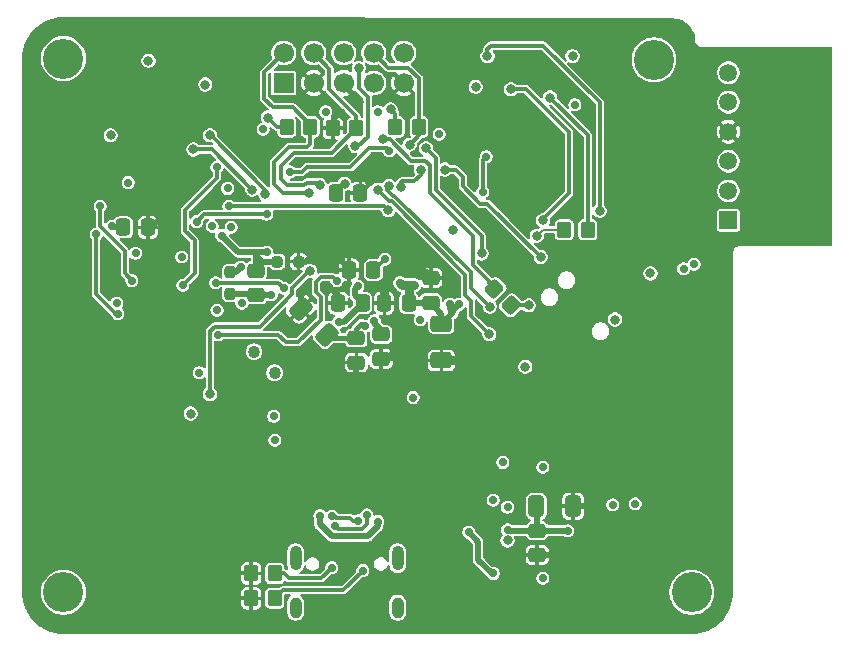
<source format=gbr>
%TF.GenerationSoftware,KiCad,Pcbnew,9.0.3*%
%TF.CreationDate,2026-02-24T03:06:21-05:00*%
%TF.ProjectId,ShamanLink_Rev1,5368616d-616e-44c6-996e-6b5f52657631,rev?*%
%TF.SameCoordinates,Original*%
%TF.FileFunction,Copper,L4,Bot*%
%TF.FilePolarity,Positive*%
%FSLAX46Y46*%
G04 Gerber Fmt 4.6, Leading zero omitted, Abs format (unit mm)*
G04 Created by KiCad (PCBNEW 9.0.3) date 2026-02-24 03:06:21*
%MOMM*%
%LPD*%
G01*
G04 APERTURE LIST*
G04 Aperture macros list*
%AMRoundRect*
0 Rectangle with rounded corners*
0 $1 Rounding radius*
0 $2 $3 $4 $5 $6 $7 $8 $9 X,Y pos of 4 corners*
0 Add a 4 corners polygon primitive as box body*
4,1,4,$2,$3,$4,$5,$6,$7,$8,$9,$2,$3,0*
0 Add four circle primitives for the rounded corners*
1,1,$1+$1,$2,$3*
1,1,$1+$1,$4,$5*
1,1,$1+$1,$6,$7*
1,1,$1+$1,$8,$9*
0 Add four rect primitives between the rounded corners*
20,1,$1+$1,$2,$3,$4,$5,0*
20,1,$1+$1,$4,$5,$6,$7,0*
20,1,$1+$1,$6,$7,$8,$9,0*
20,1,$1+$1,$8,$9,$2,$3,0*%
G04 Aperture macros list end*
%TA.AperFunction,ComponentPad*%
%ADD10O,1.000000X2.100000*%
%TD*%
%TA.AperFunction,ComponentPad*%
%ADD11O,1.000000X1.800000*%
%TD*%
%TA.AperFunction,ComponentPad*%
%ADD12C,3.400000*%
%TD*%
%TA.AperFunction,ComponentPad*%
%ADD13R,1.700000X1.700000*%
%TD*%
%TA.AperFunction,ComponentPad*%
%ADD14C,1.700000*%
%TD*%
%TA.AperFunction,ComponentPad*%
%ADD15C,1.030000*%
%TD*%
%TA.AperFunction,ComponentPad*%
%ADD16R,1.508000X1.508000*%
%TD*%
%TA.AperFunction,ComponentPad*%
%ADD17C,1.508000*%
%TD*%
%TA.AperFunction,SMDPad,CuDef*%
%ADD18RoundRect,0.250000X0.565685X0.070711X0.070711X0.565685X-0.565685X-0.070711X-0.070711X-0.565685X0*%
%TD*%
%TA.AperFunction,SMDPad,CuDef*%
%ADD19RoundRect,0.250000X0.350000X0.450000X-0.350000X0.450000X-0.350000X-0.450000X0.350000X-0.450000X0*%
%TD*%
%TA.AperFunction,SMDPad,CuDef*%
%ADD20RoundRect,0.250000X-0.475000X0.337500X-0.475000X-0.337500X0.475000X-0.337500X0.475000X0.337500X0*%
%TD*%
%TA.AperFunction,SMDPad,CuDef*%
%ADD21RoundRect,0.250000X0.751301X0.167938X0.167938X0.751301X-0.751301X-0.167938X-0.167938X-0.751301X0*%
%TD*%
%TA.AperFunction,SMDPad,CuDef*%
%ADD22RoundRect,0.250000X-0.350000X-0.450000X0.350000X-0.450000X0.350000X0.450000X-0.350000X0.450000X0*%
%TD*%
%TA.AperFunction,SMDPad,CuDef*%
%ADD23RoundRect,0.250000X0.475000X-0.337500X0.475000X0.337500X-0.475000X0.337500X-0.475000X-0.337500X0*%
%TD*%
%TA.AperFunction,SMDPad,CuDef*%
%ADD24RoundRect,0.237500X0.237500X-0.250000X0.237500X0.250000X-0.237500X0.250000X-0.237500X-0.250000X0*%
%TD*%
%TA.AperFunction,SMDPad,CuDef*%
%ADD25RoundRect,0.250000X0.337500X0.475000X-0.337500X0.475000X-0.337500X-0.475000X0.337500X-0.475000X0*%
%TD*%
%TA.AperFunction,SMDPad,CuDef*%
%ADD26RoundRect,0.250000X-0.650000X0.412500X-0.650000X-0.412500X0.650000X-0.412500X0.650000X0.412500X0*%
%TD*%
%TA.AperFunction,SMDPad,CuDef*%
%ADD27RoundRect,0.250000X-0.412500X-0.650000X0.412500X-0.650000X0.412500X0.650000X-0.412500X0.650000X0*%
%TD*%
%TA.AperFunction,SMDPad,CuDef*%
%ADD28RoundRect,0.250000X-0.337500X-0.475000X0.337500X-0.475000X0.337500X0.475000X-0.337500X0.475000X0*%
%TD*%
%TA.AperFunction,SMDPad,CuDef*%
%ADD29RoundRect,0.237500X-0.250000X-0.237500X0.250000X-0.237500X0.250000X0.237500X-0.250000X0.237500X0*%
%TD*%
%TA.AperFunction,ViaPad*%
%ADD30C,0.800000*%
%TD*%
%TA.AperFunction,ViaPad*%
%ADD31C,0.700000*%
%TD*%
%TA.AperFunction,Conductor*%
%ADD32C,0.300000*%
%TD*%
%TA.AperFunction,Conductor*%
%ADD33C,0.200000*%
%TD*%
%TA.AperFunction,Conductor*%
%ADD34C,0.762000*%
%TD*%
%TA.AperFunction,Conductor*%
%ADD35C,0.500000*%
%TD*%
%TA.AperFunction,Conductor*%
%ADD36C,0.508000*%
%TD*%
%TA.AperFunction,Conductor*%
%ADD37C,0.450000*%
%TD*%
G04 APERTURE END LIST*
D10*
%TO.P,J6,SH1,SHELL_GND*%
%TO.N,Net-(J6-SHELL_GND)*%
X100560000Y-113500000D03*
%TO.P,J6,SH2,SHELL_GND__1*%
X109200000Y-113500000D03*
D11*
%TO.P,J6,SH3,SHELL_GND__2*%
X100560000Y-117680000D03*
%TO.P,J6,SH4,SHELL_GND__3*%
X109200000Y-117680000D03*
%TD*%
D12*
%TO.P,H4,1*%
%TO.N,N/C*%
X80900000Y-71200000D03*
%TD*%
D13*
%TO.P,J2,1,Pin_1*%
%TO.N,+3.3V*%
X99540000Y-73270000D03*
D14*
%TO.P,J2,2,Pin_2*%
%TO.N,ProSWDIO*%
X99540000Y-70730000D03*
%TO.P,J2,3,Pin_3*%
%TO.N,GND*%
X102080000Y-73270000D03*
%TO.P,J2,4,Pin_4*%
%TO.N,ProSWDCLK*%
X102080000Y-70730000D03*
%TO.P,J2,5,Pin_5*%
%TO.N,GND*%
X104619999Y-73270000D03*
%TO.P,J2,6,Pin_6*%
%TO.N,PIO0_29*%
X104620000Y-70730000D03*
%TO.P,J2,7,Pin_7*%
%TO.N,PIO0_30*%
X107160000Y-73270000D03*
%TO.P,J2,8,Pin_8*%
%TO.N,ProISP*%
X107160000Y-70730000D03*
%TO.P,J2,9,Pin_9*%
%TO.N,GND*%
X109700000Y-73270000D03*
%TO.P,J2,10,Pin_10*%
%TO.N,ProRESET*%
X109700000Y-70730000D03*
%TD*%
D15*
%TO.P,Y1,1*%
%TO.N,CLOCK32M_N*%
X97032234Y-96032234D03*
%TO.P,Y1,2*%
%TO.N,CLOCK32M_P*%
X98800000Y-97800000D03*
%TD*%
D12*
%TO.P,H3,1*%
%TO.N,N/C*%
X134100000Y-116400000D03*
%TD*%
%TO.P,H1,1*%
%TO.N,N/C*%
X130900000Y-71300000D03*
%TD*%
D16*
%TO.P,J1,1,1*%
%TO.N,+3.3V*%
X137200000Y-84900000D03*
D17*
%TO.P,J1,2,2*%
%TO.N,Net-(D2-A1)*%
X137200000Y-82400000D03*
%TO.P,J1,3,3*%
%TO.N,Net-(D2-A2)*%
X137200000Y-79900000D03*
%TO.P,J1,4,4*%
%TO.N,GND*%
X137200000Y-77400000D03*
%TO.P,J1,5,5*%
%TO.N,unconnected-(J1-Pad5)*%
X137200000Y-74900000D03*
%TO.P,J1,6,6*%
%TO.N,unconnected-(J1-Pad6)*%
X137200000Y-72400000D03*
%TD*%
D12*
%TO.P,H2,1*%
%TO.N,N/C*%
X80900000Y-116400000D03*
%TD*%
D18*
%TO.P,R38,1*%
%TO.N,Net-(J5-SWO)*%
X118807107Y-92107107D03*
%TO.P,R38,2*%
%TO.N,SWO*%
X117392893Y-90692893D03*
%TD*%
D19*
%TO.P,R1,1*%
%TO.N,Net-(J6-CC1)*%
X98800000Y-114800000D03*
%TO.P,R1,2*%
%TO.N,GND*%
X96800000Y-114800000D03*
%TD*%
%TO.P,R2,1*%
%TO.N,Net-(J6-CC2)*%
X98800000Y-116900000D03*
%TO.P,R2,2*%
%TO.N,GND*%
X96800000Y-116900000D03*
%TD*%
D20*
%TO.P,C29,1*%
%TO.N,+3.3V*%
X107800000Y-94562500D03*
%TO.P,C29,2*%
%TO.N,GND*%
X107800000Y-96637500D03*
%TD*%
%TO.P,C23,1*%
%TO.N,+3.3V*%
X121000000Y-111162500D03*
%TO.P,C23,2*%
%TO.N,GND*%
X121000000Y-113237500D03*
%TD*%
D21*
%TO.P,C6,1*%
%TO.N,Net-(U1-FB)*%
X103204854Y-94604854D03*
%TO.P,C6,2*%
%TO.N,GND*%
X100995146Y-92395146D03*
%TD*%
D19*
%TO.P,R27,1*%
%TO.N,Net-(R27-Pad1)*%
X125300000Y-85700000D03*
%TO.P,R27,2*%
%TO.N,PIO1_2*%
X123300000Y-85700000D03*
%TD*%
D22*
%TO.P,R16,1*%
%TO.N,+3.3V*%
X109000000Y-77000000D03*
%TO.P,R16,2*%
%TO.N,ProISP*%
X111000000Y-77000000D03*
%TD*%
D23*
%TO.P,C7,1*%
%TO.N,Net-(U1-VBAT_DCDC)*%
X112000000Y-91875000D03*
%TO.P,C7,2*%
%TO.N,GND*%
X112000000Y-89800000D03*
%TD*%
D24*
%TO.P,FB1,1*%
%TO.N,+3.3V*%
X95000000Y-91112500D03*
%TO.P,FB1,2*%
%TO.N,+3.3VA*%
X95000000Y-89287500D03*
%TD*%
D25*
%TO.P,C35,1*%
%TO.N,Net-(U1-USB1_VBUS)*%
X106237500Y-91900000D03*
%TO.P,C35,2*%
%TO.N,GND*%
X104162500Y-91900000D03*
%TD*%
D20*
%TO.P,C30,1*%
%TO.N,Net-(U1-FB)*%
X105700000Y-94862500D03*
%TO.P,C30,2*%
%TO.N,GND*%
X105700000Y-96937500D03*
%TD*%
D26*
%TO.P,C8,1*%
%TO.N,Net-(U1-VBAT_DCDC)*%
X112900000Y-93637500D03*
%TO.P,C8,2*%
%TO.N,GND*%
X112900000Y-96762500D03*
%TD*%
D27*
%TO.P,C20,1*%
%TO.N,+3.3V*%
X120937500Y-109100000D03*
%TO.P,C20,2*%
%TO.N,GND*%
X124062500Y-109100000D03*
%TD*%
D25*
%TO.P,C5,1*%
%TO.N,Net-(U1-VBAT_DCDC)*%
X110137500Y-91900000D03*
%TO.P,C5,2*%
%TO.N,GND*%
X108062500Y-91900000D03*
%TD*%
D23*
%TO.P,C14,1*%
%TO.N,+3.3V*%
X97200000Y-91237500D03*
%TO.P,C14,2*%
%TO.N,GNDA*%
X97200000Y-89162500D03*
%TD*%
D25*
%TO.P,C32,1*%
%TO.N,+3.3V*%
X107137500Y-89100000D03*
%TO.P,C32,2*%
%TO.N,GND*%
X105062500Y-89100000D03*
%TD*%
D28*
%TO.P,C13,1*%
%TO.N,+3.3V*%
X103962500Y-82600000D03*
%TO.P,C13,2*%
%TO.N,GND*%
X106037500Y-82600000D03*
%TD*%
%TO.P,C26,1*%
%TO.N,+3.3V*%
X85962500Y-85500000D03*
%TO.P,C26,2*%
%TO.N,GND*%
X88037500Y-85500000D03*
%TD*%
D29*
%TO.P,FB5,1*%
%TO.N,GNDA*%
X98987500Y-88400000D03*
%TO.P,FB5,2*%
%TO.N,GND*%
X100812500Y-88400000D03*
%TD*%
D19*
%TO.P,R31,1*%
%TO.N,ProSWDCLK*%
X105700000Y-77100000D03*
%TO.P,R31,2*%
%TO.N,GND*%
X103700000Y-77100000D03*
%TD*%
D22*
%TO.P,R32,1*%
%TO.N,+3.3V*%
X99800000Y-77000000D03*
%TO.P,R32,2*%
%TO.N,ProSWDIO*%
X101800000Y-77000000D03*
%TD*%
D30*
%TO.N,+3.3V*%
X118500000Y-112000000D03*
%TO.N,GND*%
X101400000Y-75200000D03*
D31*
X113000000Y-112600000D03*
X117100000Y-113600000D03*
X124300000Y-105900000D03*
X112200000Y-103400000D03*
X118100000Y-103900000D03*
X100800000Y-78000000D03*
X105200000Y-86400000D03*
X100200000Y-111700000D03*
X128100000Y-80900000D03*
X105600000Y-107500000D03*
X91800000Y-100100000D03*
X109400000Y-109700000D03*
X120400000Y-80700000D03*
X122500000Y-81700000D03*
X113300000Y-89200000D03*
X108500000Y-89800000D03*
D30*
X117900000Y-89300000D03*
X96200000Y-76800000D03*
D31*
X115000000Y-112600000D03*
X91900000Y-81700000D03*
X104400000Y-88300000D03*
X95400000Y-116900000D03*
X82400000Y-77700000D03*
X109400000Y-95500000D03*
X105200000Y-85500000D03*
X113400000Y-103900000D03*
X88800000Y-83700000D03*
X106200000Y-84600000D03*
X114300000Y-103900000D03*
D30*
X116800000Y-84900000D03*
D31*
X129500000Y-117900000D03*
X122500000Y-113500000D03*
X122500000Y-79700000D03*
X114600084Y-96700000D03*
X120400000Y-81600000D03*
X89700000Y-87900000D03*
X116500000Y-107900000D03*
X112600000Y-103900000D03*
X130300000Y-84900000D03*
X134900000Y-77100000D03*
X104400000Y-87300000D03*
X97900000Y-109400000D03*
D30*
X126600000Y-91900000D03*
D31*
X113100000Y-78700000D03*
X104400000Y-86400000D03*
X107100000Y-84600000D03*
X113000000Y-103400000D03*
X115400000Y-99900000D03*
X106049997Y-98100000D03*
X107195902Y-90456677D03*
X106800000Y-98100000D03*
X109400000Y-105300000D03*
D30*
X110000000Y-75700000D03*
X94400000Y-76800000D03*
D31*
X104400000Y-85500000D03*
X127000000Y-113700000D03*
X122600000Y-116700000D03*
X106200000Y-85500000D03*
X103200000Y-96500000D03*
X124900000Y-113800000D03*
D30*
X115900000Y-75600000D03*
D31*
X95400000Y-114800000D03*
X100800000Y-80100000D03*
X89300000Y-84500000D03*
X108537766Y-90551161D03*
X108400000Y-107900000D03*
X107100000Y-85500000D03*
D30*
X129200000Y-87900000D03*
D31*
X122500000Y-80600000D03*
X125800000Y-108700000D03*
X105200000Y-87300000D03*
X104900000Y-114600000D03*
D30*
X109307109Y-74792891D03*
D31*
X102400000Y-106400000D03*
X112200000Y-104400000D03*
X108600000Y-110600000D03*
X113800000Y-103400000D03*
X105200000Y-84600000D03*
X101900000Y-87900000D03*
X104400000Y-84600000D03*
X121400000Y-81700000D03*
X82000000Y-90600000D03*
X81600000Y-101600000D03*
X113800000Y-104400000D03*
X101400000Y-90500000D03*
X124300000Y-84300000D03*
X111100000Y-113000000D03*
X93900000Y-91200000D03*
X120700000Y-76600000D03*
X120400000Y-79700000D03*
X107100000Y-86400000D03*
X121400000Y-79700000D03*
X84200000Y-82400000D03*
X125700000Y-107600000D03*
X113000000Y-104400000D03*
D30*
X85300000Y-81100000D03*
X106750000Y-81596202D03*
D31*
X90675150Y-91725452D03*
D30*
X120300000Y-88900000D03*
X78900000Y-88100000D03*
D31*
X134900000Y-77900000D03*
D30*
X84700000Y-89900000D03*
D31*
X103000000Y-90400000D03*
X130300000Y-87000000D03*
X104851608Y-90416135D03*
X121400000Y-80700000D03*
X100600000Y-94100000D03*
X106200000Y-87300000D03*
D30*
X122100000Y-90000000D03*
D31*
X123000000Y-112500000D03*
X107100000Y-87300000D03*
D30*
X104369669Y-75830331D03*
D31*
X102500000Y-104900000D03*
D30*
X105900000Y-74900000D03*
D31*
X106200000Y-86400000D03*
X95800000Y-82600000D03*
X109700000Y-89237000D03*
%TO.N,Net-(U1-VBAT_DCDC)*%
X114400000Y-92000000D03*
X109400000Y-90200000D03*
X113600000Y-92000000D03*
X110600000Y-90400000D03*
%TO.N,Net-(U1-FB)*%
X106428254Y-93863047D03*
%TO.N,GNDA*%
X98100000Y-87600000D03*
X94300000Y-86200000D03*
%TO.N,Net-(J3-CLK)*%
X86700000Y-90000000D03*
X84000000Y-83700000D03*
%TO.N,Net-(J6-CC2)*%
X106250000Y-114550000D03*
%TO.N,Net-(J6-CC1)*%
X103600000Y-114300000D03*
%TO.N,Net-(U1-USB1_VBUS)*%
X105815998Y-90482820D03*
X104200000Y-93500000D03*
D30*
%TO.N,SWO*%
X107963191Y-78050000D03*
D31*
%TO.N,+5V*%
X98800000Y-103500000D03*
X118100000Y-105400000D03*
X110500000Y-99900000D03*
X98700000Y-101500000D03*
X121500000Y-105800000D03*
%TO.N,+3.3V*%
X112700000Y-77600000D03*
D30*
X91673654Y-101259441D03*
D31*
X94800000Y-82200000D03*
X123600000Y-111200000D03*
X133400000Y-89000000D03*
D30*
X124000000Y-71000000D03*
D31*
X118500000Y-111100000D03*
X108100000Y-88200000D03*
X87000000Y-87700000D03*
X124200000Y-75100000D03*
X98500000Y-91200000D03*
X97800000Y-77200000D03*
D30*
X88100000Y-71400000D03*
D31*
X103100003Y-75700000D03*
D30*
X108600000Y-75500000D03*
D31*
X134300000Y-88600000D03*
D30*
X104700000Y-81800000D03*
D31*
X93500000Y-85400000D03*
X85000000Y-85400000D03*
D30*
X92900000Y-73400000D03*
D31*
X93900000Y-92500000D03*
D30*
X113919669Y-85680331D03*
X98200000Y-76200000D03*
D31*
X96000000Y-91900000D03*
X90900000Y-88000000D03*
X111100000Y-93300000D03*
X95100000Y-85500000D03*
D30*
X115800000Y-73600000D03*
D31*
X107200000Y-93400000D03*
X86400000Y-81700000D03*
D30*
X84900000Y-77700000D03*
D31*
X92400000Y-97800000D03*
X107500000Y-75700000D03*
X85400000Y-91900000D03*
%TO.N,+3.3VA*%
X95900000Y-88887500D03*
%TO.N,3.3VUSB*%
X115200000Y-111300000D03*
X117300000Y-114800000D03*
%TO.N,3.3VTARGET*%
X118500000Y-109200000D03*
X127400000Y-109000000D03*
D30*
X120000000Y-97300000D03*
D31*
X117300000Y-108600000D03*
X129300000Y-108900000D03*
D30*
X127600000Y-93300000D03*
X130600000Y-89400000D03*
D31*
X121500000Y-115200000D03*
D30*
%TO.N,ProRESET*%
X116300000Y-87700000D03*
X111600000Y-78800000D03*
%TO.N,RS485TXLED*%
X96900000Y-82300000D03*
X91900000Y-78900000D03*
%TO.N,RS485RXLED*%
X98000000Y-82700000D03*
X93300000Y-77700000D03*
%TO.N,SDLED*%
X93299000Y-99599000D03*
X101800000Y-89200000D03*
D31*
%TO.N,PIO0_25*%
X108503760Y-79028016D03*
X100100000Y-80801000D03*
%TO.N,PIO0_8*%
X99550000Y-90650000D03*
X93784314Y-90184314D03*
%TO.N,PIO1_0*%
X92200000Y-85000000D03*
X98100000Y-84400000D03*
%TO.N,PIO0_24*%
X94900000Y-83700000D03*
D30*
X108400000Y-84050000D03*
%TO.N,PIO0_29*%
X105600000Y-78600000D03*
X105900000Y-72000000D03*
%TO.N,ProSWDIO*%
X101700000Y-82600000D03*
%TO.N,ProSWDCLK*%
X102600000Y-81900000D03*
%TO.N,ProISP*%
X110200000Y-78500000D03*
%TO.N,SWD_IO*%
X116950000Y-94550000D03*
X107500000Y-82300000D03*
D31*
%TO.N,PRESET*%
X104038362Y-90030602D03*
X94000000Y-94600000D03*
%TO.N,PIO0_13*%
X116400000Y-82500000D03*
X116700000Y-79500000D03*
D30*
%TO.N,PIO0_21*%
X111150000Y-80600000D03*
X121300000Y-88000000D03*
X113196496Y-80600000D03*
X109450000Y-82050000D03*
%TO.N,PIO1_2*%
X121000000Y-86200000D03*
%TO.N,SWD_CLK*%
X117000000Y-92200000D03*
X108451723Y-81991278D03*
D31*
%TO.N,Net-(J3-CMD)*%
X85500000Y-92800000D03*
X83671207Y-86080933D03*
%TO.N,Net-(CR3-Pad3)*%
X91000000Y-90400000D03*
X93900000Y-80400000D03*
%TO.N,Net-(J6-VBUS)*%
X107500000Y-110400000D03*
X102600000Y-109900000D03*
%TO.N,Net-(J6-DP1)*%
X105844975Y-110344975D03*
X103607857Y-109959626D03*
%TO.N,Net-(J6-DN1)*%
X103930001Y-110820848D03*
X106589444Y-109839238D03*
D30*
%TO.N,Net-(J5-SWO)*%
X120300000Y-92100000D03*
%TO.N,Net-(R25-Pad1)*%
X116800000Y-71000000D03*
X126300000Y-84100000D03*
%TO.N,Net-(R26-Pad1)*%
X118800000Y-73800000D03*
X121500000Y-84900000D03*
%TO.N,Net-(R27-Pad1)*%
X122100000Y-74500000D03*
%TD*%
D32*
%TO.N,Net-(R26-Pad1)*%
X120100000Y-73800000D02*
X118800000Y-73800000D01*
X123700000Y-82600000D02*
X123700000Y-77400000D01*
X121500000Y-84900000D02*
X121500000Y-84800000D01*
X121500000Y-84800000D02*
X123700000Y-82600000D01*
X123700000Y-77400000D02*
X120100000Y-73800000D01*
D33*
%TO.N,PIO1_2*%
X121500000Y-85700000D02*
X123300000Y-85700000D01*
X121000000Y-86200000D02*
X121500000Y-85700000D01*
D34*
%TO.N,GND*%
X108062500Y-90237500D02*
X108062500Y-91900000D01*
X108500000Y-89800000D02*
X108062500Y-90237500D01*
D35*
%TO.N,+3.3V*%
X123600000Y-111200000D02*
X123562500Y-111162500D01*
X123562500Y-111162500D02*
X121000000Y-111162500D01*
%TO.N,GND*%
X100812500Y-88400000D02*
X101400000Y-88400000D01*
X103276389Y-90400000D02*
X104162500Y-91286111D01*
X105562500Y-96937500D02*
X105700000Y-96937500D01*
D36*
X108262500Y-96637500D02*
X109400000Y-95500000D01*
D35*
X88037500Y-85500000D02*
X88300000Y-85500000D01*
X101400000Y-90500000D02*
X101400000Y-90833782D01*
D32*
X104619999Y-73619999D02*
X105900000Y-74900000D01*
X96800000Y-116900000D02*
X95400000Y-116900000D01*
D35*
X124062500Y-109100000D02*
X125400000Y-109100000D01*
X104162500Y-91286111D02*
X104162500Y-91900000D01*
D32*
X104400000Y-88300000D02*
X104400000Y-88437500D01*
D35*
X105700000Y-97900000D02*
X105700000Y-96937500D01*
X101400000Y-88400000D02*
X101900000Y-87900000D01*
X88300000Y-85500000D02*
X89300000Y-84500000D01*
D34*
X112000000Y-89800000D02*
X111437000Y-89237000D01*
D32*
X104619999Y-73270000D02*
X104619999Y-73619999D01*
D35*
X125400000Y-109100000D02*
X125800000Y-108700000D01*
D34*
X114537584Y-96762500D02*
X114600084Y-96700000D01*
D35*
X121000000Y-113237500D02*
X122237500Y-113237500D01*
D34*
X112900000Y-96762500D02*
X114537584Y-96762500D01*
D32*
X106750000Y-81887500D02*
X106037500Y-82600000D01*
X104400000Y-88437500D02*
X105062500Y-89100000D01*
D35*
X100995146Y-91238636D02*
X100995146Y-92395146D01*
X106049997Y-98100000D02*
X105900000Y-98100000D01*
D32*
X103700000Y-77100000D02*
X103700000Y-76500000D01*
D35*
X101400000Y-90833782D02*
X100995146Y-91238636D01*
D32*
X106750000Y-81596202D02*
X106750000Y-81887500D01*
X105700000Y-96937500D02*
X105662500Y-96937500D01*
D36*
X107800000Y-96637500D02*
X108262500Y-96637500D01*
D34*
X111437000Y-89237000D02*
X109700000Y-89237000D01*
D35*
X105900000Y-98100000D02*
X105700000Y-97900000D01*
X103000000Y-90400000D02*
X103276389Y-90400000D01*
D32*
X96800000Y-114800000D02*
X95400000Y-114800000D01*
D35*
X122237500Y-113237500D02*
X122500000Y-113500000D01*
D32*
X103700000Y-76500000D02*
X104369669Y-75830331D01*
D34*
%TO.N,Net-(U1-VBAT_DCDC)*%
X110000000Y-90400000D02*
X109600000Y-90400000D01*
D36*
X112900000Y-93637500D02*
X112962500Y-93637500D01*
X112000000Y-91875000D02*
X110162500Y-91875000D01*
D34*
X109600000Y-90400000D02*
X109400000Y-90200000D01*
D36*
X112000000Y-91875000D02*
X112000000Y-91900000D01*
X112962500Y-93637500D02*
X113900000Y-92700000D01*
D34*
X110137500Y-90537500D02*
X110137500Y-91900000D01*
D36*
X113900000Y-92700000D02*
X113600000Y-92400000D01*
X112900000Y-92800000D02*
X112900000Y-93637500D01*
X110162500Y-91875000D02*
X110137500Y-91900000D01*
X113900000Y-92500000D02*
X114400000Y-92000000D01*
X113900000Y-92700000D02*
X113900000Y-92500000D01*
X112000000Y-91900000D02*
X112900000Y-92800000D01*
X113600000Y-92400000D02*
X113600000Y-92000000D01*
D34*
X110600000Y-90400000D02*
X110000000Y-90400000D01*
D36*
X112000000Y-91875000D02*
X112000000Y-92000000D01*
D34*
X110000000Y-90400000D02*
X110137500Y-90537500D01*
D37*
%TO.N,Net-(U1-FB)*%
X106073008Y-93700000D02*
X105700000Y-94073008D01*
X106372566Y-93863047D02*
X106209519Y-93700000D01*
X105700000Y-94073008D02*
X105700000Y-94862500D01*
X106209519Y-93700000D02*
X106073008Y-93700000D01*
X105700000Y-94862500D02*
X103500000Y-94862500D01*
X106428254Y-93863047D02*
X106372566Y-93863047D01*
D35*
%TO.N,GNDA*%
X97200000Y-89162500D02*
X97200000Y-87900000D01*
X97200000Y-87900000D02*
X97200000Y-87800000D01*
X95700000Y-87600000D02*
X97000000Y-87600000D01*
X94300000Y-86200000D02*
X95700000Y-87600000D01*
X97200000Y-87800000D02*
X97000000Y-87600000D01*
X97700000Y-88400000D02*
X97200000Y-87900000D01*
X98987500Y-88400000D02*
X97700000Y-88400000D01*
X97000000Y-87600000D02*
X98100000Y-87600000D01*
D32*
%TO.N,Net-(J3-CLK)*%
X86100000Y-88600000D02*
X86100000Y-89400000D01*
X86100000Y-87518362D02*
X86100000Y-88600000D01*
X84000000Y-85418362D02*
X86100000Y-87518362D01*
X84000000Y-83700000D02*
X84000000Y-85418362D01*
X86100000Y-89400000D02*
X86700000Y-90000000D01*
%TO.N,Net-(J6-CC2)*%
X104600000Y-116200000D02*
X99500000Y-116200000D01*
X99500000Y-116200000D02*
X98800000Y-116900000D01*
X106250000Y-114550000D02*
X104600000Y-116200000D01*
%TO.N,Net-(J6-CC1)*%
X102700000Y-115200000D02*
X100000000Y-115200000D01*
X99600000Y-114800000D02*
X98800000Y-114800000D01*
X100000000Y-115200000D02*
X99600000Y-114800000D01*
X103600000Y-114300000D02*
X102700000Y-115200000D01*
D35*
%TO.N,Net-(U1-USB1_VBUS)*%
X105600000Y-91262500D02*
X106237500Y-91900000D01*
X105600000Y-90698818D02*
X105600000Y-91262500D01*
X105815998Y-90482820D02*
X105600000Y-90698818D01*
X106237500Y-91900000D02*
X104637500Y-93500000D01*
X104637500Y-93500000D02*
X104200000Y-93500000D01*
D32*
%TO.N,SWO*%
X110316108Y-79849000D02*
X111549000Y-79849000D01*
X115549000Y-88649000D02*
X116900000Y-90000000D01*
X115549000Y-86249000D02*
X115549000Y-88649000D01*
X116900000Y-90200000D02*
X117392893Y-90692893D01*
X108517108Y-78050000D02*
X110316108Y-79849000D01*
X111549000Y-79849000D02*
X111900000Y-80200000D01*
X116900000Y-90000000D02*
X116900000Y-90200000D01*
X107963191Y-78050000D02*
X108517108Y-78050000D01*
X111900000Y-80200000D02*
X111900000Y-82600000D01*
X111900000Y-82600000D02*
X115549000Y-86249000D01*
%TO.N,+3.3V*%
X103962500Y-82600000D02*
X103962500Y-82537500D01*
X108100000Y-88200000D02*
X107700000Y-88600000D01*
X109000000Y-75900000D02*
X108600000Y-75500000D01*
X99800000Y-77000000D02*
X99000000Y-77000000D01*
X103962500Y-82537500D02*
X104700000Y-81800000D01*
D35*
X98462500Y-91237500D02*
X98500000Y-91200000D01*
X97075000Y-91112500D02*
X97200000Y-91237500D01*
D32*
X107700000Y-88600000D02*
X107637500Y-88600000D01*
D35*
X94900000Y-91112500D02*
X97075000Y-91112500D01*
D32*
X107637500Y-88600000D02*
X107137500Y-89100000D01*
D35*
X85100000Y-85500000D02*
X85962500Y-85500000D01*
X121000000Y-111162500D02*
X121000000Y-109100000D01*
D32*
X99000000Y-77000000D02*
X98200000Y-76200000D01*
D36*
X107800000Y-94200000D02*
X107800000Y-94562500D01*
X107200000Y-93400000D02*
X107200000Y-93600000D01*
D35*
X85000000Y-85400000D02*
X85100000Y-85500000D01*
X97200000Y-91237500D02*
X98462500Y-91237500D01*
X118562500Y-111162500D02*
X118500000Y-111100000D01*
X121000000Y-111162500D02*
X118562500Y-111162500D01*
D32*
X109000000Y-77000000D02*
X109000000Y-75900000D01*
D36*
X107200000Y-93600000D02*
X107800000Y-94200000D01*
D35*
%TO.N,+3.3VA*%
X95500000Y-89287500D02*
X94900000Y-89287500D01*
X95900000Y-88887500D02*
X95500000Y-89287500D01*
%TO.N,3.3VUSB*%
X116000000Y-112100000D02*
X115200000Y-111300000D01*
X116000000Y-113632786D02*
X116000000Y-112100000D01*
X117167214Y-114800000D02*
X116000000Y-113632786D01*
X117300000Y-114800000D02*
X117167214Y-114800000D01*
D32*
%TO.N,ProRESET*%
X116300000Y-86200000D02*
X112400000Y-82300000D01*
X112400000Y-82300000D02*
X112400000Y-79600000D01*
X112400000Y-79600000D02*
X111600000Y-78800000D01*
X116300000Y-87700000D02*
X116300000Y-86200000D01*
%TO.N,RS485TXLED*%
X96900000Y-82300000D02*
X93500000Y-78900000D01*
X93500000Y-78900000D02*
X91900000Y-78900000D01*
%TO.N,RS485RXLED*%
X93362075Y-77700000D02*
X93300000Y-77700000D01*
X98000000Y-82337925D02*
X93362075Y-77700000D01*
X98000000Y-82700000D02*
X98000000Y-82337925D01*
%TO.N,SDLED*%
X100251000Y-90657636D02*
X100251000Y-91149000D01*
X93709636Y-93899000D02*
X93299000Y-94309636D01*
X101800000Y-89200000D02*
X101708636Y-89200000D01*
X93299000Y-94309636D02*
X93299000Y-99599000D01*
X101708636Y-89200000D02*
X100251000Y-90657636D01*
X97501000Y-93899000D02*
X93709636Y-93899000D01*
X100251000Y-91149000D02*
X97501000Y-93899000D01*
%TO.N,PIO0_25*%
X101491364Y-80400000D02*
X101090364Y-80801000D01*
X101090364Y-80801000D02*
X100100000Y-80801000D01*
X108503760Y-79028016D02*
X108275744Y-78800000D01*
X108275744Y-78800000D02*
X106800000Y-78800000D01*
X106800000Y-78800000D02*
X105200000Y-80400000D01*
X105200000Y-80400000D02*
X101491364Y-80400000D01*
%TO.N,PIO0_8*%
X99550000Y-90650000D02*
X99100000Y-90200000D01*
X99100000Y-90200000D02*
X93800000Y-90200000D01*
X93800000Y-90200000D02*
X93784314Y-90184314D01*
%TO.N,PIO1_0*%
X92800000Y-84400000D02*
X98100000Y-84400000D01*
X92200000Y-85000000D02*
X92800000Y-84400000D01*
%TO.N,PIO0_24*%
X108050000Y-83700000D02*
X94900000Y-83700000D01*
X108400000Y-84050000D02*
X108050000Y-83700000D01*
%TO.N,PIO0_29*%
X105600000Y-78600000D02*
X105856870Y-78600000D01*
X105856870Y-78600000D02*
X106651000Y-77805870D01*
X106651000Y-74459471D02*
X105900000Y-73708471D01*
X105900000Y-73708471D02*
X105900000Y-72000000D01*
X106651000Y-77805870D02*
X106651000Y-74459471D01*
%TO.N,ProSWDIO*%
X101800000Y-76800000D02*
X101800000Y-77000000D01*
X101800000Y-77000000D02*
X101800000Y-78400000D01*
X99540000Y-70730000D02*
X97900000Y-72370000D01*
X97900000Y-74600000D02*
X98600000Y-75300000D01*
X98700000Y-80000000D02*
X98700000Y-81800000D01*
X100300000Y-75300000D02*
X101800000Y-76800000D01*
X97900000Y-72370000D02*
X97900000Y-74600000D01*
X101800000Y-78400000D02*
X101500000Y-78700000D01*
X100000000Y-78700000D02*
X98700000Y-80000000D01*
X98700000Y-81800000D02*
X99500000Y-82600000D01*
X99500000Y-82600000D02*
X101700000Y-82600000D01*
X98600000Y-75300000D02*
X100300000Y-75300000D01*
X101500000Y-78700000D02*
X100000000Y-78700000D01*
%TO.N,ProSWDCLK*%
X102400000Y-81700000D02*
X101500000Y-81700000D01*
X99800000Y-81900000D02*
X99300000Y-81400000D01*
X103418999Y-72068999D02*
X102080000Y-70730000D01*
X102600000Y-81900000D02*
X102400000Y-81700000D01*
X101300000Y-81900000D02*
X99800000Y-81900000D01*
X101500000Y-81700000D02*
X101300000Y-81900000D01*
X100400000Y-79200000D02*
X103600000Y-79200000D01*
X99300000Y-81400000D02*
X99300000Y-80300000D01*
X105700000Y-76100000D02*
X103418999Y-73818999D01*
X103418999Y-73818999D02*
X103418999Y-72068999D01*
X99300000Y-80300000D02*
X100400000Y-79200000D01*
X103600000Y-79200000D02*
X105700000Y-77100000D01*
X105700000Y-77100000D02*
X105700000Y-76100000D01*
%TO.N,ProISP*%
X111000000Y-72871529D02*
X111000000Y-77000000D01*
X108400000Y-71970000D02*
X110098471Y-71970000D01*
X111000000Y-77000000D02*
X111000000Y-77700000D01*
X107160000Y-70730000D02*
X108400000Y-71970000D01*
X111000000Y-77700000D02*
X110200000Y-78500000D01*
X110098471Y-71970000D02*
X111000000Y-72871529D01*
%TO.N,SWD_IO*%
X108500000Y-83300000D02*
X107500000Y-82300000D01*
X114900000Y-91204260D02*
X114900000Y-89487925D01*
X116950000Y-94550000D02*
X115400000Y-93000000D01*
X114900000Y-89487925D02*
X108712075Y-83300000D01*
X108712075Y-83300000D02*
X108500000Y-83300000D01*
X115400000Y-91704260D02*
X114900000Y-91204260D01*
X115400000Y-93000000D02*
X115400000Y-91704260D01*
%TO.N,PRESET*%
X103706760Y-89699000D02*
X102709636Y-89699000D01*
X102700000Y-93300000D02*
X100800000Y-95200000D01*
X94000000Y-94600000D02*
X95400000Y-94600000D01*
X99100000Y-94600000D02*
X95400000Y-94600000D01*
X102700000Y-91400000D02*
X102700000Y-92900000D01*
X102709636Y-89699000D02*
X102299000Y-90109636D01*
X102700000Y-92900000D02*
X102700000Y-93300000D01*
X102299000Y-90999000D02*
X102700000Y-91400000D01*
X99700000Y-95200000D02*
X99100000Y-94600000D01*
X104038362Y-90030602D02*
X103706760Y-89699000D01*
X102299000Y-90109636D02*
X102299000Y-90999000D01*
X100800000Y-95200000D02*
X99700000Y-95200000D01*
%TO.N,PIO0_13*%
X116400000Y-79800000D02*
X116700000Y-79500000D01*
X116400000Y-82500000D02*
X116400000Y-79800000D01*
%TO.N,PIO0_21*%
X109539340Y-81600000D02*
X110600000Y-81600000D01*
X114700000Y-81200000D02*
X114100000Y-80600000D01*
X114100000Y-80600000D02*
X113196496Y-80600000D01*
X116200000Y-83500000D02*
X114700000Y-82000000D01*
X109450000Y-82050000D02*
X109450000Y-81689340D01*
X109450000Y-81689340D02*
X109539340Y-81600000D01*
X111150000Y-81050000D02*
X111150000Y-80600000D01*
X110600000Y-81600000D02*
X111150000Y-81050000D01*
X114700000Y-82000000D02*
X114700000Y-81200000D01*
X116800000Y-83500000D02*
X116200000Y-83500000D01*
X121300000Y-88000000D02*
X116800000Y-83500000D01*
%TO.N,SWD_CLK*%
X108300000Y-82300000D02*
X108300000Y-82143001D01*
X108919595Y-82799000D02*
X108799000Y-82799000D01*
X117000000Y-92200000D02*
X115401000Y-90601000D01*
X108300000Y-82143001D02*
X108451723Y-81991278D01*
X108799000Y-82799000D02*
X108300000Y-82300000D01*
X115401000Y-89280404D02*
X108919595Y-82799000D01*
X115401000Y-90601000D02*
X115401000Y-89280404D01*
%TO.N,Net-(J3-CMD)*%
X83671207Y-86080933D02*
X83671207Y-91162571D01*
X85300000Y-92800000D02*
X85500000Y-92800000D01*
X83671207Y-91162571D02*
X85308636Y-92800000D01*
X85308636Y-92800000D02*
X85500000Y-92800000D01*
%TO.N,Net-(CR3-Pad3)*%
X93900000Y-81300000D02*
X93900000Y-80400000D01*
X91200000Y-84000000D02*
X93900000Y-81300000D01*
X91000000Y-90400000D02*
X92000000Y-89400000D01*
X92000000Y-86600000D02*
X91200000Y-85800000D01*
X92000000Y-89400000D02*
X92000000Y-86600000D01*
X91200000Y-85800000D02*
X91200000Y-84000000D01*
D36*
%TO.N,Net-(J6-VBUS)*%
X106649025Y-111650975D02*
X107500000Y-110800000D01*
X107500000Y-110800000D02*
X107500000Y-110400000D01*
X103621686Y-111650975D02*
X106649025Y-111650975D01*
X102600000Y-110629289D02*
X103621686Y-111650975D01*
X102600000Y-109900000D02*
X102600000Y-110629289D01*
D32*
%TO.N,Net-(J6-DP1)*%
X103607857Y-109959626D02*
X103859626Y-109959626D01*
X103859626Y-109959626D02*
X104000000Y-110100000D01*
X105200000Y-110100000D02*
X105444975Y-110344975D01*
X105444975Y-110344975D02*
X105844975Y-110344975D01*
X104000000Y-110100000D02*
X105200000Y-110100000D01*
%TO.N,Net-(J6-DN1)*%
X106135339Y-111045975D02*
X106589444Y-110591870D01*
X103930001Y-110820848D02*
X104155128Y-111045975D01*
X106589444Y-110591870D02*
X106589444Y-109839238D01*
X104155128Y-111045975D02*
X106135339Y-111045975D01*
%TO.N,Net-(J5-SWO)*%
X118807107Y-92107107D02*
X120292893Y-92107107D01*
X120292893Y-92107107D02*
X120300000Y-92100000D01*
%TO.N,Net-(R25-Pad1)*%
X126300000Y-74900000D02*
X121500000Y-70100000D01*
X121500000Y-70100000D02*
X117100000Y-70100000D01*
X116800000Y-70400000D02*
X116800000Y-71000000D01*
X126300000Y-84100000D02*
X126300000Y-74900000D01*
X117100000Y-70100000D02*
X116800000Y-70400000D01*
%TO.N,Net-(R27-Pad1)*%
X125300000Y-77700000D02*
X122100000Y-74500000D01*
X125300000Y-85700000D02*
X125300000Y-77700000D01*
%TD*%
%TA.AperFunction,Conductor*%
%TO.N,GND*%
G36*
X101683779Y-89790541D02*
G01*
X101720943Y-89800500D01*
X101879056Y-89800500D01*
X101879057Y-89800500D01*
X101879057Y-89800499D01*
X101885489Y-89799653D01*
X101885719Y-89801400D01*
X101900482Y-89802171D01*
X101923537Y-89799746D01*
X101930453Y-89803738D01*
X101938430Y-89804155D01*
X101956450Y-89818742D01*
X101976529Y-89830332D01*
X101979778Y-89837627D01*
X101985986Y-89842653D01*
X101991989Y-89865046D01*
X102001422Y-89886224D01*
X101999762Y-89894036D01*
X102001831Y-89901751D01*
X101988709Y-89946074D01*
X101984091Y-89954075D01*
X101984084Y-89954087D01*
X101972387Y-89974345D01*
X101972386Y-89974347D01*
X101972386Y-89974348D01*
X101948500Y-90063492D01*
X101948500Y-91045144D01*
X101950683Y-91053290D01*
X101963963Y-91102856D01*
X101972384Y-91134284D01*
X101972385Y-91134286D01*
X101972386Y-91134288D01*
X102018530Y-91214212D01*
X102320505Y-91516187D01*
X102348281Y-91570702D01*
X102349500Y-91586189D01*
X102349500Y-91894489D01*
X102330593Y-91952680D01*
X102281093Y-91988644D01*
X102219907Y-91988644D01*
X102173414Y-91956608D01*
X102133824Y-91907479D01*
X101914385Y-91688040D01*
X101207279Y-92395146D01*
X101746447Y-92934314D01*
X102133823Y-92546937D01*
X102173413Y-92497808D01*
X102224648Y-92464361D01*
X102285757Y-92467417D01*
X102333399Y-92505808D01*
X102349500Y-92559926D01*
X102349500Y-93113810D01*
X102330593Y-93172001D01*
X102320504Y-93183814D01*
X100683814Y-94820504D01*
X100629297Y-94848281D01*
X100613810Y-94849500D01*
X99886190Y-94849500D01*
X99827999Y-94830593D01*
X99816186Y-94820504D01*
X99624737Y-94629055D01*
X99315212Y-94319530D01*
X99235288Y-94273386D01*
X99146144Y-94249500D01*
X99146142Y-94249500D01*
X97885189Y-94249500D01*
X97826998Y-94230593D01*
X97791034Y-94181093D01*
X97791034Y-94119907D01*
X97815183Y-94080498D01*
X98581296Y-93314385D01*
X100288040Y-93314385D01*
X100507479Y-93533824D01*
X100554109Y-93571400D01*
X100684893Y-93631127D01*
X100827208Y-93651587D01*
X100969522Y-93631127D01*
X101100306Y-93571400D01*
X101146936Y-93533824D01*
X101534314Y-93146447D01*
X100995146Y-92607279D01*
X100288040Y-93314385D01*
X98581296Y-93314385D01*
X99610092Y-92285588D01*
X99664605Y-92257814D01*
X99725037Y-92267385D01*
X99768302Y-92310650D01*
X99777873Y-92371082D01*
X99770147Y-92396719D01*
X99759164Y-92420769D01*
X99738704Y-92563084D01*
X99759164Y-92705398D01*
X99818891Y-92836182D01*
X99856467Y-92882812D01*
X100075907Y-93102252D01*
X100889080Y-92289080D01*
X101702252Y-91475907D01*
X101482812Y-91256467D01*
X101436182Y-91218891D01*
X101305398Y-91159164D01*
X101163084Y-91138704D01*
X101020769Y-91159164D01*
X100889985Y-91218891D01*
X100843350Y-91256471D01*
X100751785Y-91348036D01*
X100697268Y-91375813D01*
X100636836Y-91366241D01*
X100593572Y-91322977D01*
X100584001Y-91262544D01*
X100586150Y-91252428D01*
X100601500Y-91195144D01*
X100601500Y-90843825D01*
X100620407Y-90785634D01*
X100630490Y-90773827D01*
X101588154Y-89816162D01*
X101642669Y-89788387D01*
X101683779Y-89790541D01*
G37*
%TD.AperFunction*%
%TA.AperFunction,Conductor*%
G36*
X94582353Y-80481095D02*
G01*
X94598438Y-80494120D01*
X96270504Y-82166186D01*
X96298281Y-82220703D01*
X96299500Y-82236190D01*
X96299500Y-82379057D01*
X96340423Y-82531784D01*
X96419480Y-82668716D01*
X96531284Y-82780520D01*
X96668216Y-82859577D01*
X96820943Y-82900500D01*
X96820945Y-82900500D01*
X96979055Y-82900500D01*
X96979057Y-82900500D01*
X97131784Y-82859577D01*
X97268716Y-82780520D01*
X97268718Y-82780517D01*
X97270583Y-82779441D01*
X97330431Y-82766719D01*
X97386327Y-82791605D01*
X97415709Y-82839552D01*
X97440423Y-82931784D01*
X97519480Y-83068716D01*
X97631262Y-83180498D01*
X97659038Y-83235013D01*
X97649467Y-83295445D01*
X97606202Y-83338710D01*
X97561257Y-83349500D01*
X95369032Y-83349500D01*
X95310841Y-83330593D01*
X95299029Y-83320504D01*
X95238015Y-83259491D01*
X95238010Y-83259487D01*
X95112488Y-83187017D01*
X95112489Y-83187017D01*
X95050500Y-83170407D01*
X94972475Y-83149500D01*
X94827525Y-83149500D01*
X94777811Y-83162821D01*
X94687510Y-83187017D01*
X94561989Y-83259487D01*
X94459487Y-83361989D01*
X94387017Y-83487510D01*
X94365489Y-83567854D01*
X94349500Y-83627525D01*
X94349500Y-83772475D01*
X94352800Y-83784789D01*
X94387019Y-83912496D01*
X94387072Y-83912623D01*
X94387079Y-83912721D01*
X94388696Y-83918753D01*
X94387577Y-83919052D01*
X94391868Y-83973620D01*
X94359894Y-84025786D01*
X94303364Y-84049196D01*
X94295605Y-84049500D01*
X92753856Y-84049500D01*
X92665380Y-84073207D01*
X92665373Y-84073209D01*
X92664710Y-84073386D01*
X92664708Y-84073387D01*
X92584788Y-84119529D01*
X92283813Y-84420504D01*
X92229297Y-84448281D01*
X92213810Y-84449500D01*
X92127525Y-84449500D01*
X92065790Y-84466041D01*
X91987510Y-84487017D01*
X91861989Y-84559487D01*
X91759489Y-84661987D01*
X91735236Y-84703995D01*
X91689766Y-84744935D01*
X91628916Y-84751330D01*
X91575928Y-84720737D01*
X91551042Y-84664842D01*
X91550500Y-84654494D01*
X91550500Y-84186189D01*
X91569407Y-84127998D01*
X91579490Y-84116191D01*
X93568157Y-82127525D01*
X94249500Y-82127525D01*
X94249500Y-82272475D01*
X94262003Y-82319136D01*
X94287017Y-82412489D01*
X94359487Y-82538010D01*
X94359489Y-82538012D01*
X94359491Y-82538015D01*
X94461985Y-82640509D01*
X94461987Y-82640510D01*
X94461989Y-82640512D01*
X94587511Y-82712982D01*
X94587512Y-82712982D01*
X94587515Y-82712984D01*
X94727525Y-82750500D01*
X94727526Y-82750500D01*
X94872474Y-82750500D01*
X94872475Y-82750500D01*
X95012485Y-82712984D01*
X95012487Y-82712982D01*
X95012489Y-82712982D01*
X95138010Y-82640512D01*
X95138010Y-82640511D01*
X95138015Y-82640509D01*
X95240509Y-82538015D01*
X95240512Y-82538010D01*
X95312982Y-82412489D01*
X95312982Y-82412487D01*
X95312984Y-82412485D01*
X95350500Y-82272475D01*
X95350500Y-82127525D01*
X95312984Y-81987515D01*
X95312982Y-81987512D01*
X95312982Y-81987510D01*
X95240512Y-81861989D01*
X95240510Y-81861987D01*
X95240509Y-81861985D01*
X95138015Y-81759491D01*
X95138012Y-81759489D01*
X95138010Y-81759487D01*
X95012488Y-81687017D01*
X95012489Y-81687017D01*
X94965775Y-81674500D01*
X94872475Y-81649500D01*
X94727525Y-81649500D01*
X94693594Y-81658592D01*
X94587510Y-81687017D01*
X94461989Y-81759487D01*
X94359487Y-81861989D01*
X94287017Y-81987510D01*
X94275154Y-82031784D01*
X94249500Y-82127525D01*
X93568157Y-82127525D01*
X94180470Y-81515212D01*
X94226614Y-81435288D01*
X94230836Y-81419532D01*
X94241558Y-81379519D01*
X94246255Y-81361985D01*
X94250500Y-81346144D01*
X94250500Y-80869031D01*
X94269407Y-80810840D01*
X94279490Y-80799033D01*
X94340509Y-80738015D01*
X94340512Y-80738010D01*
X94412982Y-80612489D01*
X94412982Y-80612487D01*
X94412984Y-80612485D01*
X94432809Y-80538497D01*
X94466131Y-80487187D01*
X94523252Y-80465260D01*
X94582353Y-80481095D01*
G37*
%TD.AperFunction*%
%TA.AperFunction,Conductor*%
G36*
X107893265Y-79151335D02*
G01*
X107895876Y-79150636D01*
X107922129Y-79160713D01*
X107948886Y-79169407D01*
X107950474Y-79171593D01*
X107952997Y-79172562D01*
X107968314Y-79196147D01*
X107984850Y-79218907D01*
X107986314Y-79223850D01*
X107990776Y-79240501D01*
X107990777Y-79240503D01*
X107990778Y-79240506D01*
X108063247Y-79366026D01*
X108063249Y-79366028D01*
X108063251Y-79366031D01*
X108165745Y-79468525D01*
X108165747Y-79468526D01*
X108165749Y-79468528D01*
X108291271Y-79540998D01*
X108291272Y-79540998D01*
X108291275Y-79541000D01*
X108431285Y-79578516D01*
X108431286Y-79578516D01*
X108576234Y-79578516D01*
X108576235Y-79578516D01*
X108716245Y-79541000D01*
X108716247Y-79540998D01*
X108716249Y-79540998D01*
X108841770Y-79468528D01*
X108841770Y-79468527D01*
X108841775Y-79468525D01*
X108944269Y-79366031D01*
X108965018Y-79330093D01*
X109016738Y-79240512D01*
X109016738Y-79240509D01*
X109016744Y-79240501D01*
X109016746Y-79240491D01*
X109017205Y-79239385D01*
X109017773Y-79238718D01*
X109019989Y-79234882D01*
X109020699Y-79235292D01*
X109056935Y-79192854D01*
X109116427Y-79178561D01*
X109172959Y-79201967D01*
X109178679Y-79207253D01*
X110100896Y-80129470D01*
X110180820Y-80175614D01*
X110269964Y-80199500D01*
X110516358Y-80199500D01*
X110574549Y-80218407D01*
X110610513Y-80267907D01*
X110610513Y-80329093D01*
X110602095Y-80347999D01*
X110590423Y-80368214D01*
X110573441Y-80431593D01*
X110549500Y-80520943D01*
X110549500Y-80679057D01*
X110590423Y-80831784D01*
X110655700Y-80944849D01*
X110668421Y-81004694D01*
X110643534Y-81060590D01*
X110639967Y-81064349D01*
X110483814Y-81220503D01*
X110429297Y-81248281D01*
X110413810Y-81249500D01*
X109585484Y-81249500D01*
X109493196Y-81249500D01*
X109404052Y-81273386D01*
X109324128Y-81319530D01*
X109169528Y-81474130D01*
X109144339Y-81517759D01*
X109120189Y-81545770D01*
X109114445Y-81550333D01*
X109081284Y-81569480D01*
X109046236Y-81604527D01*
X109041808Y-81608046D01*
X109018184Y-81616863D01*
X108995709Y-81628315D01*
X108989948Y-81627402D01*
X108984485Y-81629442D01*
X108960188Y-81622689D01*
X108935277Y-81618744D01*
X108928638Y-81613920D01*
X108925534Y-81613058D01*
X108922916Y-81609764D01*
X108910221Y-81600540D01*
X108820439Y-81510758D01*
X108683507Y-81431701D01*
X108530780Y-81390778D01*
X108372666Y-81390778D01*
X108219939Y-81431701D01*
X108083007Y-81510758D01*
X107971203Y-81622562D01*
X107909812Y-81728894D01*
X107864344Y-81769834D01*
X107803494Y-81776230D01*
X107774580Y-81765131D01*
X107731784Y-81740423D01*
X107579057Y-81699500D01*
X107420943Y-81699500D01*
X107312176Y-81728644D01*
X107268216Y-81740423D01*
X107131284Y-81819480D01*
X107019476Y-81931288D01*
X107013310Y-81941968D01*
X106967838Y-81982906D01*
X106906988Y-81989298D01*
X106854002Y-81958702D01*
X106834818Y-81927058D01*
X106818352Y-81882908D01*
X106732192Y-81767815D01*
X106732184Y-81767807D01*
X106617090Y-81681647D01*
X106617088Y-81681646D01*
X106482381Y-81631403D01*
X106482370Y-81631401D01*
X106422824Y-81625000D01*
X106187501Y-81625000D01*
X106187500Y-81625001D01*
X106187500Y-82501000D01*
X106168593Y-82559191D01*
X106119093Y-82595155D01*
X106088500Y-82600000D01*
X106037501Y-82600000D01*
X106037500Y-82600001D01*
X106037500Y-82651000D01*
X106018593Y-82709191D01*
X105969093Y-82745155D01*
X105938500Y-82750000D01*
X105200001Y-82750000D01*
X105200000Y-82750001D01*
X105200000Y-83122824D01*
X105199999Y-83122824D01*
X105206401Y-83182370D01*
X105206403Y-83182381D01*
X105218907Y-83215904D01*
X105221527Y-83277033D01*
X105187716Y-83328028D01*
X105130388Y-83349409D01*
X105126149Y-83349500D01*
X104820759Y-83349500D01*
X104762568Y-83330593D01*
X104726604Y-83281093D01*
X104726604Y-83219907D01*
X104727315Y-83217802D01*
X104740360Y-83180520D01*
X104747646Y-83159699D01*
X104750499Y-83129273D01*
X104750500Y-83129273D01*
X104750500Y-82484117D01*
X104769407Y-82425926D01*
X104818907Y-82389962D01*
X104823857Y-82388495D01*
X104931784Y-82359577D01*
X105051501Y-82290458D01*
X105111348Y-82277737D01*
X105167244Y-82302624D01*
X105197837Y-82355612D01*
X105200000Y-82376195D01*
X105200000Y-82449999D01*
X105200001Y-82450000D01*
X105887499Y-82450000D01*
X105887500Y-82449999D01*
X105887500Y-81625001D01*
X105887499Y-81625000D01*
X105652176Y-81625000D01*
X105592629Y-81631401D01*
X105592618Y-81631403D01*
X105457911Y-81681646D01*
X105457905Y-81681649D01*
X105435124Y-81698703D01*
X105377209Y-81718439D01*
X105318755Y-81700364D01*
X105282088Y-81651382D01*
X105280170Y-81645072D01*
X105259577Y-81568216D01*
X105180520Y-81431284D01*
X105068716Y-81319480D01*
X104931784Y-81240423D01*
X104779057Y-81199500D01*
X104620943Y-81199500D01*
X104468216Y-81240423D01*
X104331284Y-81319480D01*
X104219480Y-81431284D01*
X104140423Y-81568216D01*
X104131763Y-81600538D01*
X104131606Y-81601123D01*
X104098282Y-81652438D01*
X104041160Y-81674364D01*
X104035979Y-81674500D01*
X103570725Y-81674500D01*
X103540305Y-81677353D01*
X103540296Y-81677355D01*
X103412118Y-81722206D01*
X103330183Y-81782677D01*
X103272135Y-81802018D01*
X103213804Y-81783546D01*
X103177472Y-81734316D01*
X103175773Y-81728662D01*
X103159577Y-81668216D01*
X103080520Y-81531284D01*
X102968716Y-81419480D01*
X102831784Y-81340423D01*
X102679057Y-81299500D01*
X102520943Y-81299500D01*
X102466888Y-81313984D01*
X102368210Y-81340424D01*
X102364495Y-81341964D01*
X102326610Y-81349500D01*
X101453856Y-81349500D01*
X101443231Y-81352347D01*
X101404495Y-81362726D01*
X101404494Y-81362725D01*
X101364715Y-81373384D01*
X101284785Y-81419532D01*
X101183813Y-81520504D01*
X101129297Y-81548281D01*
X101113810Y-81549500D01*
X100178964Y-81549500D01*
X100120773Y-81530593D01*
X100084809Y-81481093D01*
X100084809Y-81419907D01*
X100120773Y-81370407D01*
X100166042Y-81352347D01*
X100172472Y-81351500D01*
X100172475Y-81351500D01*
X100312485Y-81313984D01*
X100312487Y-81313982D01*
X100312489Y-81313982D01*
X100438010Y-81241512D01*
X100438010Y-81241511D01*
X100438015Y-81241509D01*
X100480024Y-81199500D01*
X100499029Y-81180496D01*
X100553546Y-81152719D01*
X100569032Y-81151500D01*
X101136506Y-81151500D01*
X101136508Y-81151500D01*
X101225652Y-81127614D01*
X101236003Y-81121638D01*
X101239653Y-81119531D01*
X101259237Y-81108223D01*
X101305576Y-81081470D01*
X101518015Y-80869031D01*
X101607551Y-80779496D01*
X101662067Y-80751719D01*
X101677554Y-80750500D01*
X105246142Y-80750500D01*
X105246144Y-80750500D01*
X105335288Y-80726614D01*
X105345912Y-80720480D01*
X105415212Y-80680470D01*
X106916186Y-79179496D01*
X106970703Y-79151719D01*
X106986190Y-79150500D01*
X107890695Y-79150500D01*
X107893265Y-79151335D01*
G37*
%TD.AperFunction*%
%TA.AperFunction,Conductor*%
G36*
X104945445Y-78446979D02*
G01*
X104988710Y-78490244D01*
X104999500Y-78535189D01*
X104999500Y-78679057D01*
X105040423Y-78831784D01*
X105119480Y-78968716D01*
X105231284Y-79080520D01*
X105368216Y-79159577D01*
X105520943Y-79200500D01*
X105520945Y-79200500D01*
X105664810Y-79200500D01*
X105723001Y-79219407D01*
X105758965Y-79268907D01*
X105758965Y-79330093D01*
X105734814Y-79369504D01*
X105083814Y-80020504D01*
X105029297Y-80048281D01*
X105013810Y-80049500D01*
X101445220Y-80049500D01*
X101417767Y-80056856D01*
X101390313Y-80064212D01*
X101390312Y-80064211D01*
X101356079Y-80073384D01*
X101276149Y-80119532D01*
X100974177Y-80421504D01*
X100919661Y-80449281D01*
X100904174Y-80450500D01*
X100569032Y-80450500D01*
X100510841Y-80431593D01*
X100499029Y-80421504D01*
X100438015Y-80360491D01*
X100438010Y-80360487D01*
X100312488Y-80288017D01*
X100312489Y-80288017D01*
X100237438Y-80267907D01*
X100172475Y-80250500D01*
X100084190Y-80250500D01*
X100025999Y-80231593D01*
X99990035Y-80182093D01*
X99990035Y-80120907D01*
X100014186Y-80081496D01*
X100516186Y-79579496D01*
X100570703Y-79551719D01*
X100586190Y-79550500D01*
X103646142Y-79550500D01*
X103646144Y-79550500D01*
X103735288Y-79526614D01*
X103747552Y-79519532D01*
X103747555Y-79519532D01*
X103765683Y-79509065D01*
X103815212Y-79480470D01*
X104830496Y-78465184D01*
X104885013Y-78437408D01*
X104945445Y-78446979D01*
G37*
%TD.AperFunction*%
%TA.AperFunction,Conductor*%
G36*
X106547215Y-71598329D02*
G01*
X106569653Y-71600688D01*
X106584383Y-71608811D01*
X106662402Y-71660941D01*
X106853580Y-71740130D01*
X107056535Y-71780500D01*
X107056536Y-71780500D01*
X107263464Y-71780500D01*
X107263465Y-71780500D01*
X107466420Y-71740130D01*
X107552402Y-71704513D01*
X107613398Y-71699713D01*
X107660292Y-71725974D01*
X108184788Y-72250470D01*
X108264712Y-72296614D01*
X108353856Y-72320500D01*
X108446144Y-72320500D01*
X108933977Y-72320500D01*
X108992168Y-72339407D01*
X109020405Y-72378272D01*
X109468461Y-72826329D01*
X109392993Y-72869901D01*
X109299901Y-72962993D01*
X109256328Y-73038461D01*
X108823219Y-72605352D01*
X108759195Y-72693476D01*
X108680588Y-72847751D01*
X108627084Y-73012420D01*
X108600000Y-73183424D01*
X108600000Y-73356575D01*
X108627084Y-73527579D01*
X108680588Y-73692248D01*
X108759195Y-73846524D01*
X108759197Y-73846528D01*
X108823219Y-73934646D01*
X109256328Y-73501536D01*
X109299901Y-73577007D01*
X109392993Y-73670099D01*
X109468460Y-73713670D01*
X109035352Y-74146778D01*
X109123477Y-74210805D01*
X109277751Y-74289411D01*
X109442420Y-74342915D01*
X109613425Y-74370000D01*
X109786575Y-74370000D01*
X109957579Y-74342915D01*
X110122248Y-74289411D01*
X110276524Y-74210804D01*
X110276530Y-74210800D01*
X110364646Y-74146779D01*
X110364646Y-74146778D01*
X109931538Y-73713670D01*
X110007007Y-73670099D01*
X110100099Y-73577007D01*
X110143670Y-73501538D01*
X110591059Y-73948927D01*
X110602223Y-73951607D01*
X110641962Y-73998130D01*
X110649500Y-74036021D01*
X110649500Y-76004307D01*
X110630593Y-76062498D01*
X110581093Y-76098462D01*
X110571069Y-76100542D01*
X110571185Y-76101069D01*
X110565296Y-76102355D01*
X110437116Y-76147207D01*
X110327855Y-76227845D01*
X110327845Y-76227855D01*
X110247207Y-76337116D01*
X110202355Y-76465296D01*
X110202353Y-76465305D01*
X110199500Y-76495725D01*
X110199500Y-77504274D01*
X110202353Y-77534694D01*
X110202355Y-77534703D01*
X110247207Y-77662883D01*
X110305385Y-77741712D01*
X110324727Y-77799760D01*
X110306255Y-77858090D01*
X110257026Y-77894423D01*
X110225730Y-77899500D01*
X110120943Y-77899500D01*
X109968216Y-77940423D01*
X109831284Y-78019480D01*
X109719480Y-78131284D01*
X109640423Y-78268216D01*
X109612244Y-78373384D01*
X109598284Y-78425482D01*
X109564960Y-78476797D01*
X109507838Y-78498723D01*
X109448738Y-78482887D01*
X109432653Y-78469863D01*
X109032294Y-78069504D01*
X109004517Y-78014987D01*
X109014088Y-77954555D01*
X109057353Y-77911290D01*
X109102298Y-77900500D01*
X109404273Y-77900500D01*
X109404273Y-77900499D01*
X109434699Y-77897646D01*
X109562882Y-77852793D01*
X109672150Y-77772150D01*
X109752793Y-77662882D01*
X109797646Y-77534699D01*
X109800499Y-77504273D01*
X109800500Y-77504273D01*
X109800500Y-76495727D01*
X109800499Y-76495725D01*
X109797646Y-76465301D01*
X109752793Y-76337118D01*
X109745949Y-76327845D01*
X109672154Y-76227855D01*
X109672152Y-76227853D01*
X109672150Y-76227850D01*
X109672146Y-76227847D01*
X109672144Y-76227845D01*
X109562883Y-76147207D01*
X109434703Y-76102355D01*
X109434699Y-76102354D01*
X109434697Y-76102353D01*
X109428815Y-76101069D01*
X109429434Y-76098234D01*
X109383962Y-76078508D01*
X109352864Y-76025814D01*
X109350500Y-76004307D01*
X109350500Y-75853857D01*
X109350500Y-75853856D01*
X109326614Y-75764712D01*
X109300499Y-75719480D01*
X109280470Y-75684789D01*
X109280468Y-75684786D01*
X109229496Y-75633814D01*
X109201719Y-75579297D01*
X109200500Y-75563811D01*
X109200500Y-75420944D01*
X109182060Y-75352125D01*
X109159577Y-75268216D01*
X109080520Y-75131284D01*
X108968716Y-75019480D01*
X108831784Y-74940423D01*
X108679057Y-74899500D01*
X108520943Y-74899500D01*
X108368216Y-74940423D01*
X108231284Y-75019480D01*
X108119480Y-75131284D01*
X108040420Y-75268220D01*
X108040391Y-75268293D01*
X108040354Y-75268335D01*
X108037179Y-75273836D01*
X108036158Y-75273247D01*
X108000650Y-75314815D01*
X107941154Y-75329093D01*
X107884628Y-75305674D01*
X107878939Y-75300415D01*
X107838015Y-75259491D01*
X107838012Y-75259489D01*
X107838010Y-75259487D01*
X107712488Y-75187017D01*
X107712489Y-75187017D01*
X107620782Y-75162444D01*
X107572475Y-75149500D01*
X107427525Y-75149500D01*
X107408660Y-75154555D01*
X107287510Y-75187017D01*
X107161985Y-75259489D01*
X107160767Y-75260425D01*
X107159729Y-75260792D01*
X107156365Y-75262735D01*
X107156004Y-75262111D01*
X107103091Y-75280849D01*
X107044425Y-75263471D01*
X107007178Y-75214930D01*
X107001500Y-75181883D01*
X107001500Y-74419500D01*
X107020407Y-74361309D01*
X107069907Y-74325345D01*
X107100500Y-74320500D01*
X107263464Y-74320500D01*
X107263465Y-74320500D01*
X107466420Y-74280130D01*
X107657598Y-74200941D01*
X107829655Y-74085977D01*
X107975977Y-73939655D01*
X108090941Y-73767598D01*
X108170130Y-73576420D01*
X108210500Y-73373465D01*
X108210500Y-73166535D01*
X108170130Y-72963580D01*
X108090941Y-72772402D01*
X107975977Y-72600345D01*
X107829655Y-72454023D01*
X107829651Y-72454020D01*
X107657597Y-72339058D01*
X107466418Y-72259869D01*
X107263467Y-72219500D01*
X107263465Y-72219500D01*
X107056535Y-72219500D01*
X107056532Y-72219500D01*
X106853581Y-72259869D01*
X106662402Y-72339058D01*
X106584387Y-72391186D01*
X106525498Y-72407794D01*
X106468095Y-72386616D01*
X106434103Y-72335742D01*
X106436505Y-72274604D01*
X106443645Y-72259377D01*
X106459577Y-72231784D01*
X106500500Y-72079057D01*
X106500500Y-71920943D01*
X106459577Y-71768216D01*
X106443648Y-71740626D01*
X106441852Y-71732178D01*
X106436505Y-71725395D01*
X106435619Y-71702852D01*
X106430928Y-71680781D01*
X106434442Y-71672888D01*
X106434103Y-71664256D01*
X106446638Y-71645496D01*
X106455815Y-71624885D01*
X106463296Y-71620565D01*
X106468096Y-71613383D01*
X106489262Y-71605574D01*
X106508803Y-71594292D01*
X106517394Y-71595195D01*
X106525499Y-71592205D01*
X106547215Y-71598329D01*
G37*
%TD.AperFunction*%
%TA.AperFunction,Conductor*%
G36*
X105488894Y-73926763D02*
G01*
X105539919Y-73913397D01*
X105567735Y-73915011D01*
X105595595Y-73915010D01*
X105598512Y-73916797D01*
X105601001Y-73916942D01*
X105607692Y-73922423D01*
X105635007Y-73939160D01*
X105960396Y-74264548D01*
X106271504Y-74575656D01*
X106299281Y-74630173D01*
X106300500Y-74645660D01*
X106300500Y-76120842D01*
X106281593Y-76179033D01*
X106232093Y-76214997D01*
X106170907Y-76214997D01*
X106168804Y-76214287D01*
X106134701Y-76202354D01*
X106128815Y-76201069D01*
X106129434Y-76198234D01*
X106083962Y-76178508D01*
X106052864Y-76125814D01*
X106050500Y-76104307D01*
X106050500Y-76053857D01*
X106050500Y-76053856D01*
X106026614Y-75964712D01*
X106002755Y-75923387D01*
X106002755Y-75923386D01*
X105991612Y-75904087D01*
X105980470Y-75884788D01*
X104634686Y-74539004D01*
X104606909Y-74484487D01*
X104616480Y-74424055D01*
X104659745Y-74380790D01*
X104702711Y-74370475D01*
X104702698Y-74370305D01*
X104703771Y-74370220D01*
X104704690Y-74370000D01*
X104706574Y-74370000D01*
X104877578Y-74342915D01*
X105042247Y-74289411D01*
X105196523Y-74210804D01*
X105196529Y-74210800D01*
X105284645Y-74146779D01*
X105284645Y-74146778D01*
X104851537Y-73713670D01*
X104927006Y-73670099D01*
X105020098Y-73577007D01*
X105063669Y-73501538D01*
X105488894Y-73926763D01*
G37*
%TD.AperFunction*%
%TA.AperFunction,Conductor*%
G36*
X132426727Y-67800358D02*
G01*
X132428837Y-67800500D01*
X132434108Y-67800500D01*
X132496762Y-67800500D01*
X132503237Y-67800712D01*
X132741463Y-67816325D01*
X132754291Y-67818014D01*
X132985268Y-67863959D01*
X132997768Y-67867308D01*
X133031391Y-67878722D01*
X133220764Y-67943006D01*
X133232727Y-67947962D01*
X133443927Y-68052114D01*
X133455142Y-68058588D01*
X133650948Y-68189421D01*
X133661222Y-68197305D01*
X133838270Y-68352572D01*
X133847427Y-68361729D01*
X134002694Y-68538777D01*
X134010578Y-68549051D01*
X134141411Y-68744857D01*
X134147885Y-68756072D01*
X134252037Y-68967272D01*
X134256993Y-68979235D01*
X134332689Y-69202226D01*
X134336041Y-69214735D01*
X134381984Y-69445703D01*
X134383674Y-69458542D01*
X134399288Y-69696765D01*
X134399500Y-69703240D01*
X134399500Y-69765892D01*
X134401508Y-69773386D01*
X134433609Y-69893190D01*
X134499496Y-70007309D01*
X134499498Y-70007311D01*
X134499500Y-70007314D01*
X134592686Y-70100500D01*
X134592688Y-70100501D01*
X134592690Y-70100503D01*
X134706810Y-70166390D01*
X134706808Y-70166390D01*
X134706812Y-70166391D01*
X134706814Y-70166392D01*
X134834108Y-70200500D01*
X134965892Y-70200500D01*
X145900500Y-70200500D01*
X145958691Y-70219407D01*
X145994655Y-70268907D01*
X145999500Y-70299500D01*
X145999500Y-87000500D01*
X145980593Y-87058691D01*
X145931093Y-87094655D01*
X145900500Y-87099500D01*
X138165892Y-87099500D01*
X138034108Y-87099500D01*
X137956200Y-87120375D01*
X137906809Y-87133609D01*
X137792690Y-87199496D01*
X137699496Y-87292690D01*
X137633609Y-87406809D01*
X137599500Y-87534109D01*
X137599500Y-116397564D01*
X137599381Y-116402422D01*
X137582887Y-116738161D01*
X137581934Y-116747829D01*
X137532972Y-117077903D01*
X137531077Y-117087432D01*
X137449995Y-117411131D01*
X137447175Y-117420428D01*
X137334754Y-117734621D01*
X137331036Y-117743597D01*
X137188361Y-118045258D01*
X137183781Y-118053826D01*
X137012226Y-118340049D01*
X137006828Y-118348127D01*
X136808048Y-118616150D01*
X136801885Y-118623660D01*
X136577786Y-118870916D01*
X136570916Y-118877786D01*
X136323660Y-119101885D01*
X136316150Y-119108048D01*
X136048127Y-119306828D01*
X136040049Y-119312226D01*
X135753826Y-119483781D01*
X135745258Y-119488361D01*
X135443597Y-119631036D01*
X135434621Y-119634754D01*
X135120428Y-119747175D01*
X135111131Y-119749995D01*
X134787432Y-119831077D01*
X134777903Y-119832972D01*
X134447829Y-119881934D01*
X134438161Y-119882887D01*
X134102422Y-119899381D01*
X134097564Y-119899500D01*
X80902436Y-119899500D01*
X80897578Y-119899381D01*
X80561838Y-119882887D01*
X80552170Y-119881934D01*
X80222096Y-119832972D01*
X80212567Y-119831077D01*
X79888868Y-119749995D01*
X79879571Y-119747175D01*
X79565378Y-119634754D01*
X79556402Y-119631036D01*
X79254741Y-119488361D01*
X79246173Y-119483781D01*
X78959950Y-119312226D01*
X78951872Y-119306828D01*
X78683849Y-119108048D01*
X78676339Y-119101885D01*
X78429083Y-118877786D01*
X78422218Y-118870921D01*
X78198114Y-118623660D01*
X78191951Y-118616150D01*
X77993171Y-118348127D01*
X77987773Y-118340049D01*
X77964068Y-118300500D01*
X77816216Y-118053823D01*
X77811638Y-118045258D01*
X77782475Y-117983599D01*
X77668961Y-117743594D01*
X77665245Y-117734621D01*
X77642894Y-117672154D01*
X77552820Y-117420415D01*
X77550008Y-117411144D01*
X77468919Y-117087421D01*
X77467029Y-117077915D01*
X77418063Y-116747815D01*
X77417113Y-116738173D01*
X77400619Y-116402421D01*
X77400500Y-116397564D01*
X77400500Y-116275435D01*
X78999500Y-116275435D01*
X78999500Y-116524565D01*
X79011920Y-116618907D01*
X79032017Y-116771557D01*
X79032017Y-116771562D01*
X79032018Y-116771565D01*
X79079345Y-116948193D01*
X79096496Y-117012199D01*
X79096500Y-117012212D01*
X79191832Y-117242365D01*
X79191834Y-117242369D01*
X79191836Y-117242373D01*
X79316401Y-117458127D01*
X79316403Y-117458130D01*
X79468056Y-117655769D01*
X79468058Y-117655771D01*
X79468062Y-117655776D01*
X79644224Y-117831938D01*
X79644228Y-117831941D01*
X79644230Y-117831943D01*
X79841869Y-117983596D01*
X79841873Y-117983599D01*
X80057627Y-118108164D01*
X80287793Y-118203502D01*
X80528435Y-118267982D01*
X80775435Y-118300500D01*
X80775436Y-118300500D01*
X81024564Y-118300500D01*
X81024565Y-118300500D01*
X81271565Y-118267982D01*
X81512207Y-118203502D01*
X81742373Y-118108164D01*
X81958127Y-117983599D01*
X82155776Y-117831938D01*
X82331938Y-117655776D01*
X82483599Y-117458127D01*
X82518415Y-117397824D01*
X95949999Y-117397824D01*
X95956401Y-117457370D01*
X95956403Y-117457381D01*
X96006646Y-117592088D01*
X96006647Y-117592090D01*
X96092807Y-117707184D01*
X96092815Y-117707192D01*
X96207909Y-117793352D01*
X96207911Y-117793353D01*
X96342618Y-117843596D01*
X96342629Y-117843598D01*
X96402176Y-117850000D01*
X96649999Y-117850000D01*
X96650000Y-117849999D01*
X96650000Y-117050001D01*
X96950000Y-117050001D01*
X96950000Y-117849999D01*
X96950001Y-117850000D01*
X97197824Y-117850000D01*
X97257370Y-117843598D01*
X97257381Y-117843596D01*
X97392088Y-117793353D01*
X97392090Y-117793352D01*
X97507184Y-117707192D01*
X97507192Y-117707184D01*
X97593352Y-117592090D01*
X97593353Y-117592088D01*
X97643596Y-117457381D01*
X97643598Y-117457370D01*
X97650000Y-117397824D01*
X97650000Y-117050001D01*
X97649999Y-117050000D01*
X96950001Y-117050000D01*
X96950000Y-117050001D01*
X96650000Y-117050001D01*
X96649999Y-117050000D01*
X95950001Y-117050000D01*
X95950000Y-117050001D01*
X95950000Y-117397824D01*
X95949999Y-117397824D01*
X82518415Y-117397824D01*
X82608164Y-117242373D01*
X82703502Y-117012207D01*
X82767982Y-116771565D01*
X82800500Y-116524565D01*
X82800500Y-116402175D01*
X95950000Y-116402175D01*
X95950000Y-116749999D01*
X95950001Y-116750000D01*
X96649999Y-116750000D01*
X96650000Y-116749999D01*
X96650000Y-115950001D01*
X96950000Y-115950001D01*
X96950000Y-116749999D01*
X96950001Y-116750000D01*
X97649999Y-116750000D01*
X97650000Y-116749999D01*
X97650000Y-116402177D01*
X97649306Y-116395725D01*
X97999500Y-116395725D01*
X97999500Y-117404274D01*
X98002353Y-117434694D01*
X98002355Y-117434703D01*
X98047207Y-117562883D01*
X98127845Y-117672144D01*
X98127847Y-117672146D01*
X98127850Y-117672150D01*
X98127853Y-117672152D01*
X98127855Y-117672154D01*
X98237116Y-117752792D01*
X98237117Y-117752792D01*
X98237118Y-117752793D01*
X98365301Y-117797646D01*
X98395725Y-117800499D01*
X98395727Y-117800500D01*
X98395734Y-117800500D01*
X99204273Y-117800500D01*
X99204273Y-117800499D01*
X99234699Y-117797646D01*
X99362882Y-117752793D01*
X99472150Y-117672150D01*
X99552793Y-117562882D01*
X99597646Y-117434699D01*
X99600499Y-117404273D01*
X99600500Y-117404273D01*
X99600500Y-116649500D01*
X99619407Y-116591309D01*
X99668907Y-116555345D01*
X99699500Y-116550500D01*
X100064549Y-116550500D01*
X100122740Y-116569407D01*
X100158704Y-116618907D01*
X100158704Y-116680093D01*
X100122740Y-116729593D01*
X100119552Y-116731814D01*
X100113461Y-116735883D01*
X100113454Y-116735889D01*
X100015885Y-116833458D01*
X99939228Y-116948182D01*
X99939222Y-116948193D01*
X99886420Y-117075670D01*
X99886420Y-117075672D01*
X99859500Y-117211004D01*
X99859500Y-118148995D01*
X99886420Y-118284327D01*
X99886420Y-118284329D01*
X99939222Y-118411806D01*
X99939228Y-118411817D01*
X100015885Y-118526541D01*
X100113458Y-118624114D01*
X100228182Y-118700771D01*
X100228193Y-118700777D01*
X100275283Y-118720282D01*
X100355672Y-118753580D01*
X100491007Y-118780500D01*
X100491008Y-118780500D01*
X100628992Y-118780500D01*
X100628993Y-118780500D01*
X100764328Y-118753580D01*
X100891811Y-118700775D01*
X101006542Y-118624114D01*
X101104114Y-118526542D01*
X101180775Y-118411811D01*
X101233580Y-118284328D01*
X101260500Y-118148993D01*
X101260500Y-117211007D01*
X101260499Y-117211004D01*
X108499500Y-117211004D01*
X108499500Y-118148995D01*
X108526420Y-118284327D01*
X108526420Y-118284329D01*
X108579222Y-118411806D01*
X108579228Y-118411817D01*
X108655885Y-118526541D01*
X108753458Y-118624114D01*
X108868182Y-118700771D01*
X108868193Y-118700777D01*
X108915283Y-118720282D01*
X108995672Y-118753580D01*
X109131007Y-118780500D01*
X109131008Y-118780500D01*
X109268992Y-118780500D01*
X109268993Y-118780500D01*
X109404328Y-118753580D01*
X109531811Y-118700775D01*
X109646542Y-118624114D01*
X109744114Y-118526542D01*
X109820775Y-118411811D01*
X109873580Y-118284328D01*
X109900500Y-118148993D01*
X109900500Y-117211007D01*
X109873580Y-117075672D01*
X109820775Y-116948189D01*
X109820774Y-116948187D01*
X109820771Y-116948182D01*
X109744114Y-116833458D01*
X109646541Y-116735885D01*
X109531817Y-116659228D01*
X109531806Y-116659222D01*
X109404328Y-116606420D01*
X109268995Y-116579500D01*
X109268993Y-116579500D01*
X109131007Y-116579500D01*
X109131004Y-116579500D01*
X108995672Y-116606420D01*
X108995670Y-116606420D01*
X108868193Y-116659222D01*
X108868182Y-116659228D01*
X108753458Y-116735885D01*
X108655885Y-116833458D01*
X108579228Y-116948182D01*
X108579222Y-116948193D01*
X108526420Y-117075670D01*
X108526420Y-117075672D01*
X108499500Y-117211004D01*
X101260499Y-117211004D01*
X101233580Y-117075672D01*
X101180775Y-116948189D01*
X101180774Y-116948187D01*
X101180771Y-116948182D01*
X101104114Y-116833458D01*
X101006545Y-116735889D01*
X101006542Y-116735886D01*
X101000448Y-116731814D01*
X100962569Y-116683763D01*
X100960169Y-116622625D01*
X100994163Y-116571752D01*
X101051567Y-116550576D01*
X101055451Y-116550500D01*
X104646142Y-116550500D01*
X104646144Y-116550500D01*
X104735288Y-116526614D01*
X104736041Y-116526178D01*
X104738836Y-116524566D01*
X104759300Y-116512750D01*
X104815212Y-116480470D01*
X105020247Y-116275435D01*
X132199500Y-116275435D01*
X132199500Y-116524565D01*
X132211920Y-116618907D01*
X132232017Y-116771557D01*
X132232017Y-116771562D01*
X132232018Y-116771565D01*
X132279345Y-116948193D01*
X132296496Y-117012199D01*
X132296500Y-117012212D01*
X132391832Y-117242365D01*
X132391834Y-117242369D01*
X132391836Y-117242373D01*
X132516401Y-117458127D01*
X132516403Y-117458130D01*
X132668056Y-117655769D01*
X132668058Y-117655771D01*
X132668062Y-117655776D01*
X132844224Y-117831938D01*
X132844228Y-117831941D01*
X132844230Y-117831943D01*
X133041869Y-117983596D01*
X133041873Y-117983599D01*
X133257627Y-118108164D01*
X133487793Y-118203502D01*
X133728435Y-118267982D01*
X133975435Y-118300500D01*
X133975436Y-118300500D01*
X134224564Y-118300500D01*
X134224565Y-118300500D01*
X134471565Y-118267982D01*
X134712207Y-118203502D01*
X134942373Y-118108164D01*
X135158127Y-117983599D01*
X135355776Y-117831938D01*
X135531938Y-117655776D01*
X135683599Y-117458127D01*
X135808164Y-117242373D01*
X135903502Y-117012207D01*
X135967982Y-116771565D01*
X136000500Y-116524565D01*
X136000500Y-116275435D01*
X135967982Y-116028435D01*
X135903502Y-115787793D01*
X135808164Y-115557627D01*
X135683599Y-115341873D01*
X135649799Y-115297824D01*
X135531943Y-115144230D01*
X135531941Y-115144228D01*
X135531938Y-115144224D01*
X135355776Y-114968062D01*
X135355771Y-114968058D01*
X135355769Y-114968056D01*
X135158130Y-114816403D01*
X135158127Y-114816401D01*
X134942373Y-114691836D01*
X134942369Y-114691834D01*
X134942365Y-114691832D01*
X134712212Y-114596500D01*
X134712211Y-114596499D01*
X134712207Y-114596498D01*
X134471565Y-114532018D01*
X134471562Y-114532017D01*
X134471560Y-114532017D01*
X134224566Y-114499500D01*
X134224565Y-114499500D01*
X133975435Y-114499500D01*
X133975433Y-114499500D01*
X133728442Y-114532017D01*
X133728437Y-114532017D01*
X133487800Y-114596496D01*
X133487787Y-114596500D01*
X133257634Y-114691832D01*
X133041869Y-114816403D01*
X132844230Y-114968056D01*
X132668056Y-115144230D01*
X132516403Y-115341869D01*
X132391832Y-115557634D01*
X132296500Y-115787787D01*
X132296496Y-115787800D01*
X132232017Y-116028437D01*
X132232017Y-116028442D01*
X132204545Y-116237118D01*
X132199500Y-116275435D01*
X105020247Y-116275435D01*
X106166185Y-115129495D01*
X106220702Y-115101719D01*
X106236189Y-115100500D01*
X106322474Y-115100500D01*
X106322475Y-115100500D01*
X106462485Y-115062984D01*
X106462487Y-115062982D01*
X106462489Y-115062982D01*
X106588010Y-114990512D01*
X106588010Y-114990511D01*
X106588015Y-114990509D01*
X106690509Y-114888015D01*
X106690512Y-114888010D01*
X106762982Y-114762489D01*
X106762982Y-114762487D01*
X106762984Y-114762485D01*
X106800500Y-114622475D01*
X106800500Y-114477525D01*
X106762984Y-114337515D01*
X106762982Y-114337512D01*
X106762982Y-114337510D01*
X106690512Y-114211989D01*
X106690510Y-114211987D01*
X106690509Y-114211985D01*
X106588015Y-114109491D01*
X106588012Y-114109489D01*
X106588010Y-114109487D01*
X106462488Y-114037017D01*
X106462489Y-114037017D01*
X106428277Y-114027850D01*
X106322475Y-113999500D01*
X106177525Y-113999500D01*
X106125755Y-114013372D01*
X106037510Y-114037017D01*
X105911989Y-114109487D01*
X105809487Y-114211989D01*
X105737017Y-114337510D01*
X105699500Y-114477525D01*
X105699500Y-114563810D01*
X105680593Y-114622001D01*
X105670504Y-114633814D01*
X104483814Y-115820504D01*
X104429297Y-115848281D01*
X104413810Y-115849500D01*
X99453856Y-115849500D01*
X99364712Y-115873386D01*
X99364711Y-115873386D01*
X99364709Y-115873387D01*
X99284785Y-115919532D01*
X99233813Y-115970504D01*
X99179296Y-115998281D01*
X99163810Y-115999500D01*
X98395725Y-115999500D01*
X98365305Y-116002353D01*
X98365296Y-116002355D01*
X98237116Y-116047207D01*
X98127855Y-116127845D01*
X98127845Y-116127855D01*
X98047207Y-116237116D01*
X98002355Y-116365296D01*
X98002353Y-116365305D01*
X97999500Y-116395725D01*
X97649306Y-116395725D01*
X97643598Y-116342629D01*
X97643596Y-116342618D01*
X97593353Y-116207911D01*
X97593352Y-116207909D01*
X97507192Y-116092815D01*
X97507184Y-116092807D01*
X97392090Y-116006647D01*
X97392088Y-116006646D01*
X97257381Y-115956403D01*
X97257370Y-115956401D01*
X97197824Y-115950000D01*
X96950001Y-115950000D01*
X96950000Y-115950001D01*
X96650000Y-115950001D01*
X96649999Y-115950000D01*
X96402176Y-115950000D01*
X96342629Y-115956401D01*
X96342618Y-115956403D01*
X96207911Y-116006646D01*
X96207909Y-116006647D01*
X96092815Y-116092807D01*
X96092807Y-116092815D01*
X96006647Y-116207909D01*
X96006646Y-116207911D01*
X95956403Y-116342618D01*
X95956401Y-116342629D01*
X95950000Y-116402175D01*
X82800500Y-116402175D01*
X82800500Y-116275435D01*
X82767982Y-116028435D01*
X82703502Y-115787793D01*
X82608164Y-115557627D01*
X82483599Y-115341873D01*
X82449799Y-115297824D01*
X95949999Y-115297824D01*
X95956401Y-115357370D01*
X95956403Y-115357381D01*
X96006646Y-115492088D01*
X96006647Y-115492090D01*
X96092807Y-115607184D01*
X96092815Y-115607192D01*
X96207909Y-115693352D01*
X96207911Y-115693353D01*
X96342618Y-115743596D01*
X96342629Y-115743598D01*
X96402176Y-115750000D01*
X96649999Y-115750000D01*
X96650000Y-115749999D01*
X96650000Y-114950001D01*
X96950000Y-114950001D01*
X96950000Y-115749999D01*
X96950001Y-115750000D01*
X97197824Y-115750000D01*
X97257370Y-115743598D01*
X97257381Y-115743596D01*
X97392088Y-115693353D01*
X97392090Y-115693352D01*
X97507184Y-115607192D01*
X97507192Y-115607184D01*
X97593352Y-115492090D01*
X97593353Y-115492088D01*
X97643596Y-115357381D01*
X97643598Y-115357370D01*
X97650000Y-115297824D01*
X97650000Y-114950001D01*
X97649999Y-114950000D01*
X96950001Y-114950000D01*
X96950000Y-114950001D01*
X96650000Y-114950001D01*
X96649999Y-114950000D01*
X95950001Y-114950000D01*
X95950000Y-114950001D01*
X95950000Y-115297824D01*
X95949999Y-115297824D01*
X82449799Y-115297824D01*
X82331943Y-115144230D01*
X82331941Y-115144228D01*
X82331938Y-115144224D01*
X82155776Y-114968062D01*
X82155771Y-114968058D01*
X82155769Y-114968056D01*
X81958130Y-114816403D01*
X81958127Y-114816401D01*
X81742373Y-114691836D01*
X81742369Y-114691834D01*
X81742365Y-114691832D01*
X81512212Y-114596500D01*
X81512211Y-114596499D01*
X81512207Y-114596498D01*
X81271565Y-114532018D01*
X81271562Y-114532017D01*
X81271560Y-114532017D01*
X81024566Y-114499500D01*
X81024565Y-114499500D01*
X80775435Y-114499500D01*
X80775433Y-114499500D01*
X80528442Y-114532017D01*
X80528437Y-114532017D01*
X80287800Y-114596496D01*
X80287787Y-114596500D01*
X80057634Y-114691832D01*
X79841869Y-114816403D01*
X79644230Y-114968056D01*
X79468056Y-115144230D01*
X79316403Y-115341869D01*
X79191832Y-115557634D01*
X79096500Y-115787787D01*
X79096496Y-115787800D01*
X79032017Y-116028437D01*
X79032017Y-116028442D01*
X79004545Y-116237118D01*
X78999500Y-116275435D01*
X77400500Y-116275435D01*
X77400500Y-114302175D01*
X95950000Y-114302175D01*
X95950000Y-114649999D01*
X95950001Y-114650000D01*
X96649999Y-114650000D01*
X96650000Y-114649999D01*
X96650000Y-113850001D01*
X96950000Y-113850001D01*
X96950000Y-114649999D01*
X96950001Y-114650000D01*
X97649999Y-114650000D01*
X97650000Y-114649999D01*
X97650000Y-114302177D01*
X97649306Y-114295725D01*
X97999500Y-114295725D01*
X97999500Y-115304274D01*
X98002353Y-115334694D01*
X98002355Y-115334703D01*
X98047207Y-115462883D01*
X98127845Y-115572144D01*
X98127847Y-115572146D01*
X98127850Y-115572150D01*
X98127853Y-115572152D01*
X98127855Y-115572154D01*
X98237116Y-115652792D01*
X98237117Y-115652792D01*
X98237118Y-115652793D01*
X98365301Y-115697646D01*
X98395725Y-115700499D01*
X98395727Y-115700500D01*
X98395734Y-115700500D01*
X99204273Y-115700500D01*
X99204273Y-115700499D01*
X99234699Y-115697646D01*
X99362882Y-115652793D01*
X99472150Y-115572150D01*
X99552793Y-115462882D01*
X99556331Y-115452769D01*
X99593395Y-115404088D01*
X99651995Y-115386490D01*
X99709747Y-115406697D01*
X99719779Y-115415461D01*
X99784787Y-115480468D01*
X99784789Y-115480470D01*
X99833702Y-115508710D01*
X99864712Y-115526614D01*
X99953856Y-115550500D01*
X99953858Y-115550500D01*
X102746142Y-115550500D01*
X102746144Y-115550500D01*
X102835288Y-115526614D01*
X102845912Y-115520480D01*
X102915212Y-115480470D01*
X103516186Y-114879496D01*
X103570703Y-114851719D01*
X103586190Y-114850500D01*
X103672474Y-114850500D01*
X103672475Y-114850500D01*
X103812485Y-114812984D01*
X103812487Y-114812982D01*
X103812489Y-114812982D01*
X103938010Y-114740512D01*
X103938010Y-114740511D01*
X103938015Y-114740509D01*
X104040509Y-114638015D01*
X104040512Y-114638010D01*
X104112982Y-114512489D01*
X104112982Y-114512487D01*
X104112984Y-114512485D01*
X104150500Y-114372475D01*
X104150500Y-114227525D01*
X104112984Y-114087515D01*
X104112982Y-114087512D01*
X104112982Y-114087510D01*
X104040512Y-113961989D01*
X104040510Y-113961987D01*
X104040509Y-113961985D01*
X104002758Y-113924234D01*
X107194500Y-113924234D01*
X107194500Y-114075766D01*
X107210939Y-114137118D01*
X107233720Y-114222139D01*
X107309481Y-114353360D01*
X107309483Y-114353362D01*
X107309485Y-114353365D01*
X107416635Y-114460515D01*
X107416637Y-114460516D01*
X107416639Y-114460518D01*
X107547861Y-114536279D01*
X107547859Y-114536279D01*
X107547863Y-114536280D01*
X107547865Y-114536281D01*
X107694234Y-114575500D01*
X107694236Y-114575500D01*
X107845764Y-114575500D01*
X107845766Y-114575500D01*
X107992135Y-114536281D01*
X107992137Y-114536279D01*
X107992139Y-114536279D01*
X108123360Y-114460518D01*
X108123360Y-114460517D01*
X108123365Y-114460515D01*
X108230515Y-114353365D01*
X108306281Y-114222135D01*
X108319060Y-114174440D01*
X108352382Y-114123128D01*
X108409503Y-114101201D01*
X108468604Y-114117036D01*
X108507110Y-114164585D01*
X108511784Y-114180750D01*
X108526420Y-114254329D01*
X108579222Y-114381806D01*
X108579228Y-114381817D01*
X108655885Y-114496541D01*
X108753458Y-114594114D01*
X108868182Y-114670771D01*
X108868193Y-114670777D01*
X108907398Y-114687016D01*
X108995672Y-114723580D01*
X109131007Y-114750500D01*
X109131008Y-114750500D01*
X109268992Y-114750500D01*
X109268993Y-114750500D01*
X109404328Y-114723580D01*
X109531811Y-114670775D01*
X109646542Y-114594114D01*
X109744114Y-114496542D01*
X109820775Y-114381811D01*
X109873580Y-114254328D01*
X109900500Y-114118993D01*
X109900500Y-112881007D01*
X109873580Y-112745672D01*
X109855978Y-112703177D01*
X109820777Y-112618193D01*
X109820771Y-112618182D01*
X109744114Y-112503458D01*
X109646541Y-112405885D01*
X109531817Y-112329228D01*
X109531806Y-112329222D01*
X109404328Y-112276420D01*
X109268995Y-112249500D01*
X109268993Y-112249500D01*
X109131007Y-112249500D01*
X109131004Y-112249500D01*
X108995672Y-112276420D01*
X108995670Y-112276420D01*
X108868193Y-112329222D01*
X108868182Y-112329228D01*
X108753458Y-112405885D01*
X108655885Y-112503458D01*
X108579228Y-112618182D01*
X108579222Y-112618193D01*
X108526420Y-112745670D01*
X108526420Y-112745672D01*
X108499500Y-112881004D01*
X108499500Y-113746989D01*
X108480593Y-113805180D01*
X108431093Y-113841144D01*
X108369907Y-113841144D01*
X108320407Y-113805180D01*
X108309993Y-113783347D01*
X108308763Y-113783857D01*
X108306279Y-113777861D01*
X108230518Y-113646639D01*
X108230516Y-113646637D01*
X108230515Y-113646635D01*
X108123365Y-113539485D01*
X108123362Y-113539483D01*
X108123360Y-113539481D01*
X107992138Y-113463720D01*
X107992140Y-113463720D01*
X107926689Y-113446183D01*
X107845766Y-113424500D01*
X107694234Y-113424500D01*
X107613311Y-113446183D01*
X107547860Y-113463720D01*
X107416639Y-113539481D01*
X107309481Y-113646639D01*
X107233720Y-113777860D01*
X107219745Y-113830016D01*
X107194500Y-113924234D01*
X104002758Y-113924234D01*
X103938015Y-113859491D01*
X103938012Y-113859489D01*
X103938010Y-113859487D01*
X103812488Y-113787017D01*
X103812489Y-113787017D01*
X103778315Y-113777860D01*
X103672475Y-113749500D01*
X103527525Y-113749500D01*
X103465790Y-113766041D01*
X103387510Y-113787017D01*
X103261989Y-113859487D01*
X103159487Y-113961989D01*
X103087017Y-114087510D01*
X103049500Y-114227525D01*
X103049500Y-114313810D01*
X103030593Y-114372001D01*
X103020504Y-114383814D01*
X102583814Y-114820504D01*
X102529297Y-114848281D01*
X102513810Y-114849500D01*
X100950690Y-114849500D01*
X100892499Y-114830593D01*
X100856535Y-114781093D01*
X100856535Y-114719907D01*
X100892499Y-114670407D01*
X100895688Y-114668185D01*
X100923651Y-114649500D01*
X101006542Y-114594114D01*
X101104114Y-114496542D01*
X101180775Y-114381811D01*
X101233580Y-114254328D01*
X101248215Y-114180749D01*
X101278112Y-114127367D01*
X101333677Y-114101751D01*
X101393686Y-114113688D01*
X101435219Y-114158617D01*
X101440940Y-114174442D01*
X101453720Y-114222139D01*
X101529481Y-114353360D01*
X101529483Y-114353362D01*
X101529485Y-114353365D01*
X101636635Y-114460515D01*
X101636637Y-114460516D01*
X101636639Y-114460518D01*
X101767861Y-114536279D01*
X101767859Y-114536279D01*
X101767863Y-114536280D01*
X101767865Y-114536281D01*
X101914234Y-114575500D01*
X101914236Y-114575500D01*
X102065764Y-114575500D01*
X102065766Y-114575500D01*
X102212135Y-114536281D01*
X102212137Y-114536279D01*
X102212139Y-114536279D01*
X102343360Y-114460518D01*
X102343360Y-114460517D01*
X102343365Y-114460515D01*
X102450515Y-114353365D01*
X102480070Y-114302175D01*
X102526279Y-114222139D01*
X102526279Y-114222137D01*
X102526281Y-114222135D01*
X102565500Y-114075766D01*
X102565500Y-113924234D01*
X102526281Y-113777865D01*
X102526279Y-113777861D01*
X102526279Y-113777860D01*
X102450518Y-113646639D01*
X102450516Y-113646637D01*
X102450515Y-113646635D01*
X102343365Y-113539485D01*
X102343362Y-113539483D01*
X102343360Y-113539481D01*
X102212138Y-113463720D01*
X102212140Y-113463720D01*
X102146689Y-113446183D01*
X102065766Y-113424500D01*
X101914234Y-113424500D01*
X101833311Y-113446183D01*
X101767860Y-113463720D01*
X101636639Y-113539481D01*
X101529481Y-113646639D01*
X101453720Y-113777861D01*
X101451237Y-113783857D01*
X101448548Y-113782743D01*
X101421800Y-113823928D01*
X101364678Y-113845853D01*
X101305578Y-113830016D01*
X101267075Y-113782465D01*
X101260500Y-113746989D01*
X101260500Y-112881008D01*
X101260499Y-112881004D01*
X101233580Y-112745672D01*
X101215978Y-112703177D01*
X101180777Y-112618193D01*
X101180771Y-112618182D01*
X101104114Y-112503458D01*
X101006541Y-112405885D01*
X100891817Y-112329228D01*
X100891806Y-112329222D01*
X100764328Y-112276420D01*
X100628995Y-112249500D01*
X100628993Y-112249500D01*
X100491007Y-112249500D01*
X100491004Y-112249500D01*
X100355672Y-112276420D01*
X100355670Y-112276420D01*
X100228193Y-112329222D01*
X100228182Y-112329228D01*
X100113458Y-112405885D01*
X100015885Y-112503458D01*
X99939228Y-112618182D01*
X99939222Y-112618193D01*
X99886420Y-112745670D01*
X99886420Y-112745672D01*
X99859500Y-112881004D01*
X99859500Y-114118995D01*
X99886420Y-114254327D01*
X99886420Y-114254329D01*
X99941086Y-114386305D01*
X99939105Y-114387125D01*
X99942590Y-114406637D01*
X99948927Y-114434196D01*
X99947930Y-114436538D01*
X99948377Y-114439042D01*
X99936046Y-114464466D01*
X99924969Y-114490496D01*
X99922786Y-114491804D01*
X99921676Y-114494094D01*
X99896748Y-114507418D01*
X99872495Y-114521962D01*
X99870187Y-114521616D01*
X99867716Y-114522937D01*
X99811547Y-114516574D01*
X99806013Y-114514219D01*
X99735288Y-114473386D01*
X99667151Y-114455128D01*
X99660736Y-114452399D01*
X99642661Y-114436659D01*
X99622562Y-114423606D01*
X99619995Y-114416920D01*
X99614595Y-114412217D01*
X99609224Y-114388858D01*
X99600636Y-114366485D01*
X99600500Y-114361304D01*
X99600500Y-114295727D01*
X99600499Y-114295725D01*
X99597646Y-114265301D01*
X99552793Y-114137118D01*
X99545596Y-114127367D01*
X99472154Y-114027855D01*
X99472152Y-114027853D01*
X99472150Y-114027850D01*
X99472146Y-114027847D01*
X99472144Y-114027845D01*
X99362883Y-113947207D01*
X99234703Y-113902355D01*
X99234694Y-113902353D01*
X99204274Y-113899500D01*
X99204266Y-113899500D01*
X98395734Y-113899500D01*
X98395725Y-113899500D01*
X98365305Y-113902353D01*
X98365296Y-113902355D01*
X98237116Y-113947207D01*
X98127855Y-114027845D01*
X98127845Y-114027855D01*
X98047207Y-114137116D01*
X98002355Y-114265296D01*
X98002353Y-114265305D01*
X97999500Y-114295725D01*
X97649306Y-114295725D01*
X97643598Y-114242629D01*
X97643596Y-114242618D01*
X97593353Y-114107911D01*
X97593352Y-114107909D01*
X97507192Y-113992815D01*
X97507184Y-113992807D01*
X97392090Y-113906647D01*
X97392088Y-113906646D01*
X97257381Y-113856403D01*
X97257370Y-113856401D01*
X97197824Y-113850000D01*
X96950001Y-113850000D01*
X96950000Y-113850001D01*
X96650000Y-113850001D01*
X96649999Y-113850000D01*
X96402176Y-113850000D01*
X96342629Y-113856401D01*
X96342618Y-113856403D01*
X96207911Y-113906646D01*
X96207909Y-113906647D01*
X96092815Y-113992807D01*
X96092807Y-113992815D01*
X96006647Y-114107909D01*
X96006646Y-114107911D01*
X95956403Y-114242618D01*
X95956401Y-114242629D01*
X95950000Y-114302175D01*
X77400500Y-114302175D01*
X77400500Y-109827525D01*
X102049500Y-109827525D01*
X102049500Y-109972475D01*
X102087016Y-110112485D01*
X102132236Y-110190808D01*
X102145500Y-110240307D01*
X102145500Y-110563373D01*
X102145499Y-110563391D01*
X102145499Y-110689127D01*
X102167366Y-110770731D01*
X102167367Y-110770735D01*
X102176470Y-110804714D01*
X102176474Y-110804722D01*
X102224274Y-110887515D01*
X102236309Y-110908359D01*
X102320930Y-110992980D01*
X102320932Y-110992981D01*
X103257993Y-111930042D01*
X103257995Y-111930045D01*
X103342616Y-112014666D01*
X103376709Y-112034349D01*
X103419937Y-112059308D01*
X103419942Y-112059310D01*
X103446250Y-112074500D01*
X103446252Y-112074500D01*
X103446255Y-112074502D01*
X103561850Y-112105476D01*
X103561852Y-112105476D01*
X103687585Y-112105476D01*
X103687601Y-112105475D01*
X106583110Y-112105475D01*
X106583126Y-112105476D01*
X106589189Y-112105476D01*
X106708860Y-112105476D01*
X106708861Y-112105476D01*
X106807456Y-112079057D01*
X106824456Y-112074502D01*
X106928095Y-112014666D01*
X107012716Y-111930045D01*
X107012717Y-111930042D01*
X107715234Y-111227525D01*
X114649500Y-111227525D01*
X114649500Y-111372474D01*
X114687017Y-111512489D01*
X114759487Y-111638010D01*
X114759489Y-111638012D01*
X114759491Y-111638015D01*
X114861985Y-111740509D01*
X114861987Y-111740510D01*
X114861989Y-111740512D01*
X114987511Y-111812982D01*
X114987509Y-111812982D01*
X114987513Y-111812983D01*
X114987515Y-111812984D01*
X115082602Y-111838462D01*
X115126981Y-111864084D01*
X115520504Y-112257607D01*
X115548281Y-112312124D01*
X115549500Y-112327611D01*
X115549500Y-113692097D01*
X115564881Y-113749497D01*
X115564881Y-113749499D01*
X115564882Y-113749499D01*
X115564882Y-113749500D01*
X115580201Y-113806673D01*
X115580202Y-113806675D01*
X115580203Y-113806678D01*
X115639507Y-113909395D01*
X115639508Y-113909396D01*
X115639509Y-113909397D01*
X115639511Y-113909400D01*
X116242596Y-114512485D01*
X116838481Y-115108370D01*
X116854213Y-115128874D01*
X116859491Y-115138015D01*
X116961985Y-115240509D01*
X116961987Y-115240510D01*
X116961989Y-115240512D01*
X117087511Y-115312982D01*
X117087512Y-115312982D01*
X117087515Y-115312984D01*
X117227525Y-115350500D01*
X117227526Y-115350500D01*
X117372474Y-115350500D01*
X117372475Y-115350500D01*
X117512485Y-115312984D01*
X117512487Y-115312982D01*
X117512489Y-115312982D01*
X117638010Y-115240512D01*
X117638010Y-115240511D01*
X117638015Y-115240509D01*
X117740509Y-115138015D01*
X117746565Y-115127525D01*
X120949500Y-115127525D01*
X120949500Y-115272475D01*
X120966172Y-115334694D01*
X120987017Y-115412489D01*
X121059487Y-115538010D01*
X121059489Y-115538012D01*
X121059491Y-115538015D01*
X121161985Y-115640509D01*
X121161987Y-115640510D01*
X121161989Y-115640512D01*
X121287511Y-115712982D01*
X121287512Y-115712982D01*
X121287515Y-115712984D01*
X121427525Y-115750500D01*
X121427526Y-115750500D01*
X121572474Y-115750500D01*
X121572475Y-115750500D01*
X121712485Y-115712984D01*
X121712487Y-115712982D01*
X121712489Y-115712982D01*
X121838010Y-115640512D01*
X121838010Y-115640511D01*
X121838015Y-115640509D01*
X121940509Y-115538015D01*
X121940512Y-115538010D01*
X122012982Y-115412489D01*
X122012982Y-115412487D01*
X122012984Y-115412485D01*
X122050500Y-115272475D01*
X122050500Y-115127525D01*
X122012984Y-114987515D01*
X122012982Y-114987512D01*
X122012982Y-114987510D01*
X121940512Y-114861989D01*
X121940510Y-114861987D01*
X121940509Y-114861985D01*
X121838015Y-114759491D01*
X121838012Y-114759489D01*
X121838010Y-114759487D01*
X121712488Y-114687017D01*
X121712489Y-114687017D01*
X121651873Y-114670775D01*
X121572475Y-114649500D01*
X121427525Y-114649500D01*
X121365790Y-114666041D01*
X121287510Y-114687017D01*
X121161989Y-114759487D01*
X121059487Y-114861989D01*
X120987017Y-114987510D01*
X120986213Y-114990512D01*
X120949500Y-115127525D01*
X117746565Y-115127525D01*
X117762168Y-115100500D01*
X117778892Y-115071535D01*
X117812983Y-115012486D01*
X117812984Y-115012485D01*
X117850500Y-114872475D01*
X117850500Y-114727525D01*
X117812984Y-114587515D01*
X117812982Y-114587512D01*
X117812982Y-114587510D01*
X117740512Y-114461989D01*
X117740510Y-114461987D01*
X117740509Y-114461985D01*
X117638015Y-114359491D01*
X117638012Y-114359489D01*
X117638010Y-114359487D01*
X117512488Y-114287017D01*
X117512489Y-114287017D01*
X117431444Y-114265301D01*
X117372475Y-114249500D01*
X117372474Y-114249500D01*
X117294825Y-114249500D01*
X117236634Y-114230593D01*
X117224821Y-114220504D01*
X116627141Y-113622824D01*
X120024999Y-113622824D01*
X120031401Y-113682370D01*
X120031403Y-113682381D01*
X120081646Y-113817088D01*
X120081647Y-113817090D01*
X120167807Y-113932184D01*
X120167815Y-113932192D01*
X120282909Y-114018352D01*
X120282911Y-114018353D01*
X120417618Y-114068596D01*
X120417629Y-114068598D01*
X120477176Y-114075000D01*
X120849999Y-114075000D01*
X120850000Y-114074999D01*
X120850000Y-113387501D01*
X121150000Y-113387501D01*
X121150000Y-114074999D01*
X121150001Y-114075000D01*
X121522824Y-114075000D01*
X121582370Y-114068598D01*
X121582381Y-114068596D01*
X121717088Y-114018353D01*
X121717090Y-114018352D01*
X121832184Y-113932192D01*
X121832192Y-113932184D01*
X121918352Y-113817090D01*
X121918353Y-113817088D01*
X121968596Y-113682381D01*
X121968598Y-113682370D01*
X121975000Y-113622824D01*
X121975000Y-113387501D01*
X121974999Y-113387500D01*
X121150001Y-113387500D01*
X121150000Y-113387501D01*
X120850000Y-113387501D01*
X120849999Y-113387500D01*
X120025001Y-113387500D01*
X120025000Y-113387501D01*
X120025000Y-113622824D01*
X120024999Y-113622824D01*
X116627141Y-113622824D01*
X116479496Y-113475179D01*
X116475869Y-113468061D01*
X116469407Y-113463366D01*
X116462243Y-113441317D01*
X116451719Y-113420662D01*
X116450500Y-113405175D01*
X116450500Y-112852175D01*
X120025000Y-112852175D01*
X120025000Y-113087499D01*
X120025001Y-113087500D01*
X120849999Y-113087500D01*
X120850000Y-113087499D01*
X120850000Y-112400001D01*
X121150000Y-112400001D01*
X121150000Y-113087499D01*
X121150001Y-113087500D01*
X121974999Y-113087500D01*
X121975000Y-113087499D01*
X121975000Y-112852175D01*
X121968598Y-112792629D01*
X121968596Y-112792618D01*
X121918353Y-112657911D01*
X121918352Y-112657909D01*
X121832192Y-112542815D01*
X121832184Y-112542807D01*
X121717090Y-112456647D01*
X121717088Y-112456646D01*
X121582381Y-112406403D01*
X121582370Y-112406401D01*
X121522824Y-112400000D01*
X121150001Y-112400000D01*
X121150000Y-112400001D01*
X120850000Y-112400001D01*
X120849999Y-112400000D01*
X120477176Y-112400000D01*
X120417629Y-112406401D01*
X120417618Y-112406403D01*
X120282911Y-112456646D01*
X120282909Y-112456647D01*
X120167815Y-112542807D01*
X120167807Y-112542815D01*
X120081647Y-112657909D01*
X120081646Y-112657911D01*
X120031403Y-112792618D01*
X120031401Y-112792629D01*
X120025000Y-112852175D01*
X116450500Y-112852175D01*
X116450500Y-112040692D01*
X116443526Y-112014666D01*
X116423705Y-111940691D01*
X116423559Y-111940146D01*
X116423559Y-111940141D01*
X116423539Y-111940073D01*
X116419799Y-111926113D01*
X116416814Y-111920943D01*
X117899500Y-111920943D01*
X117899500Y-112079057D01*
X117940423Y-112231784D01*
X118019480Y-112368716D01*
X118131284Y-112480520D01*
X118268216Y-112559577D01*
X118420943Y-112600500D01*
X118420945Y-112600500D01*
X118579055Y-112600500D01*
X118579057Y-112600500D01*
X118731784Y-112559577D01*
X118868716Y-112480520D01*
X118980520Y-112368716D01*
X119059577Y-112231784D01*
X119100500Y-112079057D01*
X119100500Y-111920943D01*
X119059577Y-111768216D01*
X119055699Y-111761499D01*
X119042978Y-111701651D01*
X119067865Y-111645755D01*
X119120854Y-111615163D01*
X119141436Y-111613000D01*
X120017013Y-111613000D01*
X120075204Y-111631907D01*
X120110456Y-111679301D01*
X120118277Y-111701651D01*
X120122208Y-111712885D01*
X120202845Y-111822144D01*
X120202847Y-111822146D01*
X120202850Y-111822150D01*
X120202853Y-111822152D01*
X120202855Y-111822154D01*
X120312116Y-111902792D01*
X120312117Y-111902792D01*
X120312118Y-111902793D01*
X120440301Y-111947646D01*
X120470725Y-111950499D01*
X120470727Y-111950500D01*
X120470734Y-111950500D01*
X121529273Y-111950500D01*
X121529273Y-111950499D01*
X121559699Y-111947646D01*
X121687882Y-111902793D01*
X121797150Y-111822150D01*
X121857401Y-111740512D01*
X121877791Y-111712885D01*
X121877791Y-111712884D01*
X121877793Y-111712882D01*
X121889543Y-111679301D01*
X121926608Y-111630622D01*
X121982987Y-111613000D01*
X123193469Y-111613000D01*
X123251660Y-111631907D01*
X123259489Y-111638594D01*
X123261989Y-111640512D01*
X123387511Y-111712982D01*
X123387512Y-111712982D01*
X123387515Y-111712984D01*
X123527525Y-111750500D01*
X123527526Y-111750500D01*
X123672474Y-111750500D01*
X123672475Y-111750500D01*
X123812485Y-111712984D01*
X123812487Y-111712982D01*
X123812489Y-111712982D01*
X123938010Y-111640512D01*
X123938010Y-111640511D01*
X123938015Y-111640509D01*
X124040509Y-111538015D01*
X124053255Y-111515939D01*
X124112982Y-111412489D01*
X124112982Y-111412487D01*
X124112984Y-111412485D01*
X124150500Y-111272475D01*
X124150500Y-111127525D01*
X124112984Y-110987515D01*
X124112982Y-110987512D01*
X124112982Y-110987510D01*
X124040512Y-110861989D01*
X124040510Y-110861987D01*
X124040509Y-110861985D01*
X123938015Y-110759491D01*
X123938012Y-110759489D01*
X123938010Y-110759487D01*
X123812488Y-110687017D01*
X123812489Y-110687017D01*
X123709761Y-110659491D01*
X123672475Y-110649500D01*
X123527525Y-110649500D01*
X123490239Y-110659491D01*
X123387514Y-110687016D01*
X123378964Y-110691952D01*
X123367214Y-110698736D01*
X123317715Y-110712000D01*
X121982987Y-110712000D01*
X121924796Y-110693093D01*
X121889543Y-110645698D01*
X121877793Y-110612118D01*
X121877791Y-110612116D01*
X121877791Y-110612114D01*
X121797154Y-110502855D01*
X121797152Y-110502853D01*
X121797150Y-110502850D01*
X121797146Y-110502847D01*
X121797144Y-110502845D01*
X121687883Y-110422207D01*
X121559703Y-110377355D01*
X121559695Y-110377353D01*
X121540252Y-110375529D01*
X121530037Y-110371117D01*
X121518907Y-110371117D01*
X121502590Y-110359262D01*
X121484082Y-110351268D01*
X121478411Y-110341695D01*
X121469407Y-110335153D01*
X121463175Y-110315973D01*
X121452899Y-110298625D01*
X121450500Y-110276962D01*
X121450500Y-110262361D01*
X121469407Y-110204170D01*
X121516801Y-110168917D01*
X121562882Y-110152793D01*
X121672150Y-110072150D01*
X121752793Y-109962882D01*
X121797646Y-109834699D01*
X121800499Y-109804273D01*
X121800500Y-109804273D01*
X121800500Y-109797824D01*
X123149999Y-109797824D01*
X123156401Y-109857370D01*
X123156403Y-109857381D01*
X123206646Y-109992088D01*
X123206647Y-109992090D01*
X123292807Y-110107184D01*
X123292815Y-110107192D01*
X123407909Y-110193352D01*
X123407911Y-110193353D01*
X123542618Y-110243596D01*
X123542629Y-110243598D01*
X123602176Y-110250000D01*
X123912499Y-110250000D01*
X123912500Y-110249999D01*
X123912500Y-109250001D01*
X124212500Y-109250001D01*
X124212500Y-110249999D01*
X124212501Y-110250000D01*
X124522824Y-110250000D01*
X124582370Y-110243598D01*
X124582381Y-110243596D01*
X124717088Y-110193353D01*
X124717090Y-110193352D01*
X124832184Y-110107192D01*
X124832192Y-110107184D01*
X124918352Y-109992090D01*
X124918353Y-109992088D01*
X124968596Y-109857381D01*
X124968598Y-109857370D01*
X124975000Y-109797824D01*
X124975000Y-109250001D01*
X124974999Y-109250000D01*
X124212501Y-109250000D01*
X124212500Y-109250001D01*
X123912500Y-109250001D01*
X123912499Y-109250000D01*
X123150001Y-109250000D01*
X123150000Y-109250001D01*
X123150000Y-109797824D01*
X123149999Y-109797824D01*
X121800500Y-109797824D01*
X121800500Y-108402175D01*
X123150000Y-108402175D01*
X123150000Y-108949999D01*
X123150001Y-108950000D01*
X123912499Y-108950000D01*
X123912500Y-108949999D01*
X123912500Y-107950001D01*
X124212500Y-107950001D01*
X124212500Y-108949999D01*
X124212501Y-108950000D01*
X124974999Y-108950000D01*
X124975000Y-108949999D01*
X124975000Y-108927525D01*
X126849500Y-108927525D01*
X126849500Y-109072475D01*
X126864251Y-109127525D01*
X126887017Y-109212489D01*
X126959487Y-109338010D01*
X126959489Y-109338012D01*
X126959491Y-109338015D01*
X127061985Y-109440509D01*
X127061987Y-109440510D01*
X127061989Y-109440512D01*
X127187511Y-109512982D01*
X127187512Y-109512982D01*
X127187515Y-109512984D01*
X127327525Y-109550500D01*
X127327526Y-109550500D01*
X127472474Y-109550500D01*
X127472475Y-109550500D01*
X127612485Y-109512984D01*
X127612487Y-109512982D01*
X127612489Y-109512982D01*
X127738010Y-109440512D01*
X127738010Y-109440511D01*
X127738015Y-109440509D01*
X127840509Y-109338015D01*
X127912984Y-109212485D01*
X127950500Y-109072475D01*
X127950500Y-108927525D01*
X127923705Y-108827525D01*
X128749500Y-108827525D01*
X128749500Y-108972474D01*
X128787017Y-109112489D01*
X128859487Y-109238010D01*
X128859489Y-109238012D01*
X128859491Y-109238015D01*
X128961985Y-109340509D01*
X128961987Y-109340510D01*
X128961989Y-109340512D01*
X129087511Y-109412982D01*
X129087512Y-109412982D01*
X129087515Y-109412984D01*
X129227525Y-109450500D01*
X129227526Y-109450500D01*
X129372474Y-109450500D01*
X129372475Y-109450500D01*
X129512485Y-109412984D01*
X129512487Y-109412982D01*
X129512489Y-109412982D01*
X129638010Y-109340512D01*
X129638010Y-109340511D01*
X129638015Y-109340509D01*
X129740509Y-109238015D01*
X129740512Y-109238010D01*
X129812982Y-109112489D01*
X129812982Y-109112487D01*
X129812984Y-109112485D01*
X129850500Y-108972475D01*
X129850500Y-108827525D01*
X129812984Y-108687515D01*
X129812982Y-108687512D01*
X129812982Y-108687510D01*
X129740512Y-108561989D01*
X129740510Y-108561987D01*
X129740509Y-108561985D01*
X129638015Y-108459491D01*
X129638012Y-108459489D01*
X129638010Y-108459487D01*
X129512488Y-108387017D01*
X129512489Y-108387017D01*
X129431444Y-108365301D01*
X129372475Y-108349500D01*
X129227525Y-108349500D01*
X129168574Y-108365296D01*
X129087510Y-108387017D01*
X128961989Y-108459487D01*
X128859487Y-108561989D01*
X128787017Y-108687510D01*
X128749500Y-108827525D01*
X127923705Y-108827525D01*
X127912984Y-108787515D01*
X127912982Y-108787512D01*
X127912982Y-108787510D01*
X127840512Y-108661989D01*
X127840510Y-108661987D01*
X127840509Y-108661985D01*
X127738015Y-108559491D01*
X127738012Y-108559489D01*
X127738010Y-108559487D01*
X127612488Y-108487017D01*
X127612489Y-108487017D01*
X127509761Y-108459491D01*
X127472475Y-108449500D01*
X127327525Y-108449500D01*
X127290239Y-108459491D01*
X127187510Y-108487017D01*
X127061989Y-108559487D01*
X126959487Y-108661989D01*
X126887017Y-108787510D01*
X126849501Y-108927522D01*
X126849500Y-108927525D01*
X124975000Y-108927525D01*
X124975000Y-108402175D01*
X124968598Y-108342629D01*
X124968596Y-108342618D01*
X124918353Y-108207911D01*
X124918352Y-108207909D01*
X124832192Y-108092815D01*
X124832184Y-108092807D01*
X124717090Y-108006647D01*
X124717088Y-108006646D01*
X124582381Y-107956403D01*
X124582370Y-107956401D01*
X124522824Y-107950000D01*
X124212501Y-107950000D01*
X124212500Y-107950001D01*
X123912500Y-107950001D01*
X123912499Y-107950000D01*
X123602176Y-107950000D01*
X123542629Y-107956401D01*
X123542618Y-107956403D01*
X123407911Y-108006646D01*
X123407909Y-108006647D01*
X123292815Y-108092807D01*
X123292807Y-108092815D01*
X123206647Y-108207909D01*
X123206646Y-108207911D01*
X123156403Y-108342618D01*
X123156401Y-108342629D01*
X123150000Y-108402175D01*
X121800500Y-108402175D01*
X121800500Y-108395727D01*
X121800499Y-108395725D01*
X121799729Y-108387510D01*
X121797646Y-108365301D01*
X121752793Y-108237118D01*
X121731237Y-108207911D01*
X121672154Y-108127855D01*
X121672152Y-108127853D01*
X121672150Y-108127850D01*
X121672146Y-108127847D01*
X121672144Y-108127845D01*
X121562883Y-108047207D01*
X121434703Y-108002355D01*
X121434694Y-108002353D01*
X121404274Y-107999500D01*
X121404266Y-107999500D01*
X120470734Y-107999500D01*
X120470725Y-107999500D01*
X120440305Y-108002353D01*
X120440296Y-108002355D01*
X120312116Y-108047207D01*
X120202855Y-108127845D01*
X120202845Y-108127855D01*
X120122207Y-108237116D01*
X120077355Y-108365296D01*
X120077353Y-108365305D01*
X120074500Y-108395725D01*
X120074500Y-109804274D01*
X120077353Y-109834694D01*
X120077355Y-109834703D01*
X120122207Y-109962883D01*
X120202845Y-110072144D01*
X120202847Y-110072146D01*
X120202850Y-110072150D01*
X120202853Y-110072152D01*
X120202855Y-110072154D01*
X120312116Y-110152792D01*
X120312117Y-110152792D01*
X120312118Y-110152793D01*
X120358195Y-110168916D01*
X120430040Y-110194056D01*
X120478720Y-110231121D01*
X120496317Y-110289722D01*
X120476109Y-110347473D01*
X120430040Y-110380944D01*
X120312116Y-110422207D01*
X120202855Y-110502845D01*
X120202845Y-110502855D01*
X120122208Y-110612114D01*
X120118033Y-110624046D01*
X120110456Y-110645698D01*
X120073392Y-110694378D01*
X120017013Y-110712000D01*
X118931531Y-110712000D01*
X118873340Y-110693093D01*
X118861533Y-110683009D01*
X118838015Y-110659491D01*
X118838012Y-110659489D01*
X118838010Y-110659487D01*
X118712488Y-110587017D01*
X118712489Y-110587017D01*
X118682896Y-110579087D01*
X118572475Y-110549500D01*
X118427525Y-110549500D01*
X118378505Y-110562635D01*
X118287510Y-110587017D01*
X118161989Y-110659487D01*
X118059487Y-110761989D01*
X117987017Y-110887510D01*
X117949500Y-111027525D01*
X117949500Y-111172474D01*
X117987017Y-111312489D01*
X118059487Y-111438010D01*
X118059492Y-111438017D01*
X118066119Y-111444644D01*
X118093894Y-111499161D01*
X118084320Y-111559593D01*
X118066116Y-111584647D01*
X118019482Y-111631281D01*
X118019480Y-111631283D01*
X118019480Y-111631284D01*
X117940423Y-111768216D01*
X117899500Y-111920943D01*
X116416814Y-111920943D01*
X116360490Y-111823386D01*
X115764083Y-111226980D01*
X115738462Y-111182602D01*
X115712984Y-111087515D01*
X115712982Y-111087512D01*
X115712982Y-111087510D01*
X115640512Y-110961989D01*
X115640510Y-110961987D01*
X115640509Y-110961985D01*
X115538015Y-110859491D01*
X115538012Y-110859489D01*
X115538010Y-110859487D01*
X115412488Y-110787017D01*
X115412489Y-110787017D01*
X115334165Y-110766030D01*
X115272475Y-110749500D01*
X115127525Y-110749500D01*
X115090239Y-110759491D01*
X114987510Y-110787017D01*
X114861989Y-110859487D01*
X114759487Y-110961989D01*
X114687017Y-111087510D01*
X114649500Y-111227525D01*
X107715234Y-111227525D01*
X107770920Y-111171839D01*
X107779068Y-111163691D01*
X107779070Y-111163691D01*
X107863691Y-111079070D01*
X107923527Y-110975431D01*
X107954500Y-110859836D01*
X107954500Y-110740307D01*
X107967763Y-110690808D01*
X108012984Y-110612485D01*
X108050500Y-110472475D01*
X108050500Y-110327525D01*
X108012984Y-110187515D01*
X108012982Y-110187512D01*
X108012982Y-110187510D01*
X107940512Y-110061989D01*
X107940510Y-110061987D01*
X107940509Y-110061985D01*
X107838015Y-109959491D01*
X107838012Y-109959489D01*
X107838010Y-109959487D01*
X107712488Y-109887017D01*
X107712489Y-109887017D01*
X107665047Y-109874305D01*
X107572475Y-109849500D01*
X107427525Y-109849500D01*
X107365790Y-109866041D01*
X107287510Y-109887017D01*
X107281517Y-109889500D01*
X107280928Y-109888079D01*
X107228584Y-109899198D01*
X107172691Y-109874305D01*
X107142105Y-109821313D01*
X107139944Y-109800742D01*
X107139944Y-109766763D01*
X107134657Y-109747031D01*
X107102428Y-109626753D01*
X107102426Y-109626749D01*
X107102426Y-109626748D01*
X107029956Y-109501227D01*
X107029954Y-109501225D01*
X107029953Y-109501223D01*
X106927459Y-109398729D01*
X106927456Y-109398727D01*
X106927454Y-109398725D01*
X106801932Y-109326255D01*
X106801933Y-109326255D01*
X106772340Y-109318325D01*
X106661919Y-109288738D01*
X106516969Y-109288738D01*
X106455234Y-109305279D01*
X106376954Y-109326255D01*
X106251433Y-109398725D01*
X106148931Y-109501227D01*
X106076461Y-109626749D01*
X106076459Y-109626753D01*
X106049499Y-109727366D01*
X106016175Y-109778680D01*
X105959053Y-109800606D01*
X105928252Y-109797369D01*
X105917452Y-109794475D01*
X105917450Y-109794475D01*
X105772500Y-109794475D01*
X105678995Y-109819530D01*
X105632486Y-109831992D01*
X105568428Y-109868976D01*
X105508580Y-109881697D01*
X105452684Y-109856810D01*
X105448926Y-109853243D01*
X105415214Y-109819532D01*
X105415212Y-109819530D01*
X105335288Y-109773386D01*
X105246144Y-109749500D01*
X105246142Y-109749500D01*
X104186190Y-109749500D01*
X104178592Y-109747031D01*
X104170703Y-109748281D01*
X104150047Y-109737756D01*
X104127999Y-109730593D01*
X104116186Y-109720504D01*
X104100027Y-109704345D01*
X104084295Y-109683841D01*
X104048367Y-109621613D01*
X104048366Y-109621611D01*
X103945872Y-109519117D01*
X103945869Y-109519115D01*
X103945867Y-109519113D01*
X103820345Y-109446643D01*
X103820346Y-109446643D01*
X103790753Y-109438713D01*
X103680332Y-109409126D01*
X103535382Y-109409126D01*
X103473647Y-109425667D01*
X103395367Y-109446643D01*
X103269846Y-109519113D01*
X103269841Y-109519117D01*
X103199989Y-109588969D01*
X103145472Y-109616746D01*
X103085040Y-109607174D01*
X103044247Y-109568460D01*
X103040510Y-109561987D01*
X103040509Y-109561985D01*
X102938015Y-109459491D01*
X102938012Y-109459489D01*
X102938010Y-109459487D01*
X102812488Y-109387017D01*
X102812489Y-109387017D01*
X102782896Y-109379087D01*
X102672475Y-109349500D01*
X102527525Y-109349500D01*
X102465790Y-109366041D01*
X102387510Y-109387017D01*
X102261989Y-109459487D01*
X102159487Y-109561989D01*
X102087017Y-109687510D01*
X102070407Y-109749500D01*
X102049500Y-109827525D01*
X77400500Y-109827525D01*
X77400500Y-108527525D01*
X116749500Y-108527525D01*
X116749500Y-108672475D01*
X116753397Y-108687017D01*
X116787017Y-108812489D01*
X116859487Y-108938010D01*
X116859489Y-108938012D01*
X116859491Y-108938015D01*
X116961985Y-109040509D01*
X116961987Y-109040510D01*
X116961989Y-109040512D01*
X117087511Y-109112982D01*
X117087512Y-109112982D01*
X117087515Y-109112984D01*
X117227525Y-109150500D01*
X117227526Y-109150500D01*
X117372474Y-109150500D01*
X117372475Y-109150500D01*
X117458218Y-109127525D01*
X117949500Y-109127525D01*
X117949500Y-109272475D01*
X117967060Y-109338010D01*
X117987017Y-109412489D01*
X118059487Y-109538010D01*
X118059489Y-109538012D01*
X118059491Y-109538015D01*
X118161985Y-109640509D01*
X118161987Y-109640510D01*
X118161989Y-109640512D01*
X118287511Y-109712982D01*
X118287512Y-109712982D01*
X118287515Y-109712984D01*
X118427525Y-109750500D01*
X118427526Y-109750500D01*
X118572474Y-109750500D01*
X118572475Y-109750500D01*
X118712485Y-109712984D01*
X118712487Y-109712982D01*
X118712489Y-109712982D01*
X118838010Y-109640512D01*
X118838010Y-109640511D01*
X118838015Y-109640509D01*
X118940509Y-109538015D01*
X118985845Y-109459491D01*
X119012982Y-109412489D01*
X119012982Y-109412487D01*
X119012984Y-109412485D01*
X119050500Y-109272475D01*
X119050500Y-109127525D01*
X119012984Y-108987515D01*
X119012982Y-108987512D01*
X119012982Y-108987510D01*
X118940512Y-108861989D01*
X118940510Y-108861987D01*
X118940509Y-108861985D01*
X118838015Y-108759491D01*
X118838012Y-108759489D01*
X118838010Y-108759487D01*
X118712488Y-108687017D01*
X118712489Y-108687017D01*
X118658214Y-108672474D01*
X118572475Y-108649500D01*
X118427525Y-108649500D01*
X118380931Y-108661985D01*
X118287510Y-108687017D01*
X118161989Y-108759487D01*
X118059487Y-108861989D01*
X117987017Y-108987510D01*
X117987016Y-108987515D01*
X117949500Y-109127525D01*
X117458218Y-109127525D01*
X117512485Y-109112984D01*
X117512487Y-109112982D01*
X117512489Y-109112982D01*
X117638008Y-109040513D01*
X117638007Y-109040513D01*
X117638015Y-109040509D01*
X117740509Y-108938015D01*
X117740512Y-108938010D01*
X117812982Y-108812489D01*
X117812982Y-108812487D01*
X117812984Y-108812485D01*
X117850500Y-108672475D01*
X117850500Y-108527525D01*
X117812984Y-108387515D01*
X117812982Y-108387512D01*
X117812982Y-108387510D01*
X117740512Y-108261989D01*
X117740510Y-108261987D01*
X117740509Y-108261985D01*
X117638015Y-108159491D01*
X117638012Y-108159489D01*
X117638010Y-108159487D01*
X117512488Y-108087017D01*
X117512489Y-108087017D01*
X117482896Y-108079087D01*
X117372475Y-108049500D01*
X117227525Y-108049500D01*
X117165790Y-108066041D01*
X117087510Y-108087017D01*
X116961989Y-108159487D01*
X116859487Y-108261989D01*
X116787017Y-108387510D01*
X116783088Y-108402175D01*
X116749500Y-108527525D01*
X77400500Y-108527525D01*
X77400500Y-105327525D01*
X117549500Y-105327525D01*
X117549500Y-105472474D01*
X117587017Y-105612489D01*
X117659487Y-105738010D01*
X117659489Y-105738012D01*
X117659491Y-105738015D01*
X117761985Y-105840509D01*
X117761987Y-105840510D01*
X117761989Y-105840512D01*
X117887511Y-105912982D01*
X117887512Y-105912982D01*
X117887515Y-105912984D01*
X118027525Y-105950500D01*
X118027526Y-105950500D01*
X118172474Y-105950500D01*
X118172475Y-105950500D01*
X118312485Y-105912984D01*
X118312487Y-105912982D01*
X118312489Y-105912982D01*
X118438010Y-105840512D01*
X118438010Y-105840511D01*
X118438015Y-105840509D01*
X118540509Y-105738015D01*
X118546565Y-105727525D01*
X120949500Y-105727525D01*
X120949500Y-105872475D01*
X120970407Y-105950500D01*
X120987017Y-106012489D01*
X121059487Y-106138010D01*
X121059489Y-106138012D01*
X121059491Y-106138015D01*
X121161985Y-106240509D01*
X121161987Y-106240510D01*
X121161989Y-106240512D01*
X121287511Y-106312982D01*
X121287512Y-106312982D01*
X121287515Y-106312984D01*
X121427525Y-106350500D01*
X121427526Y-106350500D01*
X121572474Y-106350500D01*
X121572475Y-106350500D01*
X121712485Y-106312984D01*
X121712487Y-106312982D01*
X121712489Y-106312982D01*
X121838010Y-106240512D01*
X121838010Y-106240511D01*
X121838015Y-106240509D01*
X121940509Y-106138015D01*
X122012984Y-106012485D01*
X122050500Y-105872475D01*
X122050500Y-105727525D01*
X122012984Y-105587515D01*
X122012982Y-105587512D01*
X122012982Y-105587510D01*
X121940512Y-105461989D01*
X121940510Y-105461987D01*
X121940509Y-105461985D01*
X121838015Y-105359491D01*
X121838012Y-105359489D01*
X121838010Y-105359487D01*
X121712488Y-105287017D01*
X121712489Y-105287017D01*
X121682896Y-105279087D01*
X121572475Y-105249500D01*
X121427525Y-105249500D01*
X121365790Y-105266041D01*
X121287510Y-105287017D01*
X121161989Y-105359487D01*
X121059487Y-105461989D01*
X120987017Y-105587510D01*
X120987016Y-105587515D01*
X120949500Y-105727525D01*
X118546565Y-105727525D01*
X118561030Y-105702471D01*
X118578892Y-105671535D01*
X118599388Y-105636033D01*
X118612984Y-105612485D01*
X118650500Y-105472475D01*
X118650500Y-105327525D01*
X118612984Y-105187515D01*
X118612982Y-105187512D01*
X118612982Y-105187510D01*
X118540512Y-105061989D01*
X118540510Y-105061987D01*
X118540509Y-105061985D01*
X118438015Y-104959491D01*
X118438012Y-104959489D01*
X118438010Y-104959487D01*
X118312488Y-104887017D01*
X118312489Y-104887017D01*
X118282896Y-104879087D01*
X118172475Y-104849500D01*
X118027525Y-104849500D01*
X117965790Y-104866041D01*
X117887510Y-104887017D01*
X117761989Y-104959487D01*
X117659487Y-105061989D01*
X117587017Y-105187510D01*
X117549500Y-105327525D01*
X77400500Y-105327525D01*
X77400500Y-103427525D01*
X98249500Y-103427525D01*
X98249500Y-103572474D01*
X98287017Y-103712489D01*
X98359487Y-103838010D01*
X98359489Y-103838012D01*
X98359491Y-103838015D01*
X98461985Y-103940509D01*
X98461987Y-103940510D01*
X98461989Y-103940512D01*
X98587511Y-104012982D01*
X98587512Y-104012982D01*
X98587515Y-104012984D01*
X98727525Y-104050500D01*
X98727526Y-104050500D01*
X98872474Y-104050500D01*
X98872475Y-104050500D01*
X99012485Y-104012984D01*
X99012487Y-104012982D01*
X99012489Y-104012982D01*
X99138010Y-103940512D01*
X99138010Y-103940511D01*
X99138015Y-103940509D01*
X99240509Y-103838015D01*
X99312984Y-103712485D01*
X99350500Y-103572475D01*
X99350500Y-103427525D01*
X99312984Y-103287515D01*
X99312982Y-103287512D01*
X99312982Y-103287510D01*
X99240512Y-103161989D01*
X99240510Y-103161987D01*
X99240509Y-103161985D01*
X99138015Y-103059491D01*
X99138012Y-103059489D01*
X99138010Y-103059487D01*
X99012488Y-102987017D01*
X99012489Y-102987017D01*
X98982896Y-102979087D01*
X98872475Y-102949500D01*
X98727525Y-102949500D01*
X98665790Y-102966041D01*
X98587510Y-102987017D01*
X98461989Y-103059487D01*
X98359487Y-103161989D01*
X98287017Y-103287510D01*
X98249500Y-103427525D01*
X77400500Y-103427525D01*
X77400500Y-101180384D01*
X91073154Y-101180384D01*
X91073154Y-101338498D01*
X91114077Y-101491225D01*
X91193134Y-101628157D01*
X91304938Y-101739961D01*
X91441870Y-101819018D01*
X91594597Y-101859941D01*
X91594599Y-101859941D01*
X91752709Y-101859941D01*
X91752711Y-101859941D01*
X91905438Y-101819018D01*
X92042370Y-101739961D01*
X92154174Y-101628157D01*
X92233231Y-101491225D01*
X92250299Y-101427525D01*
X98149500Y-101427525D01*
X98149500Y-101572474D01*
X98187017Y-101712489D01*
X98259487Y-101838010D01*
X98259489Y-101838012D01*
X98259491Y-101838015D01*
X98361985Y-101940509D01*
X98361987Y-101940510D01*
X98361989Y-101940512D01*
X98487511Y-102012982D01*
X98487512Y-102012982D01*
X98487515Y-102012984D01*
X98627525Y-102050500D01*
X98627526Y-102050500D01*
X98772474Y-102050500D01*
X98772475Y-102050500D01*
X98912485Y-102012984D01*
X98912487Y-102012982D01*
X98912489Y-102012982D01*
X99038010Y-101940512D01*
X99038010Y-101940511D01*
X99038015Y-101940509D01*
X99140509Y-101838015D01*
X99197121Y-101739961D01*
X99212982Y-101712489D01*
X99212982Y-101712487D01*
X99212984Y-101712485D01*
X99250500Y-101572475D01*
X99250500Y-101427525D01*
X99212984Y-101287515D01*
X99212982Y-101287512D01*
X99212982Y-101287510D01*
X99140512Y-101161989D01*
X99140510Y-101161987D01*
X99140509Y-101161985D01*
X99038015Y-101059491D01*
X99038012Y-101059489D01*
X99038010Y-101059487D01*
X98912488Y-100987017D01*
X98912489Y-100987017D01*
X98882896Y-100979087D01*
X98772475Y-100949500D01*
X98627525Y-100949500D01*
X98565790Y-100966041D01*
X98487510Y-100987017D01*
X98361989Y-101059487D01*
X98259487Y-101161989D01*
X98187017Y-101287510D01*
X98149500Y-101427525D01*
X92250299Y-101427525D01*
X92274154Y-101338498D01*
X92274154Y-101180384D01*
X92233231Y-101027657D01*
X92154174Y-100890725D01*
X92042370Y-100778921D01*
X91905438Y-100699864D01*
X91752711Y-100658941D01*
X91594597Y-100658941D01*
X91441870Y-100699864D01*
X91304938Y-100778921D01*
X91193134Y-100890725D01*
X91114077Y-101027657D01*
X91073154Y-101180384D01*
X77400500Y-101180384D01*
X77400500Y-86008458D01*
X83120707Y-86008458D01*
X83120707Y-86153408D01*
X83134337Y-86204274D01*
X83158224Y-86293422D01*
X83230694Y-86418943D01*
X83230696Y-86418945D01*
X83230698Y-86418948D01*
X83291712Y-86479962D01*
X83319488Y-86534477D01*
X83320707Y-86549964D01*
X83320707Y-91208715D01*
X83321619Y-91212118D01*
X83340957Y-91284288D01*
X83340956Y-91284288D01*
X83340957Y-91284290D01*
X83344590Y-91297851D01*
X83344591Y-91297854D01*
X83344593Y-91297859D01*
X83390737Y-91377783D01*
X84190773Y-92177818D01*
X84954194Y-92941239D01*
X84979816Y-92985618D01*
X84987015Y-93012483D01*
X84987017Y-93012488D01*
X85059487Y-93138010D01*
X85059489Y-93138012D01*
X85059491Y-93138015D01*
X85161985Y-93240509D01*
X85161987Y-93240510D01*
X85161989Y-93240512D01*
X85287511Y-93312982D01*
X85287512Y-93312982D01*
X85287515Y-93312984D01*
X85427525Y-93350500D01*
X85427526Y-93350500D01*
X85572474Y-93350500D01*
X85572475Y-93350500D01*
X85712485Y-93312984D01*
X85712487Y-93312982D01*
X85712489Y-93312982D01*
X85838010Y-93240512D01*
X85838010Y-93240511D01*
X85838015Y-93240509D01*
X85940509Y-93138015D01*
X85940512Y-93138010D01*
X86012982Y-93012489D01*
X86012982Y-93012487D01*
X86012984Y-93012485D01*
X86050500Y-92872475D01*
X86050500Y-92727525D01*
X86012984Y-92587515D01*
X86008945Y-92580520D01*
X85983468Y-92536392D01*
X85940509Y-92461985D01*
X85906049Y-92427525D01*
X93349500Y-92427525D01*
X93349500Y-92572475D01*
X93353629Y-92587883D01*
X93387017Y-92712489D01*
X93459487Y-92838010D01*
X93459489Y-92838012D01*
X93459491Y-92838015D01*
X93561985Y-92940509D01*
X93561987Y-92940510D01*
X93561989Y-92940512D01*
X93687511Y-93012982D01*
X93687512Y-93012982D01*
X93687515Y-93012984D01*
X93827525Y-93050500D01*
X93827526Y-93050500D01*
X93972474Y-93050500D01*
X93972475Y-93050500D01*
X94112485Y-93012984D01*
X94112487Y-93012982D01*
X94112489Y-93012982D01*
X94238010Y-92940512D01*
X94238010Y-92940511D01*
X94238015Y-92940509D01*
X94340509Y-92838015D01*
X94349382Y-92822646D01*
X94412982Y-92712489D01*
X94412982Y-92712487D01*
X94412984Y-92712485D01*
X94450500Y-92572475D01*
X94450500Y-92427525D01*
X94412984Y-92287515D01*
X94412982Y-92287512D01*
X94412982Y-92287510D01*
X94340512Y-92161989D01*
X94340510Y-92161987D01*
X94340509Y-92161985D01*
X94238015Y-92059491D01*
X94238012Y-92059489D01*
X94238010Y-92059487D01*
X94112488Y-91987017D01*
X94112489Y-91987017D01*
X94042323Y-91968216D01*
X93972475Y-91949500D01*
X93827525Y-91949500D01*
X93800998Y-91956608D01*
X93687510Y-91987017D01*
X93561989Y-92059487D01*
X93459487Y-92161989D01*
X93387017Y-92287510D01*
X93356141Y-92402739D01*
X93349500Y-92427525D01*
X85906049Y-92427525D01*
X85846820Y-92368296D01*
X85845620Y-92367007D01*
X85833424Y-92340797D01*
X85820298Y-92315035D01*
X85820587Y-92313209D01*
X85819807Y-92311533D01*
X85825346Y-92283161D01*
X85829869Y-92254603D01*
X85831392Y-92252188D01*
X85831531Y-92251481D01*
X85832278Y-92250785D01*
X85839544Y-92239272D01*
X85840502Y-92238021D01*
X85840509Y-92238015D01*
X85908101Y-92120943D01*
X85912982Y-92112489D01*
X85912982Y-92112487D01*
X85912984Y-92112485D01*
X85950500Y-91972475D01*
X85950500Y-91827525D01*
X85912984Y-91687515D01*
X85912982Y-91687512D01*
X85912982Y-91687510D01*
X85840512Y-91561989D01*
X85840510Y-91561987D01*
X85840509Y-91561985D01*
X85738015Y-91459491D01*
X85738012Y-91459489D01*
X85738010Y-91459487D01*
X85612488Y-91387017D01*
X85612489Y-91387017D01*
X85544424Y-91368779D01*
X85472475Y-91349500D01*
X85327525Y-91349500D01*
X85311265Y-91353857D01*
X85187510Y-91387017D01*
X85061989Y-91459487D01*
X84959487Y-91561989D01*
X84887014Y-91687515D01*
X84886547Y-91688645D01*
X84885978Y-91689310D01*
X84883771Y-91693134D01*
X84883062Y-91692724D01*
X84846810Y-91735170D01*
X84787315Y-91749453D01*
X84730787Y-91726037D01*
X84725080Y-91720762D01*
X84050703Y-91046385D01*
X84022926Y-90991868D01*
X84021707Y-90976381D01*
X84021707Y-86549964D01*
X84040614Y-86491773D01*
X84050697Y-86479966D01*
X84111716Y-86418948D01*
X84112060Y-86418352D01*
X84184185Y-86293429D01*
X84184185Y-86293426D01*
X84184191Y-86293418D01*
X84184193Y-86293408D01*
X84184652Y-86292302D01*
X84185220Y-86291635D01*
X84187436Y-86287799D01*
X84188146Y-86288209D01*
X84224382Y-86245771D01*
X84283874Y-86231478D01*
X84340406Y-86254884D01*
X84346126Y-86260170D01*
X85720504Y-87634548D01*
X85748281Y-87689065D01*
X85749500Y-87704552D01*
X85749500Y-88553856D01*
X85749500Y-89446144D01*
X85753283Y-89460263D01*
X85770091Y-89522990D01*
X85773384Y-89535284D01*
X85773386Y-89535288D01*
X85819530Y-89615212D01*
X86120505Y-89916187D01*
X86148281Y-89970702D01*
X86149500Y-89986189D01*
X86149500Y-90072475D01*
X86161519Y-90117331D01*
X86187017Y-90212489D01*
X86259487Y-90338010D01*
X86259489Y-90338012D01*
X86259491Y-90338015D01*
X86361985Y-90440509D01*
X86361987Y-90440510D01*
X86361989Y-90440512D01*
X86487511Y-90512982D01*
X86487512Y-90512982D01*
X86487515Y-90512984D01*
X86627525Y-90550500D01*
X86627526Y-90550500D01*
X86772474Y-90550500D01*
X86772475Y-90550500D01*
X86912485Y-90512984D01*
X86912487Y-90512982D01*
X86912489Y-90512982D01*
X87038010Y-90440512D01*
X87038010Y-90440511D01*
X87038015Y-90440509D01*
X87140509Y-90338015D01*
X87146565Y-90327525D01*
X90449500Y-90327525D01*
X90449500Y-90472475D01*
X90472162Y-90557049D01*
X90487017Y-90612489D01*
X90559487Y-90738010D01*
X90559489Y-90738012D01*
X90559491Y-90738015D01*
X90661985Y-90840509D01*
X90661987Y-90840510D01*
X90661989Y-90840512D01*
X90787511Y-90912982D01*
X90787512Y-90912982D01*
X90787515Y-90912984D01*
X90927525Y-90950500D01*
X90927526Y-90950500D01*
X91072474Y-90950500D01*
X91072475Y-90950500D01*
X91212485Y-90912984D01*
X91212487Y-90912982D01*
X91212489Y-90912982D01*
X91338010Y-90840512D01*
X91338010Y-90840511D01*
X91338015Y-90840509D01*
X91440509Y-90738015D01*
X91464018Y-90697296D01*
X91512982Y-90612489D01*
X91512982Y-90612487D01*
X91512984Y-90612485D01*
X91550500Y-90472475D01*
X91550500Y-90386189D01*
X91569407Y-90327998D01*
X91579490Y-90316191D01*
X92280470Y-89615212D01*
X92326614Y-89535288D01*
X92331349Y-89517618D01*
X92342337Y-89476612D01*
X92346467Y-89461195D01*
X92350500Y-89446144D01*
X92350500Y-86553856D01*
X92326614Y-86464712D01*
X92298035Y-86415212D01*
X92280470Y-86384788D01*
X91579496Y-85683814D01*
X91551719Y-85629297D01*
X91550500Y-85613810D01*
X91550500Y-85345505D01*
X91569407Y-85287314D01*
X91618907Y-85251350D01*
X91680093Y-85251350D01*
X91729593Y-85287314D01*
X91735231Y-85295997D01*
X91759491Y-85338015D01*
X91861985Y-85440509D01*
X91861987Y-85440510D01*
X91861989Y-85440512D01*
X91987511Y-85512982D01*
X91987512Y-85512982D01*
X91987515Y-85512984D01*
X92127525Y-85550500D01*
X92127526Y-85550500D01*
X92272474Y-85550500D01*
X92272475Y-85550500D01*
X92412485Y-85512984D01*
X92412487Y-85512982D01*
X92412489Y-85512982D01*
X92538010Y-85440512D01*
X92538010Y-85440511D01*
X92538015Y-85440509D01*
X92640509Y-85338015D01*
X92640512Y-85338010D01*
X92712982Y-85212489D01*
X92712982Y-85212487D01*
X92712984Y-85212485D01*
X92750500Y-85072475D01*
X92750500Y-84986190D01*
X92752968Y-84978592D01*
X92751719Y-84970703D01*
X92762243Y-84950047D01*
X92769407Y-84927999D01*
X92779496Y-84916186D01*
X92916186Y-84779496D01*
X92970703Y-84751719D01*
X92986190Y-84750500D01*
X93154494Y-84750500D01*
X93212685Y-84769407D01*
X93248649Y-84818907D01*
X93248649Y-84880093D01*
X93212685Y-84929593D01*
X93203995Y-84935236D01*
X93161987Y-84959489D01*
X93059487Y-85061989D01*
X92987017Y-85187510D01*
X92983721Y-85199811D01*
X92949500Y-85327525D01*
X92949500Y-85472475D01*
X92976295Y-85572474D01*
X92987017Y-85612489D01*
X93059487Y-85738010D01*
X93059489Y-85738012D01*
X93059491Y-85738015D01*
X93161985Y-85840509D01*
X93161987Y-85840510D01*
X93161989Y-85840512D01*
X93287511Y-85912982D01*
X93287512Y-85912982D01*
X93287515Y-85912984D01*
X93427525Y-85950500D01*
X93427526Y-85950500D01*
X93572476Y-85950500D01*
X93572476Y-85950499D01*
X93648664Y-85930085D01*
X93709766Y-85933286D01*
X93757316Y-85971791D01*
X93773152Y-86030891D01*
X93769915Y-86051333D01*
X93751263Y-86120944D01*
X93749500Y-86127525D01*
X93749500Y-86272475D01*
X93756110Y-86297144D01*
X93787017Y-86412489D01*
X93859487Y-86538010D01*
X93859489Y-86538012D01*
X93859491Y-86538015D01*
X93961985Y-86640509D01*
X93961987Y-86640510D01*
X93961989Y-86640512D01*
X94087511Y-86712982D01*
X94087512Y-86712982D01*
X94087515Y-86712984D01*
X94182601Y-86738462D01*
X94226982Y-86764085D01*
X95423386Y-87960489D01*
X95423388Y-87960490D01*
X95423389Y-87960491D01*
X95423390Y-87960492D01*
X95526107Y-88019796D01*
X95526109Y-88019797D01*
X95526113Y-88019799D01*
X95550322Y-88026284D01*
X95550325Y-88026287D01*
X95550326Y-88026286D01*
X95640688Y-88050499D01*
X95640690Y-88050500D01*
X95640691Y-88050500D01*
X96650500Y-88050500D01*
X96665412Y-88055345D01*
X96681093Y-88055345D01*
X96693778Y-88064561D01*
X96708691Y-88069407D01*
X96717907Y-88082092D01*
X96730593Y-88091309D01*
X96735438Y-88106221D01*
X96744655Y-88118907D01*
X96749500Y-88149500D01*
X96749500Y-88276962D01*
X96730593Y-88335153D01*
X96681093Y-88371117D01*
X96659748Y-88375529D01*
X96640304Y-88377353D01*
X96640296Y-88377355D01*
X96512117Y-88422207D01*
X96408696Y-88498534D01*
X96350649Y-88517875D01*
X96292318Y-88499403D01*
X96279911Y-88488887D01*
X96238015Y-88446991D01*
X96238012Y-88446989D01*
X96238010Y-88446987D01*
X96112488Y-88374517D01*
X96112489Y-88374517D01*
X96082896Y-88366587D01*
X95972475Y-88337000D01*
X95827525Y-88337000D01*
X95765790Y-88353541D01*
X95687510Y-88374517D01*
X95561989Y-88446987D01*
X95459487Y-88549489D01*
X95451676Y-88563019D01*
X95406206Y-88603959D01*
X95345356Y-88610353D01*
X95333245Y-88606962D01*
X95319851Y-88602275D01*
X95319844Y-88602274D01*
X95290266Y-88599500D01*
X95290256Y-88599500D01*
X94709744Y-88599500D01*
X94709733Y-88599500D01*
X94680155Y-88602274D01*
X94680147Y-88602276D01*
X94555523Y-88645884D01*
X94449293Y-88724285D01*
X94449285Y-88724293D01*
X94370884Y-88830523D01*
X94327276Y-88955147D01*
X94327274Y-88955155D01*
X94324500Y-88984733D01*
X94324500Y-89590266D01*
X94327274Y-89619844D01*
X94327276Y-89619853D01*
X94361052Y-89716379D01*
X94362425Y-89777549D01*
X94327581Y-89827844D01*
X94269829Y-89848052D01*
X94211229Y-89830455D01*
X94197610Y-89819086D01*
X94122329Y-89743805D01*
X94122326Y-89743803D01*
X94122324Y-89743801D01*
X93996802Y-89671331D01*
X93996803Y-89671331D01*
X93917195Y-89650000D01*
X93856789Y-89633814D01*
X93711839Y-89633814D01*
X93658942Y-89647988D01*
X93571824Y-89671331D01*
X93446303Y-89743801D01*
X93343801Y-89846303D01*
X93271331Y-89971824D01*
X93257714Y-90022644D01*
X93233814Y-90111839D01*
X93233814Y-90256789D01*
X93252768Y-90327525D01*
X93271331Y-90396803D01*
X93343801Y-90522324D01*
X93343803Y-90522326D01*
X93343805Y-90522329D01*
X93446299Y-90624823D01*
X93446301Y-90624824D01*
X93446303Y-90624826D01*
X93571825Y-90697296D01*
X93571826Y-90697296D01*
X93571829Y-90697298D01*
X93711839Y-90734814D01*
X93711840Y-90734814D01*
X93856788Y-90734814D01*
X93856789Y-90734814D01*
X93996799Y-90697298D01*
X93996801Y-90697296D01*
X93996803Y-90697296D01*
X94122324Y-90624826D01*
X94122325Y-90624825D01*
X94122329Y-90624823D01*
X94134667Y-90612485D01*
X94167657Y-90579496D01*
X94174773Y-90575870D01*
X94179469Y-90569407D01*
X94201520Y-90562242D01*
X94222174Y-90551719D01*
X94237660Y-90550500D01*
X94268106Y-90550500D01*
X94326297Y-90569407D01*
X94362261Y-90618907D01*
X94362261Y-90680093D01*
X94361550Y-90682198D01*
X94327276Y-90780146D01*
X94327274Y-90780155D01*
X94324500Y-90809733D01*
X94324500Y-91415266D01*
X94327274Y-91444844D01*
X94327276Y-91444852D01*
X94370884Y-91569476D01*
X94445234Y-91670217D01*
X94449289Y-91675711D01*
X94449292Y-91675713D01*
X94449293Y-91675714D01*
X94555523Y-91754115D01*
X94555524Y-91754115D01*
X94555525Y-91754116D01*
X94680151Y-91797725D01*
X94707441Y-91800284D01*
X94709733Y-91800499D01*
X94709738Y-91800500D01*
X94709744Y-91800500D01*
X95290262Y-91800500D01*
X95290265Y-91800499D01*
X95319849Y-91797725D01*
X95319857Y-91797722D01*
X95325736Y-91796439D01*
X95326133Y-91798257D01*
X95378957Y-91797063D01*
X95429257Y-91831899D01*
X95449475Y-91889648D01*
X95449500Y-91891885D01*
X95449500Y-91972475D01*
X95463708Y-92025499D01*
X95487017Y-92112489D01*
X95559487Y-92238010D01*
X95559489Y-92238012D01*
X95559491Y-92238015D01*
X95661985Y-92340509D01*
X95661987Y-92340510D01*
X95661989Y-92340512D01*
X95787511Y-92412982D01*
X95787512Y-92412982D01*
X95787515Y-92412984D01*
X95927525Y-92450500D01*
X95927526Y-92450500D01*
X96072474Y-92450500D01*
X96072475Y-92450500D01*
X96212485Y-92412984D01*
X96212487Y-92412982D01*
X96212489Y-92412982D01*
X96338010Y-92340512D01*
X96338010Y-92340511D01*
X96338015Y-92340509D01*
X96440509Y-92238015D01*
X96440512Y-92238010D01*
X96512981Y-92112491D01*
X96512981Y-92112489D01*
X96512984Y-92112485D01*
X96518313Y-92092596D01*
X96551633Y-92041286D01*
X96608753Y-92019357D01*
X96635070Y-92021503D01*
X96640296Y-92022644D01*
X96640301Y-92022646D01*
X96670725Y-92025499D01*
X96670727Y-92025500D01*
X96670734Y-92025500D01*
X97729273Y-92025500D01*
X97729273Y-92025499D01*
X97759699Y-92022646D01*
X97887882Y-91977793D01*
X97997150Y-91897150D01*
X98077793Y-91787882D01*
X98089543Y-91754301D01*
X98107422Y-91730819D01*
X98124796Y-91706907D01*
X98125903Y-91706547D01*
X98126608Y-91705622D01*
X98182987Y-91688000D01*
X98217715Y-91688000D01*
X98267214Y-91701263D01*
X98287515Y-91712984D01*
X98427525Y-91750500D01*
X98427526Y-91750500D01*
X98572474Y-91750500D01*
X98572475Y-91750500D01*
X98712485Y-91712984D01*
X98712487Y-91712982D01*
X98712489Y-91712982D01*
X98838010Y-91640512D01*
X98838010Y-91640511D01*
X98838015Y-91640509D01*
X98940509Y-91538015D01*
X98969953Y-91487017D01*
X99012982Y-91412489D01*
X99012982Y-91412487D01*
X99012984Y-91412485D01*
X99050500Y-91272475D01*
X99050500Y-91167349D01*
X99069407Y-91109158D01*
X99118907Y-91073194D01*
X99180093Y-91073194D01*
X99209772Y-91088810D01*
X99211992Y-91090514D01*
X99337511Y-91162982D01*
X99337512Y-91162982D01*
X99337515Y-91162984D01*
X99477525Y-91200500D01*
X99477531Y-91200500D01*
X99478448Y-91200621D01*
X99479051Y-91200908D01*
X99483792Y-91202179D01*
X99483556Y-91203057D01*
X99533675Y-91226957D01*
X99562875Y-91280726D01*
X99554893Y-91341388D01*
X99535538Y-91368779D01*
X97384814Y-93519504D01*
X97330297Y-93547281D01*
X97314810Y-93548500D01*
X93663492Y-93548500D01*
X93578028Y-93571400D01*
X93574348Y-93572386D01*
X93494424Y-93618530D01*
X93018529Y-94094425D01*
X92992042Y-94140302D01*
X92972386Y-94174346D01*
X92963694Y-94206787D01*
X92948664Y-94262882D01*
X92948500Y-94263493D01*
X92948500Y-97330969D01*
X92929593Y-97389160D01*
X92880093Y-97425124D01*
X92818907Y-97425124D01*
X92779498Y-97400974D01*
X92738015Y-97359491D01*
X92738012Y-97359489D01*
X92738010Y-97359487D01*
X92612488Y-97287017D01*
X92612489Y-97287017D01*
X92582896Y-97279087D01*
X92472475Y-97249500D01*
X92327525Y-97249500D01*
X92265790Y-97266041D01*
X92187510Y-97287017D01*
X92061989Y-97359487D01*
X91959487Y-97461989D01*
X91887017Y-97587510D01*
X91865258Y-97668715D01*
X91849500Y-97727525D01*
X91849500Y-97872475D01*
X91879087Y-97982896D01*
X91887017Y-98012489D01*
X91959487Y-98138010D01*
X91959489Y-98138012D01*
X91959491Y-98138015D01*
X92061985Y-98240509D01*
X92061987Y-98240510D01*
X92061989Y-98240512D01*
X92187511Y-98312982D01*
X92187512Y-98312982D01*
X92187515Y-98312984D01*
X92327525Y-98350500D01*
X92327526Y-98350500D01*
X92472474Y-98350500D01*
X92472475Y-98350500D01*
X92612485Y-98312984D01*
X92612487Y-98312982D01*
X92612489Y-98312982D01*
X92738010Y-98240512D01*
X92738010Y-98240511D01*
X92738015Y-98240509D01*
X92779498Y-98199025D01*
X92834013Y-98171250D01*
X92894445Y-98180821D01*
X92937710Y-98224086D01*
X92948500Y-98269031D01*
X92948500Y-99059257D01*
X92929593Y-99117448D01*
X92919509Y-99129254D01*
X92818480Y-99230284D01*
X92739423Y-99367216D01*
X92698500Y-99519943D01*
X92698500Y-99678057D01*
X92739423Y-99830784D01*
X92818480Y-99967716D01*
X92930284Y-100079520D01*
X93067216Y-100158577D01*
X93219943Y-100199500D01*
X93219945Y-100199500D01*
X93378055Y-100199500D01*
X93378057Y-100199500D01*
X93530784Y-100158577D01*
X93667716Y-100079520D01*
X93779520Y-99967716D01*
X93858577Y-99830784D01*
X93859450Y-99827525D01*
X109949500Y-99827525D01*
X109949500Y-99972474D01*
X109987017Y-100112489D01*
X110059487Y-100238010D01*
X110059489Y-100238012D01*
X110059491Y-100238015D01*
X110161985Y-100340509D01*
X110161987Y-100340510D01*
X110161989Y-100340512D01*
X110287511Y-100412982D01*
X110287512Y-100412982D01*
X110287515Y-100412984D01*
X110427525Y-100450500D01*
X110427526Y-100450500D01*
X110572474Y-100450500D01*
X110572475Y-100450500D01*
X110712485Y-100412984D01*
X110712487Y-100412982D01*
X110712489Y-100412982D01*
X110838010Y-100340512D01*
X110838010Y-100340511D01*
X110838015Y-100340509D01*
X110940509Y-100238015D01*
X110986373Y-100158577D01*
X111012982Y-100112489D01*
X111012982Y-100112487D01*
X111012984Y-100112485D01*
X111050500Y-99972475D01*
X111050500Y-99827525D01*
X111012984Y-99687515D01*
X111012982Y-99687512D01*
X111012982Y-99687510D01*
X110940512Y-99561989D01*
X110940510Y-99561987D01*
X110940509Y-99561985D01*
X110838015Y-99459491D01*
X110838012Y-99459489D01*
X110838010Y-99459487D01*
X110712488Y-99387017D01*
X110712489Y-99387017D01*
X110638591Y-99367216D01*
X110572475Y-99349500D01*
X110427525Y-99349500D01*
X110365790Y-99366041D01*
X110287510Y-99387017D01*
X110161989Y-99459487D01*
X110059487Y-99561989D01*
X109987017Y-99687510D01*
X109949500Y-99827525D01*
X93859450Y-99827525D01*
X93899500Y-99678057D01*
X93899500Y-99519943D01*
X93858577Y-99367216D01*
X93779520Y-99230284D01*
X93678494Y-99129258D01*
X93650719Y-99074744D01*
X93649500Y-99059257D01*
X93649500Y-97729526D01*
X98084500Y-97729526D01*
X98084500Y-97870473D01*
X98111995Y-98008702D01*
X98165931Y-98138914D01*
X98165935Y-98138923D01*
X98231154Y-98236529D01*
X98244235Y-98256105D01*
X98343895Y-98355765D01*
X98382780Y-98381747D01*
X98461076Y-98434064D01*
X98461082Y-98434066D01*
X98461084Y-98434068D01*
X98591296Y-98488004D01*
X98729529Y-98515500D01*
X98729530Y-98515500D01*
X98870470Y-98515500D01*
X98870471Y-98515500D01*
X99008704Y-98488004D01*
X99138916Y-98434068D01*
X99138919Y-98434065D01*
X99138923Y-98434064D01*
X99178334Y-98407729D01*
X99256105Y-98355765D01*
X99355765Y-98256105D01*
X99412463Y-98171250D01*
X99434064Y-98138923D01*
X99434065Y-98138919D01*
X99434068Y-98138916D01*
X99488004Y-98008704D01*
X99515500Y-97870471D01*
X99515500Y-97729529D01*
X99488004Y-97591296D01*
X99434068Y-97461084D01*
X99434066Y-97461082D01*
X99434064Y-97461076D01*
X99379258Y-97379055D01*
X99355765Y-97343895D01*
X99334694Y-97322824D01*
X104724999Y-97322824D01*
X104731401Y-97382370D01*
X104731403Y-97382381D01*
X104781646Y-97517088D01*
X104781647Y-97517090D01*
X104867807Y-97632184D01*
X104867815Y-97632192D01*
X104982909Y-97718352D01*
X104982911Y-97718353D01*
X105117618Y-97768596D01*
X105117629Y-97768598D01*
X105177176Y-97775000D01*
X105549999Y-97775000D01*
X105550000Y-97774999D01*
X105550000Y-97087501D01*
X105549999Y-97087500D01*
X104725001Y-97087500D01*
X104725000Y-97087501D01*
X104725000Y-97322824D01*
X104724999Y-97322824D01*
X99334694Y-97322824D01*
X99256105Y-97244235D01*
X99224061Y-97222824D01*
X99138923Y-97165935D01*
X99138911Y-97165929D01*
X99071379Y-97137957D01*
X99008704Y-97111996D01*
X99008702Y-97111995D01*
X98870473Y-97084500D01*
X98870471Y-97084500D01*
X98729529Y-97084500D01*
X98729526Y-97084500D01*
X98591297Y-97111995D01*
X98461085Y-97165931D01*
X98461076Y-97165935D01*
X98343896Y-97244234D01*
X98244234Y-97343896D01*
X98165935Y-97461076D01*
X98165931Y-97461085D01*
X98111995Y-97591297D01*
X98084500Y-97729526D01*
X93649500Y-97729526D01*
X93649500Y-95961760D01*
X96316734Y-95961760D01*
X96316734Y-96102707D01*
X96344229Y-96240936D01*
X96398165Y-96371148D01*
X96398169Y-96371157D01*
X96463388Y-96468763D01*
X96476469Y-96488339D01*
X96576129Y-96587999D01*
X96612796Y-96612499D01*
X96693310Y-96666298D01*
X96693316Y-96666300D01*
X96693318Y-96666302D01*
X96823530Y-96720238D01*
X96961763Y-96747734D01*
X96961764Y-96747734D01*
X97102704Y-96747734D01*
X97102705Y-96747734D01*
X97240938Y-96720238D01*
X97371150Y-96666302D01*
X97371153Y-96666299D01*
X97371157Y-96666298D01*
X97410568Y-96639963D01*
X97488339Y-96587999D01*
X97524163Y-96552175D01*
X104725000Y-96552175D01*
X104725000Y-96787499D01*
X104725001Y-96787500D01*
X105549999Y-96787500D01*
X105550000Y-96787499D01*
X105550000Y-96100001D01*
X105850000Y-96100001D01*
X105850000Y-97774999D01*
X105850001Y-97775000D01*
X106222824Y-97775000D01*
X106282370Y-97768598D01*
X106282381Y-97768596D01*
X106417088Y-97718353D01*
X106417090Y-97718352D01*
X106532184Y-97632192D01*
X106532192Y-97632184D01*
X106618352Y-97517090D01*
X106618353Y-97517088D01*
X106668596Y-97382381D01*
X106668598Y-97382370D01*
X106675000Y-97322824D01*
X106675000Y-97211767D01*
X106693907Y-97153576D01*
X106743407Y-97117612D01*
X106804593Y-97117612D01*
X106854093Y-97153576D01*
X106866758Y-97177171D01*
X106881646Y-97217088D01*
X106881647Y-97217090D01*
X106967807Y-97332184D01*
X106967815Y-97332192D01*
X107082909Y-97418352D01*
X107082911Y-97418353D01*
X107217618Y-97468596D01*
X107217629Y-97468598D01*
X107277176Y-97475000D01*
X107649999Y-97475000D01*
X107650000Y-97474999D01*
X107650000Y-96787501D01*
X107950000Y-96787501D01*
X107950000Y-97474999D01*
X107950001Y-97475000D01*
X108322824Y-97475000D01*
X108382370Y-97468598D01*
X108382381Y-97468596D01*
X108517088Y-97418353D01*
X108517090Y-97418352D01*
X108632184Y-97332192D01*
X108632192Y-97332184D01*
X108714059Y-97222824D01*
X111749999Y-97222824D01*
X111756401Y-97282370D01*
X111756403Y-97282381D01*
X111806646Y-97417088D01*
X111806647Y-97417090D01*
X111892807Y-97532184D01*
X111892815Y-97532192D01*
X112007909Y-97618352D01*
X112007911Y-97618353D01*
X112142618Y-97668596D01*
X112142629Y-97668598D01*
X112202176Y-97675000D01*
X112749999Y-97675000D01*
X112750000Y-97674999D01*
X112750000Y-96912501D01*
X113050000Y-96912501D01*
X113050000Y-97674999D01*
X113050001Y-97675000D01*
X113597824Y-97675000D01*
X113657370Y-97668598D01*
X113657381Y-97668596D01*
X113792088Y-97618353D01*
X113792090Y-97618352D01*
X113907184Y-97532192D01*
X113907192Y-97532184D01*
X113993352Y-97417090D01*
X113993353Y-97417088D01*
X114043596Y-97282381D01*
X114043598Y-97282370D01*
X114050000Y-97222824D01*
X114050000Y-97220943D01*
X119399500Y-97220943D01*
X119399500Y-97379057D01*
X119440423Y-97531784D01*
X119519480Y-97668716D01*
X119631284Y-97780520D01*
X119768216Y-97859577D01*
X119920943Y-97900500D01*
X119920945Y-97900500D01*
X120079055Y-97900500D01*
X120079057Y-97900500D01*
X120231784Y-97859577D01*
X120368716Y-97780520D01*
X120480520Y-97668716D01*
X120559577Y-97531784D01*
X120600500Y-97379057D01*
X120600500Y-97220943D01*
X120559577Y-97068216D01*
X120480520Y-96931284D01*
X120368716Y-96819480D01*
X120231784Y-96740423D01*
X120079057Y-96699500D01*
X119920943Y-96699500D01*
X119768216Y-96740423D01*
X119631284Y-96819480D01*
X119519480Y-96931284D01*
X119440423Y-97068216D01*
X119399500Y-97220943D01*
X114050000Y-97220943D01*
X114050000Y-96912501D01*
X114049999Y-96912500D01*
X113050001Y-96912500D01*
X113050000Y-96912501D01*
X112750000Y-96912501D01*
X112749999Y-96912500D01*
X111750001Y-96912500D01*
X111750000Y-96912501D01*
X111750000Y-97222824D01*
X111749999Y-97222824D01*
X108714059Y-97222824D01*
X108718352Y-97217090D01*
X108718353Y-97217088D01*
X108768596Y-97082381D01*
X108768598Y-97082370D01*
X108775000Y-97022824D01*
X108775000Y-96787501D01*
X108774999Y-96787500D01*
X107950001Y-96787500D01*
X107950000Y-96787501D01*
X107650000Y-96787501D01*
X107650000Y-95800001D01*
X107950000Y-95800001D01*
X107950000Y-96487499D01*
X107950001Y-96487500D01*
X108774999Y-96487500D01*
X108775000Y-96487499D01*
X108775000Y-96302175D01*
X111750000Y-96302175D01*
X111750000Y-96612499D01*
X111750001Y-96612500D01*
X112749999Y-96612500D01*
X112750000Y-96612499D01*
X112750000Y-95850001D01*
X113050000Y-95850001D01*
X113050000Y-96612499D01*
X113050001Y-96612500D01*
X114049999Y-96612500D01*
X114050000Y-96612499D01*
X114050000Y-96302175D01*
X114043598Y-96242629D01*
X114043596Y-96242618D01*
X113993353Y-96107911D01*
X113993352Y-96107909D01*
X113907192Y-95992815D01*
X113907184Y-95992807D01*
X113792090Y-95906647D01*
X113792088Y-95906646D01*
X113657381Y-95856403D01*
X113657370Y-95856401D01*
X113597824Y-95850000D01*
X113050001Y-95850000D01*
X113050000Y-95850001D01*
X112750000Y-95850001D01*
X112749999Y-95850000D01*
X112202176Y-95850000D01*
X112142629Y-95856401D01*
X112142618Y-95856403D01*
X112007911Y-95906646D01*
X112007909Y-95906647D01*
X111892815Y-95992807D01*
X111892807Y-95992815D01*
X111806647Y-96107909D01*
X111806646Y-96107911D01*
X111756403Y-96242618D01*
X111756401Y-96242629D01*
X111750000Y-96302175D01*
X108775000Y-96302175D01*
X108775000Y-96252175D01*
X108768598Y-96192629D01*
X108768596Y-96192618D01*
X108718353Y-96057911D01*
X108718352Y-96057909D01*
X108632192Y-95942815D01*
X108632184Y-95942807D01*
X108517090Y-95856647D01*
X108517088Y-95856646D01*
X108382381Y-95806403D01*
X108382370Y-95806401D01*
X108322824Y-95800000D01*
X107950001Y-95800000D01*
X107950000Y-95800001D01*
X107650000Y-95800001D01*
X107649999Y-95800000D01*
X107277176Y-95800000D01*
X107217629Y-95806401D01*
X107217618Y-95806403D01*
X107082911Y-95856646D01*
X107082909Y-95856647D01*
X106967815Y-95942807D01*
X106967807Y-95942815D01*
X106881647Y-96057909D01*
X106881646Y-96057911D01*
X106831403Y-96192618D01*
X106831401Y-96192629D01*
X106825000Y-96252175D01*
X106825000Y-96363232D01*
X106806093Y-96421423D01*
X106756593Y-96457387D01*
X106695407Y-96457387D01*
X106645907Y-96421423D01*
X106633242Y-96397829D01*
X106618352Y-96357909D01*
X106532192Y-96242815D01*
X106532184Y-96242807D01*
X106417090Y-96156647D01*
X106417088Y-96156646D01*
X106282381Y-96106403D01*
X106282370Y-96106401D01*
X106222824Y-96100000D01*
X105850001Y-96100000D01*
X105850000Y-96100001D01*
X105550000Y-96100001D01*
X105549999Y-96100000D01*
X105177176Y-96100000D01*
X105117629Y-96106401D01*
X105117618Y-96106403D01*
X104982911Y-96156646D01*
X104982909Y-96156647D01*
X104867815Y-96242807D01*
X104867807Y-96242815D01*
X104781647Y-96357909D01*
X104781646Y-96357911D01*
X104731403Y-96492618D01*
X104731401Y-96492629D01*
X104725000Y-96552175D01*
X97524163Y-96552175D01*
X97587999Y-96488339D01*
X97648476Y-96397829D01*
X97666298Y-96371157D01*
X97666299Y-96371153D01*
X97666302Y-96371150D01*
X97720238Y-96240938D01*
X97747734Y-96102705D01*
X97747734Y-95961763D01*
X97720238Y-95823530D01*
X97666302Y-95693318D01*
X97666300Y-95693316D01*
X97666298Y-95693310D01*
X97605815Y-95602793D01*
X97587999Y-95576129D01*
X97488339Y-95476469D01*
X97468763Y-95463388D01*
X97371157Y-95398169D01*
X97371148Y-95398165D01*
X97240936Y-95344229D01*
X97102707Y-95316734D01*
X97102705Y-95316734D01*
X96961763Y-95316734D01*
X96961760Y-95316734D01*
X96823531Y-95344229D01*
X96693319Y-95398165D01*
X96693310Y-95398169D01*
X96576130Y-95476468D01*
X96476468Y-95576130D01*
X96398169Y-95693310D01*
X96398165Y-95693319D01*
X96344229Y-95823531D01*
X96316734Y-95961760D01*
X93649500Y-95961760D01*
X93649500Y-95203980D01*
X93668407Y-95145789D01*
X93717907Y-95109825D01*
X93779093Y-95109825D01*
X93786387Y-95112517D01*
X93787510Y-95112982D01*
X93787512Y-95112982D01*
X93787515Y-95112984D01*
X93927525Y-95150500D01*
X93927526Y-95150500D01*
X94072474Y-95150500D01*
X94072475Y-95150500D01*
X94212485Y-95112984D01*
X94212487Y-95112982D01*
X94212489Y-95112982D01*
X94338010Y-95040512D01*
X94338010Y-95040511D01*
X94338015Y-95040509D01*
X94381145Y-94997379D01*
X94399029Y-94979496D01*
X94453546Y-94951719D01*
X94469032Y-94950500D01*
X95353856Y-94950500D01*
X98913810Y-94950500D01*
X98972001Y-94969407D01*
X98983814Y-94979496D01*
X99484788Y-95480470D01*
X99531789Y-95507606D01*
X99556976Y-95522148D01*
X99564710Y-95526613D01*
X99564712Y-95526614D01*
X99653856Y-95550500D01*
X99653858Y-95550500D01*
X100846142Y-95550500D01*
X100846144Y-95550500D01*
X100935288Y-95526614D01*
X100939755Y-95524034D01*
X100943024Y-95522148D01*
X100958278Y-95513340D01*
X101015212Y-95480470D01*
X101834048Y-94661633D01*
X101888561Y-94633859D01*
X101948993Y-94643430D01*
X101992258Y-94686695D01*
X102001942Y-94746394D01*
X101997964Y-94772788D01*
X101997964Y-94772792D01*
X102018205Y-94907079D01*
X102077128Y-95029434D01*
X102096630Y-95052972D01*
X102756736Y-95713078D01*
X102780274Y-95732580D01*
X102902629Y-95791503D01*
X103019325Y-95809092D01*
X103036915Y-95811744D01*
X103036916Y-95811744D01*
X103036917Y-95811744D01*
X103052469Y-95809399D01*
X103171203Y-95791503D01*
X103293558Y-95732580D01*
X103317096Y-95713078D01*
X103553706Y-95476468D01*
X103713179Y-95316996D01*
X103767695Y-95289219D01*
X103783182Y-95288000D01*
X104708265Y-95288000D01*
X104766456Y-95306907D01*
X104801708Y-95354301D01*
X104817057Y-95398165D01*
X104822208Y-95412885D01*
X104902845Y-95522144D01*
X104902847Y-95522146D01*
X104902850Y-95522150D01*
X104902853Y-95522152D01*
X104902855Y-95522154D01*
X105012116Y-95602792D01*
X105012117Y-95602792D01*
X105012118Y-95602793D01*
X105140301Y-95647646D01*
X105170725Y-95650499D01*
X105170727Y-95650500D01*
X105170734Y-95650500D01*
X106229273Y-95650500D01*
X106229273Y-95650499D01*
X106259699Y-95647646D01*
X106387882Y-95602793D01*
X106497150Y-95522150D01*
X106577793Y-95412882D01*
X106622646Y-95284699D01*
X106625499Y-95254273D01*
X106625500Y-95254273D01*
X106625500Y-94470730D01*
X106623787Y-94452473D01*
X106629285Y-94427954D01*
X106631913Y-94402958D01*
X106635879Y-94398553D01*
X106637176Y-94392771D01*
X106672853Y-94357489D01*
X106726001Y-94326804D01*
X106785848Y-94314083D01*
X106841744Y-94338970D01*
X106872337Y-94391958D01*
X106874500Y-94412541D01*
X106874500Y-94954274D01*
X106877353Y-94984694D01*
X106877355Y-94984703D01*
X106922207Y-95112883D01*
X107002845Y-95222144D01*
X107002847Y-95222146D01*
X107002850Y-95222150D01*
X107002853Y-95222152D01*
X107002855Y-95222154D01*
X107112116Y-95302792D01*
X107112117Y-95302792D01*
X107112118Y-95302793D01*
X107240301Y-95347646D01*
X107270725Y-95350499D01*
X107270727Y-95350500D01*
X107270734Y-95350500D01*
X108329273Y-95350500D01*
X108329273Y-95350499D01*
X108359699Y-95347646D01*
X108487882Y-95302793D01*
X108597150Y-95222150D01*
X108677793Y-95112882D01*
X108722646Y-94984699D01*
X108725499Y-94954273D01*
X108725500Y-94954273D01*
X108725500Y-94170727D01*
X108725499Y-94170725D01*
X108722646Y-94140300D01*
X108722644Y-94140296D01*
X108716546Y-94122868D01*
X108677793Y-94012118D01*
X108669678Y-94001123D01*
X108597154Y-93902855D01*
X108597152Y-93902853D01*
X108597150Y-93902850D01*
X108597146Y-93902847D01*
X108597144Y-93902845D01*
X108487883Y-93822207D01*
X108359703Y-93777355D01*
X108359694Y-93777353D01*
X108329274Y-93774500D01*
X108329266Y-93774500D01*
X108058268Y-93774500D01*
X108000077Y-93755593D01*
X107988264Y-93745504D01*
X107779496Y-93536736D01*
X107751719Y-93482219D01*
X107750500Y-93466732D01*
X107750500Y-93327525D01*
X107744848Y-93306431D01*
X107712984Y-93187515D01*
X107712982Y-93187511D01*
X107712982Y-93187510D01*
X107640512Y-93061989D01*
X107640510Y-93061987D01*
X107640509Y-93061985D01*
X107622525Y-93044001D01*
X107594750Y-92989487D01*
X107604321Y-92929055D01*
X107647586Y-92885790D01*
X107692531Y-92875000D01*
X107912499Y-92875000D01*
X107912500Y-92874999D01*
X107912500Y-92050001D01*
X108212500Y-92050001D01*
X108212500Y-92874999D01*
X108212501Y-92875000D01*
X108447824Y-92875000D01*
X108507370Y-92868598D01*
X108507381Y-92868596D01*
X108642088Y-92818353D01*
X108642090Y-92818352D01*
X108757184Y-92732192D01*
X108757192Y-92732184D01*
X108843352Y-92617090D01*
X108843353Y-92617088D01*
X108893596Y-92482381D01*
X108893598Y-92482370D01*
X108900000Y-92422824D01*
X108900000Y-92050001D01*
X108899999Y-92050000D01*
X108212501Y-92050000D01*
X108212500Y-92050001D01*
X107912500Y-92050001D01*
X107912499Y-92050000D01*
X107225001Y-92050000D01*
X107225000Y-92050001D01*
X107225000Y-92422824D01*
X107224999Y-92422824D01*
X107231401Y-92482370D01*
X107231403Y-92482381D01*
X107281646Y-92617088D01*
X107281647Y-92617090D01*
X107337104Y-92691171D01*
X107356841Y-92749086D01*
X107338767Y-92807541D01*
X107289786Y-92844208D01*
X107257851Y-92849500D01*
X107127525Y-92849500D01*
X107090246Y-92859489D01*
X106987513Y-92887016D01*
X106917524Y-92927425D01*
X106889912Y-92933293D01*
X106866565Y-92954799D01*
X106867134Y-92955540D01*
X106861988Y-92959488D01*
X106759487Y-93061989D01*
X106687017Y-93187511D01*
X106687015Y-93187515D01*
X106668901Y-93255117D01*
X106635577Y-93306431D01*
X106578455Y-93328357D01*
X106563333Y-93327992D01*
X106555370Y-93327188D01*
X106500729Y-93312547D01*
X106410318Y-93312547D01*
X106405355Y-93312046D01*
X106399238Y-93309353D01*
X106377413Y-93305012D01*
X106373757Y-93303497D01*
X106337683Y-93293831D01*
X106265537Y-93274500D01*
X106129026Y-93274500D01*
X106016990Y-93274500D01*
X105950756Y-93292247D01*
X105908766Y-93303498D01*
X105811745Y-93359514D01*
X105359514Y-93811745D01*
X105303498Y-93908766D01*
X105278752Y-94001123D01*
X105245428Y-94052437D01*
X105188306Y-94074364D01*
X105183125Y-94074500D01*
X105170725Y-94074500D01*
X105140305Y-94077353D01*
X105140296Y-94077355D01*
X105012116Y-94122207D01*
X104902855Y-94202845D01*
X104902845Y-94202855D01*
X104822208Y-94312114D01*
X104822207Y-94312118D01*
X104801708Y-94370698D01*
X104764644Y-94419378D01*
X104708265Y-94437000D01*
X104496953Y-94437000D01*
X104438762Y-94418093D01*
X104402798Y-94368593D01*
X104399059Y-94352757D01*
X104392933Y-94312118D01*
X104391503Y-94302629D01*
X104332580Y-94180274D01*
X104332136Y-94179738D01*
X104331974Y-94179330D01*
X104329327Y-94175203D01*
X104330131Y-94174686D01*
X104309571Y-94122868D01*
X104324743Y-94063594D01*
X104365310Y-94027433D01*
X104373717Y-94023371D01*
X104412485Y-94012984D01*
X104500904Y-93961934D01*
X104504175Y-93960355D01*
X104516997Y-93958602D01*
X104547236Y-93950500D01*
X104696809Y-93950500D01*
X104787169Y-93926287D01*
X104787172Y-93926287D01*
X104800403Y-93922741D01*
X104811387Y-93919799D01*
X104914114Y-93860489D01*
X105920108Y-92854496D01*
X105974625Y-92826719D01*
X105990112Y-92825500D01*
X106629273Y-92825500D01*
X106629273Y-92825499D01*
X106659699Y-92822646D01*
X106778402Y-92781109D01*
X106794189Y-92780755D01*
X106809233Y-92762034D01*
X106897150Y-92697150D01*
X106977793Y-92587882D01*
X107022646Y-92459699D01*
X107025499Y-92429273D01*
X107025500Y-92429273D01*
X107025500Y-91377175D01*
X107225000Y-91377175D01*
X107225000Y-91749999D01*
X107225001Y-91750000D01*
X107912499Y-91750000D01*
X107912500Y-91749999D01*
X107912500Y-90925001D01*
X108212500Y-90925001D01*
X108212500Y-91749999D01*
X108212501Y-91750000D01*
X108899999Y-91750000D01*
X108900000Y-91749999D01*
X108900000Y-91377175D01*
X108893598Y-91317629D01*
X108893595Y-91317616D01*
X108843353Y-91182911D01*
X108843352Y-91182909D01*
X108757192Y-91067815D01*
X108757184Y-91067807D01*
X108642090Y-90981647D01*
X108642088Y-90981646D01*
X108507381Y-90931403D01*
X108507370Y-90931401D01*
X108447824Y-90925000D01*
X108212501Y-90925000D01*
X108212500Y-90925001D01*
X107912500Y-90925001D01*
X107912499Y-90925000D01*
X107677176Y-90925000D01*
X107617629Y-90931401D01*
X107617618Y-90931403D01*
X107482911Y-90981646D01*
X107482909Y-90981647D01*
X107367815Y-91067807D01*
X107367807Y-91067815D01*
X107281647Y-91182909D01*
X107281646Y-91182911D01*
X107231405Y-91317616D01*
X107231401Y-91317629D01*
X107225000Y-91377175D01*
X107025500Y-91377175D01*
X107025500Y-91370727D01*
X107025499Y-91370725D01*
X107022646Y-91340301D01*
X106977793Y-91212118D01*
X106975281Y-91208715D01*
X106897154Y-91102855D01*
X106897152Y-91102853D01*
X106897150Y-91102850D01*
X106897146Y-91102847D01*
X106897144Y-91102845D01*
X106787883Y-91022207D01*
X106659703Y-90977355D01*
X106659694Y-90977353D01*
X106629274Y-90974500D01*
X106629266Y-90974500D01*
X106339262Y-90974500D01*
X106281071Y-90955593D01*
X106245107Y-90906093D01*
X106245107Y-90844907D01*
X106253526Y-90826000D01*
X106328980Y-90695309D01*
X106328980Y-90695307D01*
X106328982Y-90695305D01*
X106366498Y-90555295D01*
X106366498Y-90410345D01*
X106328982Y-90270335D01*
X106328980Y-90270332D01*
X106328980Y-90270330D01*
X106256510Y-90144809D01*
X106256508Y-90144807D01*
X106256507Y-90144805D01*
X106154013Y-90042311D01*
X106154010Y-90042309D01*
X106154008Y-90042307D01*
X106028486Y-89969837D01*
X106028482Y-89969835D01*
X105913570Y-89939044D01*
X105862256Y-89905720D01*
X105840330Y-89848599D01*
X105846436Y-89808821D01*
X105893596Y-89682377D01*
X105893598Y-89682370D01*
X105900000Y-89622824D01*
X105900000Y-89250001D01*
X105899999Y-89250000D01*
X105212501Y-89250000D01*
X105212500Y-89250001D01*
X105212500Y-90074999D01*
X105212501Y-90075000D01*
X105244317Y-90075000D01*
X105302508Y-90093907D01*
X105338472Y-90143407D01*
X105338472Y-90204593D01*
X105336970Y-90208876D01*
X105334108Y-90216477D01*
X105303014Y-90270335D01*
X105276277Y-90370116D01*
X105274561Y-90374675D01*
X105266026Y-90385356D01*
X105251914Y-90409801D01*
X105239509Y-90422206D01*
X105180200Y-90524930D01*
X105180200Y-90524931D01*
X105180201Y-90524932D01*
X105150039Y-90637500D01*
X105149500Y-90639510D01*
X105149500Y-91186892D01*
X105130593Y-91245083D01*
X105081093Y-91281047D01*
X105019907Y-91281047D01*
X104970407Y-91245083D01*
X104957742Y-91221489D01*
X104943352Y-91182909D01*
X104857192Y-91067815D01*
X104857184Y-91067807D01*
X104742090Y-90981647D01*
X104742088Y-90981646D01*
X104607381Y-90931403D01*
X104607370Y-90931401D01*
X104547824Y-90925000D01*
X104312501Y-90925000D01*
X104312500Y-90925001D01*
X104312500Y-91749999D01*
X104312501Y-91750000D01*
X104999999Y-91750000D01*
X105000000Y-91749999D01*
X105000000Y-91493743D01*
X105018907Y-91435552D01*
X105068407Y-91399588D01*
X105129593Y-91399588D01*
X105179093Y-91435552D01*
X105184736Y-91444243D01*
X105239507Y-91539109D01*
X105239509Y-91539111D01*
X105239511Y-91539114D01*
X105420505Y-91720108D01*
X105448281Y-91774623D01*
X105449500Y-91790110D01*
X105449500Y-92009888D01*
X105430593Y-92068079D01*
X105420504Y-92079892D01*
X105169004Y-92331392D01*
X105114487Y-92359169D01*
X105054055Y-92349598D01*
X105010790Y-92306333D01*
X105000000Y-92261388D01*
X105000000Y-92050001D01*
X104999999Y-92050000D01*
X103325001Y-92050000D01*
X103325000Y-92050001D01*
X103325000Y-92422824D01*
X103324999Y-92422824D01*
X103331401Y-92482370D01*
X103331403Y-92482381D01*
X103381646Y-92617088D01*
X103381647Y-92617090D01*
X103467807Y-92732184D01*
X103467815Y-92732192D01*
X103582909Y-92818352D01*
X103582911Y-92818353D01*
X103717618Y-92868596D01*
X103717629Y-92868598D01*
X103777176Y-92875000D01*
X103812059Y-92875000D01*
X103870250Y-92893907D01*
X103906214Y-92943407D01*
X103906214Y-93004593D01*
X103870250Y-93054093D01*
X103862246Y-93059290D01*
X103861988Y-93059488D01*
X103759487Y-93161989D01*
X103687017Y-93287511D01*
X103687015Y-93287515D01*
X103666360Y-93364601D01*
X103633036Y-93415915D01*
X103575915Y-93437841D01*
X103527782Y-93428174D01*
X103507080Y-93418205D01*
X103507081Y-93418205D01*
X103372793Y-93397964D01*
X103372791Y-93397964D01*
X103238502Y-93418205D01*
X103238501Y-93418205D01*
X103192453Y-93440381D01*
X103131822Y-93448594D01*
X103077942Y-93419599D01*
X103051396Y-93364473D01*
X103050500Y-93351185D01*
X103050500Y-91377175D01*
X103325000Y-91377175D01*
X103325000Y-91749999D01*
X103325001Y-91750000D01*
X104012499Y-91750000D01*
X104012500Y-91749999D01*
X104012500Y-90925001D01*
X104012499Y-90925000D01*
X103777176Y-90925000D01*
X103717629Y-90931401D01*
X103717618Y-90931403D01*
X103582911Y-90981646D01*
X103582909Y-90981647D01*
X103467815Y-91067807D01*
X103467807Y-91067815D01*
X103381647Y-91182909D01*
X103381646Y-91182911D01*
X103331405Y-91317616D01*
X103331401Y-91317629D01*
X103325000Y-91377175D01*
X103050500Y-91377175D01*
X103050500Y-91353857D01*
X103049903Y-91351629D01*
X103026614Y-91264712D01*
X103018353Y-91250404D01*
X103018352Y-91250402D01*
X103018352Y-91250401D01*
X102980470Y-91184788D01*
X102678496Y-90882813D01*
X102650719Y-90828297D01*
X102649500Y-90812810D01*
X102649500Y-90295826D01*
X102668407Y-90237635D01*
X102678496Y-90225822D01*
X102825822Y-90078496D01*
X102880339Y-90050719D01*
X102895826Y-90049500D01*
X103397541Y-90049500D01*
X103455732Y-90068407D01*
X103491696Y-90117907D01*
X103493162Y-90122857D01*
X103516211Y-90208876D01*
X103525379Y-90243091D01*
X103597849Y-90368612D01*
X103597851Y-90368614D01*
X103597853Y-90368617D01*
X103700347Y-90471111D01*
X103700349Y-90471112D01*
X103700351Y-90471114D01*
X103825873Y-90543584D01*
X103825874Y-90543584D01*
X103825877Y-90543586D01*
X103965887Y-90581102D01*
X103965888Y-90581102D01*
X104110836Y-90581102D01*
X104110837Y-90581102D01*
X104250847Y-90543586D01*
X104250849Y-90543584D01*
X104250851Y-90543584D01*
X104376372Y-90471114D01*
X104376372Y-90471113D01*
X104376377Y-90471111D01*
X104478871Y-90368617D01*
X104492401Y-90345182D01*
X104551344Y-90243091D01*
X104551344Y-90243089D01*
X104551346Y-90243087D01*
X104576754Y-90148260D01*
X104610078Y-90096947D01*
X104667200Y-90075021D01*
X104674521Y-90075025D01*
X104674521Y-90075000D01*
X104912499Y-90075000D01*
X104912500Y-90074999D01*
X104912500Y-89250001D01*
X104912499Y-89250000D01*
X104225001Y-89250000D01*
X104225000Y-89250001D01*
X104225000Y-89382244D01*
X104219986Y-89397673D01*
X104219804Y-89413895D01*
X104210770Y-89426039D01*
X104206093Y-89440435D01*
X104192968Y-89449970D01*
X104183286Y-89462987D01*
X104170786Y-89466086D01*
X104156593Y-89476399D01*
X104124886Y-89481238D01*
X104114646Y-89481122D01*
X104110837Y-89480102D01*
X104023971Y-89480102D01*
X104023438Y-89480096D01*
X103994941Y-89470481D01*
X103966361Y-89461195D01*
X103965669Y-89460604D01*
X103965463Y-89460535D01*
X103965270Y-89460263D01*
X103954549Y-89451107D01*
X103941198Y-89437756D01*
X103921972Y-89418530D01*
X103842048Y-89372386D01*
X103752904Y-89348500D01*
X102663492Y-89348500D01*
X102618920Y-89360443D01*
X102574346Y-89372386D01*
X102546084Y-89388704D01*
X102486236Y-89401425D01*
X102430340Y-89376538D01*
X102399748Y-89323549D01*
X102400743Y-89285632D01*
X102399653Y-89285489D01*
X102400500Y-89279056D01*
X102400500Y-89120944D01*
X102400500Y-89120943D01*
X102359577Y-88968216D01*
X102280520Y-88831284D01*
X102168716Y-88719480D01*
X102031784Y-88640423D01*
X101879057Y-88599500D01*
X101720943Y-88599500D01*
X101720942Y-88599500D01*
X101674622Y-88611911D01*
X101613520Y-88608708D01*
X101574582Y-88577175D01*
X104225000Y-88577175D01*
X104225000Y-88949999D01*
X104225001Y-88950000D01*
X104912499Y-88950000D01*
X104912500Y-88949999D01*
X104912500Y-88125001D01*
X105212500Y-88125001D01*
X105212500Y-88949999D01*
X105212501Y-88950000D01*
X105899999Y-88950000D01*
X105900000Y-88949999D01*
X105900000Y-88577177D01*
X105899306Y-88570725D01*
X106349500Y-88570725D01*
X106349500Y-89629274D01*
X106352353Y-89659694D01*
X106352355Y-89659703D01*
X106397207Y-89787883D01*
X106477845Y-89897144D01*
X106477847Y-89897146D01*
X106477850Y-89897150D01*
X106477853Y-89897152D01*
X106477855Y-89897154D01*
X106587116Y-89977792D01*
X106587117Y-89977792D01*
X106587118Y-89977793D01*
X106715301Y-90022646D01*
X106745725Y-90025499D01*
X106745727Y-90025500D01*
X106745734Y-90025500D01*
X107529273Y-90025500D01*
X107529273Y-90025499D01*
X107559699Y-90022646D01*
X107687882Y-89977793D01*
X107797150Y-89897150D01*
X107877793Y-89787882D01*
X107922646Y-89659699D01*
X107925499Y-89629273D01*
X107925500Y-89629273D01*
X107925500Y-89414675D01*
X111025000Y-89414675D01*
X111025000Y-89649999D01*
X111025001Y-89650000D01*
X111849999Y-89650000D01*
X111850000Y-89649999D01*
X111850000Y-88962501D01*
X112150000Y-88962501D01*
X112150000Y-89649999D01*
X112150001Y-89650000D01*
X112974999Y-89650000D01*
X112975000Y-89649999D01*
X112975000Y-89414675D01*
X112968598Y-89355129D01*
X112968596Y-89355118D01*
X112918353Y-89220411D01*
X112918352Y-89220409D01*
X112832192Y-89105315D01*
X112832184Y-89105307D01*
X112717090Y-89019147D01*
X112717088Y-89019146D01*
X112582381Y-88968903D01*
X112582370Y-88968901D01*
X112522824Y-88962500D01*
X112150001Y-88962500D01*
X112150000Y-88962501D01*
X111850000Y-88962501D01*
X111849999Y-88962500D01*
X111477176Y-88962500D01*
X111417629Y-88968901D01*
X111417618Y-88968903D01*
X111282911Y-89019146D01*
X111282909Y-89019147D01*
X111167815Y-89105307D01*
X111167807Y-89105315D01*
X111081647Y-89220409D01*
X111081646Y-89220411D01*
X111031403Y-89355118D01*
X111031401Y-89355129D01*
X111025000Y-89414675D01*
X107925500Y-89414675D01*
X107925500Y-88911188D01*
X107927968Y-88903590D01*
X107926719Y-88895700D01*
X107937242Y-88875046D01*
X107944407Y-88852997D01*
X107954497Y-88841184D01*
X108016186Y-88779496D01*
X108070703Y-88751719D01*
X108086189Y-88750500D01*
X108172474Y-88750500D01*
X108172475Y-88750500D01*
X108312485Y-88712984D01*
X108312487Y-88712982D01*
X108312489Y-88712982D01*
X108438010Y-88640512D01*
X108438010Y-88640511D01*
X108438015Y-88640509D01*
X108540509Y-88538015D01*
X108543512Y-88532814D01*
X108612982Y-88412489D01*
X108612982Y-88412487D01*
X108612984Y-88412485D01*
X108650500Y-88272475D01*
X108650500Y-88127525D01*
X108612984Y-87987515D01*
X108612982Y-87987512D01*
X108612982Y-87987510D01*
X108540512Y-87861989D01*
X108540510Y-87861987D01*
X108540509Y-87861985D01*
X108438015Y-87759491D01*
X108438012Y-87759489D01*
X108438010Y-87759487D01*
X108312488Y-87687017D01*
X108312489Y-87687017D01*
X108224887Y-87663544D01*
X108172475Y-87649500D01*
X108027525Y-87649500D01*
X108002920Y-87656093D01*
X107887510Y-87687017D01*
X107761989Y-87759487D01*
X107659487Y-87861989D01*
X107587017Y-87987510D01*
X107578366Y-88019796D01*
X107556574Y-88101124D01*
X107523251Y-88152438D01*
X107466129Y-88174364D01*
X107460948Y-88174500D01*
X106745725Y-88174500D01*
X106715305Y-88177353D01*
X106715296Y-88177355D01*
X106587116Y-88222207D01*
X106477855Y-88302845D01*
X106477845Y-88302855D01*
X106397207Y-88412116D01*
X106352355Y-88540296D01*
X106352353Y-88540305D01*
X106349500Y-88570725D01*
X105899306Y-88570725D01*
X105893598Y-88517629D01*
X105893596Y-88517618D01*
X105843353Y-88382911D01*
X105843352Y-88382909D01*
X105757192Y-88267815D01*
X105757184Y-88267807D01*
X105642090Y-88181647D01*
X105642088Y-88181646D01*
X105507381Y-88131403D01*
X105507370Y-88131401D01*
X105447824Y-88125000D01*
X105212501Y-88125000D01*
X105212500Y-88125001D01*
X104912500Y-88125001D01*
X104912499Y-88125000D01*
X104677176Y-88125000D01*
X104617629Y-88131401D01*
X104617618Y-88131403D01*
X104482911Y-88181646D01*
X104482909Y-88181647D01*
X104367815Y-88267807D01*
X104367807Y-88267815D01*
X104281647Y-88382909D01*
X104281646Y-88382911D01*
X104231403Y-88517618D01*
X104231401Y-88517629D01*
X104225000Y-88577175D01*
X101574582Y-88577175D01*
X101565971Y-88570202D01*
X101564190Y-88564191D01*
X101549999Y-88550000D01*
X100962501Y-88550000D01*
X100962500Y-88550001D01*
X100962500Y-89124999D01*
X100962501Y-89125000D01*
X101048946Y-89125000D01*
X101107137Y-89143907D01*
X101143101Y-89193407D01*
X101143101Y-89254593D01*
X101118950Y-89294004D01*
X100115742Y-90297211D01*
X100061225Y-90324988D01*
X100000793Y-90315417D01*
X99975737Y-90297213D01*
X99888015Y-90209491D01*
X99888012Y-90209489D01*
X99888010Y-90209487D01*
X99762488Y-90137017D01*
X99762489Y-90137017D01*
X99732896Y-90129087D01*
X99622475Y-90099500D01*
X99622474Y-90099500D01*
X99536190Y-90099500D01*
X99477999Y-90080593D01*
X99466187Y-90070504D01*
X99315214Y-89919532D01*
X99315212Y-89919530D01*
X99235288Y-89873386D01*
X99146144Y-89849500D01*
X99146142Y-89849500D01*
X98169516Y-89849500D01*
X98111325Y-89830593D01*
X98075361Y-89781093D01*
X98075361Y-89719907D01*
X98076071Y-89717803D01*
X98077793Y-89712882D01*
X98122646Y-89584699D01*
X98125499Y-89554273D01*
X98125500Y-89554273D01*
X98125500Y-88949500D01*
X98130345Y-88934588D01*
X98130345Y-88918907D01*
X98139561Y-88906221D01*
X98144407Y-88891309D01*
X98157092Y-88882092D01*
X98166309Y-88869407D01*
X98181221Y-88864561D01*
X98193907Y-88855345D01*
X98224500Y-88850500D01*
X98300353Y-88850500D01*
X98358544Y-88869407D01*
X98380006Y-88890709D01*
X98424289Y-88950711D01*
X98424292Y-88950713D01*
X98424293Y-88950714D01*
X98530523Y-89029115D01*
X98530524Y-89029115D01*
X98530525Y-89029116D01*
X98655151Y-89072725D01*
X98682441Y-89075284D01*
X98684733Y-89075499D01*
X98684738Y-89075500D01*
X98684744Y-89075500D01*
X99290262Y-89075500D01*
X99290265Y-89075499D01*
X99319849Y-89072725D01*
X99444475Y-89029116D01*
X99550711Y-88950711D01*
X99629116Y-88844475D01*
X99672725Y-88719849D01*
X99675500Y-88690256D01*
X99675500Y-88550001D01*
X100075000Y-88550001D01*
X100075000Y-88684126D01*
X100081241Y-88742189D01*
X100130232Y-88873535D01*
X100214241Y-88985758D01*
X100326464Y-89069767D01*
X100457811Y-89118758D01*
X100457809Y-89118758D01*
X100515873Y-89124999D01*
X100515873Y-89125000D01*
X100662499Y-89125000D01*
X100662500Y-89124999D01*
X100662500Y-88550001D01*
X100662499Y-88550000D01*
X100075001Y-88550000D01*
X100075000Y-88550001D01*
X99675500Y-88550001D01*
X99675500Y-88115873D01*
X100075000Y-88115873D01*
X100075000Y-88249999D01*
X100075001Y-88250000D01*
X100662499Y-88250000D01*
X100662500Y-88249999D01*
X100662500Y-87675001D01*
X100962500Y-87675001D01*
X100962500Y-88249999D01*
X100962501Y-88250000D01*
X101549999Y-88250000D01*
X101550000Y-88249999D01*
X101550000Y-88115873D01*
X101543758Y-88057810D01*
X101494767Y-87926464D01*
X101410758Y-87814241D01*
X101298535Y-87730232D01*
X101167188Y-87681241D01*
X101167190Y-87681241D01*
X101109126Y-87675000D01*
X100962501Y-87675000D01*
X100962500Y-87675001D01*
X100662500Y-87675001D01*
X100662499Y-87675000D01*
X100515873Y-87675000D01*
X100457810Y-87681241D01*
X100326464Y-87730232D01*
X100214241Y-87814241D01*
X100130232Y-87926464D01*
X100081241Y-88057810D01*
X100075000Y-88115873D01*
X99675500Y-88115873D01*
X99675500Y-88109744D01*
X99675500Y-88109738D01*
X99675499Y-88109733D01*
X99673369Y-88087017D01*
X99672725Y-88080151D01*
X99629116Y-87955525D01*
X99614846Y-87936190D01*
X99550714Y-87849293D01*
X99550713Y-87849292D01*
X99550711Y-87849289D01*
X99550706Y-87849285D01*
X99444476Y-87770884D01*
X99319852Y-87727276D01*
X99319851Y-87727275D01*
X99319849Y-87727275D01*
X99319847Y-87727274D01*
X99319844Y-87727274D01*
X99290266Y-87724500D01*
X99290256Y-87724500D01*
X98749500Y-87724500D01*
X98691309Y-87705593D01*
X98655345Y-87656093D01*
X98650500Y-87625500D01*
X98650500Y-87527525D01*
X98639646Y-87487017D01*
X98612984Y-87387515D01*
X98612982Y-87387512D01*
X98612982Y-87387510D01*
X98540512Y-87261989D01*
X98540510Y-87261987D01*
X98540509Y-87261985D01*
X98438015Y-87159491D01*
X98438012Y-87159489D01*
X98438010Y-87159487D01*
X98312488Y-87087017D01*
X98312489Y-87087017D01*
X98282896Y-87079087D01*
X98172475Y-87049500D01*
X98027525Y-87049500D01*
X97887515Y-87087016D01*
X97887514Y-87087016D01*
X97887512Y-87087017D01*
X97865892Y-87099500D01*
X97802262Y-87136236D01*
X97752764Y-87149500D01*
X95927611Y-87149500D01*
X95869420Y-87130593D01*
X95857607Y-87120504D01*
X94956607Y-86219504D01*
X94928830Y-86164987D01*
X94938401Y-86104555D01*
X94981666Y-86061290D01*
X95026611Y-86050500D01*
X95172474Y-86050500D01*
X95172475Y-86050500D01*
X95312485Y-86012984D01*
X95312487Y-86012982D01*
X95312489Y-86012982D01*
X95438010Y-85940512D01*
X95438010Y-85940511D01*
X95438015Y-85940509D01*
X95540509Y-85838015D01*
X95563293Y-85798552D01*
X95612982Y-85712489D01*
X95612982Y-85712487D01*
X95612984Y-85712485D01*
X95650500Y-85572475D01*
X95650500Y-85427525D01*
X95612984Y-85287515D01*
X95612982Y-85287512D01*
X95612982Y-85287510D01*
X95540512Y-85161989D01*
X95540510Y-85161987D01*
X95540509Y-85161985D01*
X95438015Y-85059491D01*
X95438012Y-85059489D01*
X95438010Y-85059487D01*
X95312488Y-84987017D01*
X95312489Y-84987017D01*
X95251687Y-84970725D01*
X95172475Y-84949500D01*
X95027525Y-84949500D01*
X94990246Y-84959489D01*
X94887510Y-84987017D01*
X94761989Y-85059487D01*
X94659487Y-85161989D01*
X94587017Y-85287510D01*
X94549500Y-85427525D01*
X94549500Y-85567914D01*
X94530593Y-85626105D01*
X94481093Y-85662069D01*
X94424877Y-85663541D01*
X94392322Y-85654818D01*
X94372475Y-85649500D01*
X94227525Y-85649500D01*
X94151333Y-85669915D01*
X94090232Y-85666712D01*
X94042682Y-85628207D01*
X94026847Y-85569106D01*
X94030085Y-85548664D01*
X94039486Y-85513579D01*
X94050500Y-85472475D01*
X94050500Y-85327525D01*
X94012984Y-85187515D01*
X94012982Y-85187512D01*
X94012982Y-85187510D01*
X93940512Y-85061989D01*
X93940510Y-85061987D01*
X93940509Y-85061985D01*
X93838015Y-84959491D01*
X93838012Y-84959489D01*
X93796005Y-84935236D01*
X93755065Y-84889766D01*
X93748670Y-84828916D01*
X93779263Y-84775928D01*
X93835158Y-84751042D01*
X93845506Y-84750500D01*
X97630968Y-84750500D01*
X97689159Y-84769407D01*
X97700971Y-84779496D01*
X97761984Y-84840508D01*
X97761989Y-84840512D01*
X97887511Y-84912982D01*
X97887512Y-84912982D01*
X97887515Y-84912984D01*
X98027525Y-84950500D01*
X98027526Y-84950500D01*
X98172474Y-84950500D01*
X98172475Y-84950500D01*
X98312485Y-84912984D01*
X98312487Y-84912982D01*
X98312489Y-84912982D01*
X98438010Y-84840512D01*
X98438010Y-84840511D01*
X98438015Y-84840509D01*
X98540509Y-84738015D01*
X98549895Y-84721758D01*
X98612982Y-84612489D01*
X98612982Y-84612487D01*
X98612984Y-84612485D01*
X98650500Y-84472475D01*
X98650500Y-84327525D01*
X98612984Y-84187515D01*
X98612982Y-84187512D01*
X98612980Y-84187503D01*
X98612928Y-84187377D01*
X98612920Y-84187278D01*
X98611304Y-84181247D01*
X98612422Y-84180947D01*
X98608132Y-84126380D01*
X98640106Y-84074214D01*
X98696636Y-84050804D01*
X98704395Y-84050500D01*
X107702486Y-84050500D01*
X107760677Y-84069407D01*
X107796641Y-84118907D01*
X107798113Y-84123877D01*
X107799500Y-84129053D01*
X107799500Y-84129057D01*
X107840423Y-84281784D01*
X107919480Y-84418716D01*
X108031284Y-84530520D01*
X108168216Y-84609577D01*
X108320943Y-84650500D01*
X108320945Y-84650500D01*
X108479055Y-84650500D01*
X108479057Y-84650500D01*
X108631784Y-84609577D01*
X108768716Y-84530520D01*
X108880520Y-84418716D01*
X108959577Y-84281784D01*
X108965618Y-84259235D01*
X108998938Y-84207924D01*
X109056059Y-84185995D01*
X109115160Y-84201828D01*
X109131248Y-84214855D01*
X114520504Y-89604111D01*
X114548281Y-89658628D01*
X114549500Y-89674115D01*
X114549500Y-91250404D01*
X114569455Y-91324877D01*
X114566252Y-91385979D01*
X114527747Y-91433529D01*
X114473828Y-91449500D01*
X114472475Y-91449500D01*
X114327525Y-91449500D01*
X114290239Y-91459491D01*
X114187510Y-91487017D01*
X114061983Y-91559490D01*
X114060262Y-91560812D01*
X114058797Y-91561330D01*
X114056365Y-91562735D01*
X114056104Y-91562283D01*
X114002585Y-91581232D01*
X113943921Y-91563851D01*
X113939738Y-91560812D01*
X113938016Y-91559490D01*
X113812488Y-91487017D01*
X113812489Y-91487017D01*
X113709761Y-91459491D01*
X113672475Y-91449500D01*
X113527525Y-91449500D01*
X113490239Y-91459491D01*
X113387510Y-91487017D01*
X113261989Y-91559487D01*
X113159487Y-91661989D01*
X113110236Y-91747295D01*
X113064767Y-91788236D01*
X113003916Y-91794632D01*
X112950928Y-91764039D01*
X112926042Y-91708143D01*
X112925500Y-91697795D01*
X112925500Y-91483227D01*
X112925499Y-91483225D01*
X112925198Y-91480013D01*
X112922646Y-91452801D01*
X112877793Y-91324618D01*
X112872625Y-91317616D01*
X112797154Y-91215355D01*
X112797152Y-91215353D01*
X112797150Y-91215350D01*
X112797146Y-91215347D01*
X112797144Y-91215345D01*
X112687883Y-91134707D01*
X112559703Y-91089855D01*
X112559694Y-91089853D01*
X112529274Y-91087000D01*
X112529266Y-91087000D01*
X111470734Y-91087000D01*
X111470725Y-91087000D01*
X111440305Y-91089853D01*
X111440296Y-91089855D01*
X111312116Y-91134707D01*
X111202855Y-91215345D01*
X111202845Y-91215355D01*
X111122208Y-91324615D01*
X111112755Y-91351629D01*
X111075688Y-91400309D01*
X111017087Y-91417904D01*
X110959336Y-91397694D01*
X110924493Y-91347399D01*
X110922681Y-91340401D01*
X110896196Y-91264712D01*
X110877793Y-91212118D01*
X110875281Y-91208715D01*
X110797154Y-91102855D01*
X110797152Y-91102853D01*
X110797150Y-91102850D01*
X110797146Y-91102847D01*
X110796084Y-91101785D01*
X110795459Y-91100558D01*
X110792745Y-91096881D01*
X110793355Y-91096430D01*
X110768307Y-91047268D01*
X110777878Y-90986836D01*
X110819111Y-90945602D01*
X110818831Y-90945117D01*
X110820643Y-90944070D01*
X110821143Y-90943571D01*
X110822954Y-90942736D01*
X110824450Y-90941872D01*
X110824451Y-90941872D01*
X110957050Y-90865316D01*
X111065316Y-90757050D01*
X111134339Y-90637499D01*
X111145117Y-90618831D01*
X111147180Y-90620022D01*
X111180157Y-90581396D01*
X111239649Y-90567101D01*
X111279353Y-90578910D01*
X111282914Y-90580854D01*
X111417618Y-90631096D01*
X111417629Y-90631098D01*
X111477176Y-90637500D01*
X111849999Y-90637500D01*
X111850000Y-90637499D01*
X111850000Y-89950001D01*
X112150000Y-89950001D01*
X112150000Y-90637499D01*
X112150001Y-90637500D01*
X112522824Y-90637500D01*
X112582370Y-90631098D01*
X112582381Y-90631096D01*
X112717088Y-90580853D01*
X112717090Y-90580852D01*
X112832184Y-90494692D01*
X112832192Y-90494684D01*
X112918352Y-90379590D01*
X112918353Y-90379588D01*
X112968596Y-90244881D01*
X112968598Y-90244870D01*
X112975000Y-90185324D01*
X112975000Y-89950001D01*
X112974999Y-89950000D01*
X112150001Y-89950000D01*
X112150000Y-89950001D01*
X111850000Y-89950001D01*
X111849999Y-89950000D01*
X111010104Y-89950000D01*
X110960604Y-89936736D01*
X110824453Y-89858129D01*
X110824452Y-89858128D01*
X110824451Y-89858128D01*
X110676556Y-89818500D01*
X110676554Y-89818500D01*
X110076560Y-89818500D01*
X110076556Y-89818499D01*
X109923444Y-89818499D01*
X109923440Y-89818500D01*
X109881873Y-89818500D01*
X109823682Y-89799593D01*
X109811870Y-89789504D01*
X109757049Y-89734684D01*
X109757044Y-89734680D01*
X109624456Y-89658130D01*
X109624453Y-89658129D01*
X109624451Y-89658128D01*
X109476556Y-89618499D01*
X109323444Y-89618499D01*
X109175549Y-89658128D01*
X109175547Y-89658128D01*
X109175543Y-89658130D01*
X109042955Y-89734680D01*
X108934680Y-89842955D01*
X108858130Y-89975543D01*
X108858128Y-89975547D01*
X108858128Y-89975549D01*
X108818499Y-90123444D01*
X108818499Y-90276556D01*
X108858128Y-90424451D01*
X108858129Y-90424453D01*
X108858130Y-90424456D01*
X108934680Y-90557044D01*
X108934684Y-90557049D01*
X109131225Y-90753591D01*
X109131226Y-90753591D01*
X109134682Y-90757047D01*
X109134684Y-90757050D01*
X109242950Y-90865316D01*
X109375549Y-90941872D01*
X109375551Y-90941872D01*
X109375554Y-90941874D01*
X109415173Y-90952489D01*
X109415174Y-90952489D01*
X109415178Y-90952490D01*
X109419893Y-90953753D01*
X109471206Y-90987075D01*
X109493134Y-91044196D01*
X109477300Y-91103296D01*
X109473925Y-91108167D01*
X109397207Y-91212116D01*
X109352355Y-91340296D01*
X109352353Y-91340305D01*
X109349500Y-91370725D01*
X109349500Y-92429274D01*
X109352353Y-92459694D01*
X109352355Y-92459703D01*
X109397207Y-92587883D01*
X109477845Y-92697144D01*
X109477847Y-92697146D01*
X109477850Y-92697150D01*
X109477853Y-92697152D01*
X109477855Y-92697154D01*
X109587116Y-92777792D01*
X109587117Y-92777792D01*
X109587118Y-92777793D01*
X109715301Y-92822646D01*
X109745725Y-92825499D01*
X109745727Y-92825500D01*
X109745734Y-92825500D01*
X110529273Y-92825500D01*
X110529273Y-92825499D01*
X110545616Y-92823966D01*
X110559456Y-92822669D01*
X110619158Y-92836059D01*
X110659587Y-92881984D01*
X110665301Y-92942902D01*
X110654438Y-92970736D01*
X110587016Y-93087513D01*
X110552800Y-93215211D01*
X110549500Y-93227525D01*
X110549500Y-93372475D01*
X110562127Y-93419599D01*
X110587017Y-93512489D01*
X110659487Y-93638010D01*
X110659489Y-93638012D01*
X110659491Y-93638015D01*
X110761985Y-93740509D01*
X110761987Y-93740510D01*
X110761989Y-93740512D01*
X110887511Y-93812982D01*
X110887512Y-93812982D01*
X110887515Y-93812984D01*
X111027525Y-93850500D01*
X111027526Y-93850500D01*
X111172474Y-93850500D01*
X111172475Y-93850500D01*
X111312485Y-93812984D01*
X111312487Y-93812982D01*
X111312489Y-93812982D01*
X111438010Y-93740512D01*
X111438010Y-93740511D01*
X111438015Y-93740509D01*
X111540509Y-93638015D01*
X111578400Y-93572386D01*
X111614764Y-93509403D01*
X111660233Y-93468462D01*
X111721083Y-93462066D01*
X111774071Y-93492659D01*
X111798958Y-93548555D01*
X111799500Y-93558903D01*
X111799500Y-94104274D01*
X111802353Y-94134694D01*
X111802355Y-94134703D01*
X111847207Y-94262883D01*
X111927845Y-94372144D01*
X111927847Y-94372146D01*
X111927850Y-94372150D01*
X111927853Y-94372152D01*
X111927855Y-94372154D01*
X112037116Y-94452792D01*
X112037117Y-94452792D01*
X112037118Y-94452793D01*
X112165301Y-94497646D01*
X112195725Y-94500499D01*
X112195727Y-94500500D01*
X112195734Y-94500500D01*
X113604273Y-94500500D01*
X113604273Y-94500499D01*
X113634699Y-94497646D01*
X113762882Y-94452793D01*
X113872150Y-94372150D01*
X113952793Y-94262882D01*
X113997646Y-94134699D01*
X114000499Y-94104273D01*
X114000500Y-94104273D01*
X114000500Y-93283266D01*
X114002968Y-93275668D01*
X114001719Y-93267779D01*
X114012242Y-93247124D01*
X114019407Y-93225075D01*
X114029491Y-93213268D01*
X114179067Y-93063692D01*
X114179070Y-93063691D01*
X114263691Y-92979070D01*
X114323527Y-92875431D01*
X114327798Y-92859491D01*
X114354501Y-92759836D01*
X114354501Y-92719800D01*
X114356295Y-92710505D01*
X114366735Y-92691609D01*
X114373408Y-92671074D01*
X114383492Y-92659267D01*
X114480744Y-92562014D01*
X114525121Y-92536393D01*
X114612485Y-92512984D01*
X114612487Y-92512982D01*
X114612489Y-92512982D01*
X114738010Y-92440512D01*
X114738010Y-92440511D01*
X114738015Y-92440509D01*
X114840509Y-92338015D01*
X114864764Y-92296003D01*
X114910233Y-92255064D01*
X114971083Y-92248668D01*
X115024071Y-92279261D01*
X115048958Y-92335156D01*
X115049500Y-92345505D01*
X115049500Y-93046144D01*
X115050667Y-93050500D01*
X115063796Y-93099499D01*
X115069547Y-93120961D01*
X115073386Y-93135288D01*
X115119530Y-93215212D01*
X116320505Y-94416187D01*
X116348281Y-94470702D01*
X116349500Y-94486189D01*
X116349500Y-94629057D01*
X116390423Y-94781784D01*
X116469480Y-94918716D01*
X116581284Y-95030520D01*
X116718216Y-95109577D01*
X116870943Y-95150500D01*
X116870945Y-95150500D01*
X117029055Y-95150500D01*
X117029057Y-95150500D01*
X117181784Y-95109577D01*
X117318716Y-95030520D01*
X117430520Y-94918716D01*
X117509577Y-94781784D01*
X117550500Y-94629057D01*
X117550500Y-94470943D01*
X117509577Y-94318216D01*
X117445241Y-94206782D01*
X125624640Y-94206782D01*
X125624640Y-94353697D01*
X125653300Y-94497781D01*
X125653300Y-94497783D01*
X125709518Y-94633506D01*
X125709518Y-94633507D01*
X125728314Y-94661636D01*
X125791139Y-94755660D01*
X125895020Y-94859541D01*
X126017171Y-94941160D01*
X126152898Y-94997380D01*
X126296985Y-95026040D01*
X126296987Y-95026040D01*
X126443893Y-95026040D01*
X126443895Y-95026040D01*
X126587982Y-94997380D01*
X126723709Y-94941160D01*
X126845860Y-94859541D01*
X126949741Y-94755660D01*
X127031360Y-94633509D01*
X127087580Y-94497782D01*
X127116240Y-94353695D01*
X127116240Y-94206785D01*
X127087580Y-94062698D01*
X127031361Y-93926973D01*
X127031361Y-93926972D01*
X126986938Y-93860489D01*
X126949741Y-93804820D01*
X126845860Y-93700939D01*
X126723709Y-93619320D01*
X126723708Y-93619319D01*
X126723706Y-93619318D01*
X126587982Y-93563100D01*
X126443897Y-93534440D01*
X126443895Y-93534440D01*
X126296985Y-93534440D01*
X126296982Y-93534440D01*
X126152898Y-93563100D01*
X126152896Y-93563100D01*
X126017173Y-93619318D01*
X126017172Y-93619318D01*
X125895020Y-93700939D01*
X125895016Y-93700942D01*
X125791142Y-93804816D01*
X125791139Y-93804820D01*
X125709518Y-93926972D01*
X125709518Y-93926973D01*
X125653300Y-94062696D01*
X125653300Y-94062698D01*
X125624640Y-94206782D01*
X117445241Y-94206782D01*
X117430520Y-94181284D01*
X117318716Y-94069480D01*
X117181784Y-93990423D01*
X117029057Y-93949500D01*
X116886190Y-93949500D01*
X116827999Y-93930593D01*
X116816186Y-93920504D01*
X116116625Y-93220943D01*
X126999500Y-93220943D01*
X126999500Y-93379057D01*
X127040423Y-93531784D01*
X127119480Y-93668716D01*
X127231284Y-93780520D01*
X127368216Y-93859577D01*
X127520943Y-93900500D01*
X127520945Y-93900500D01*
X127679055Y-93900500D01*
X127679057Y-93900500D01*
X127831784Y-93859577D01*
X127968716Y-93780520D01*
X128080520Y-93668716D01*
X128159577Y-93531784D01*
X128200500Y-93379057D01*
X128200500Y-93220943D01*
X128159577Y-93068216D01*
X128080520Y-92931284D01*
X127968716Y-92819480D01*
X127831784Y-92740423D01*
X127679057Y-92699500D01*
X127520943Y-92699500D01*
X127368216Y-92740423D01*
X127231284Y-92819480D01*
X127119480Y-92931284D01*
X127040423Y-93068216D01*
X126999500Y-93220943D01*
X116116625Y-93220943D01*
X115779496Y-92883814D01*
X115751719Y-92829297D01*
X115750500Y-92813810D01*
X115750500Y-91685190D01*
X115769407Y-91626999D01*
X115818907Y-91591035D01*
X115880093Y-91591035D01*
X115919504Y-91615186D01*
X116370504Y-92066186D01*
X116398281Y-92120703D01*
X116399500Y-92136190D01*
X116399500Y-92279057D01*
X116440423Y-92431784D01*
X116519480Y-92568716D01*
X116631284Y-92680520D01*
X116768216Y-92759577D01*
X116920943Y-92800500D01*
X116920945Y-92800500D01*
X117079055Y-92800500D01*
X117079057Y-92800500D01*
X117231784Y-92759577D01*
X117368716Y-92680520D01*
X117480520Y-92568716D01*
X117559577Y-92431784D01*
X117600500Y-92279057D01*
X117600500Y-92177818D01*
X117785833Y-92177818D01*
X117806074Y-92312105D01*
X117864997Y-92434460D01*
X117884498Y-92457997D01*
X118456217Y-93029716D01*
X118479754Y-93049217D01*
X118602109Y-93108140D01*
X118718805Y-93125729D01*
X118736395Y-93128381D01*
X118736396Y-93128381D01*
X118736397Y-93128381D01*
X118777881Y-93122127D01*
X118870684Y-93108140D01*
X118993039Y-93049217D01*
X119016576Y-93029716D01*
X119559689Y-92486603D01*
X119566806Y-92482976D01*
X119571502Y-92476514D01*
X119593550Y-92469350D01*
X119614206Y-92458826D01*
X119629693Y-92457607D01*
X119767363Y-92457607D01*
X119825554Y-92476514D01*
X119837366Y-92486603D01*
X119885408Y-92534644D01*
X119931284Y-92580520D01*
X120068216Y-92659577D01*
X120220943Y-92700500D01*
X120220945Y-92700500D01*
X120379055Y-92700500D01*
X120379057Y-92700500D01*
X120531784Y-92659577D01*
X120668716Y-92580520D01*
X120780520Y-92468716D01*
X120859577Y-92331784D01*
X120900500Y-92179057D01*
X120900500Y-92020943D01*
X120859577Y-91868216D01*
X120780520Y-91731284D01*
X120668716Y-91619480D01*
X120531784Y-91540423D01*
X120379057Y-91499500D01*
X120220943Y-91499500D01*
X120068216Y-91540423D01*
X119938173Y-91615503D01*
X119931281Y-91619482D01*
X119832134Y-91718629D01*
X119777618Y-91746406D01*
X119717186Y-91736834D01*
X119692130Y-91718631D01*
X119306599Y-91333100D01*
X121314117Y-91333100D01*
X121314117Y-91480015D01*
X121330292Y-91561330D01*
X121341858Y-91619482D01*
X121342777Y-91624099D01*
X121342777Y-91624101D01*
X121398995Y-91759824D01*
X121398995Y-91759825D01*
X121424675Y-91798257D01*
X121480616Y-91881978D01*
X121584497Y-91985859D01*
X121706648Y-92067478D01*
X121842375Y-92123698D01*
X121986462Y-92152358D01*
X121986464Y-92152358D01*
X122133370Y-92152358D01*
X122133372Y-92152358D01*
X122277459Y-92123698D01*
X122413186Y-92067478D01*
X122535337Y-91985859D01*
X122639218Y-91881978D01*
X122720837Y-91759827D01*
X122777057Y-91624100D01*
X122805717Y-91480013D01*
X122805717Y-91333103D01*
X122777057Y-91189016D01*
X122740925Y-91101785D01*
X122720838Y-91053291D01*
X122720838Y-91053290D01*
X122696849Y-91017389D01*
X122639218Y-90931138D01*
X122535337Y-90827257D01*
X122413186Y-90745638D01*
X122413185Y-90745637D01*
X122413183Y-90745636D01*
X122277459Y-90689418D01*
X122133374Y-90660758D01*
X122133372Y-90660758D01*
X121986462Y-90660758D01*
X121986459Y-90660758D01*
X121842375Y-90689418D01*
X121842373Y-90689418D01*
X121706650Y-90745636D01*
X121706649Y-90745636D01*
X121584497Y-90827257D01*
X121584493Y-90827260D01*
X121480619Y-90931134D01*
X121480616Y-90931138D01*
X121398995Y-91053290D01*
X121398995Y-91053291D01*
X121342777Y-91189014D01*
X121342777Y-91189016D01*
X121314117Y-91333100D01*
X119306599Y-91333100D01*
X119157997Y-91184498D01*
X119134460Y-91164997D01*
X119012105Y-91106074D01*
X118908874Y-91090514D01*
X118877819Y-91085833D01*
X118877817Y-91085833D01*
X118743530Y-91106074D01*
X118621175Y-91164997D01*
X118597640Y-91184496D01*
X117884496Y-91897640D01*
X117864997Y-91921175D01*
X117806074Y-92043530D01*
X117796512Y-92106962D01*
X117796512Y-92106968D01*
X117785833Y-92177818D01*
X117600500Y-92177818D01*
X117600500Y-92120943D01*
X117559577Y-91968216D01*
X117480520Y-91831284D01*
X117478650Y-91829414D01*
X117477790Y-91827725D01*
X117476569Y-91826134D01*
X117476863Y-91825907D01*
X117450875Y-91774900D01*
X117460446Y-91714468D01*
X117503711Y-91671203D01*
X117505702Y-91670217D01*
X117578825Y-91635003D01*
X117602362Y-91615502D01*
X118315502Y-90902362D01*
X118335003Y-90878825D01*
X118393926Y-90756470D01*
X118414167Y-90622182D01*
X118413841Y-90620022D01*
X118407975Y-90581102D01*
X118393926Y-90487895D01*
X118335003Y-90365540D01*
X118315502Y-90342003D01*
X117869758Y-89896259D01*
X122750958Y-89896259D01*
X122750958Y-90043174D01*
X122764616Y-90111839D01*
X122776585Y-90172013D01*
X122779618Y-90187258D01*
X122779618Y-90187260D01*
X122835836Y-90322983D01*
X122835836Y-90322984D01*
X122864272Y-90365540D01*
X122917457Y-90445137D01*
X123021338Y-90549018D01*
X123143489Y-90630637D01*
X123279216Y-90686857D01*
X123423303Y-90715517D01*
X123423305Y-90715517D01*
X123570211Y-90715517D01*
X123570213Y-90715517D01*
X123714300Y-90686857D01*
X123850027Y-90630637D01*
X123972178Y-90549018D01*
X124076059Y-90445137D01*
X124157678Y-90322986D01*
X124213898Y-90187259D01*
X124242558Y-90043172D01*
X124242558Y-89896262D01*
X124213898Y-89752175D01*
X124164871Y-89633814D01*
X124157679Y-89616450D01*
X124157679Y-89616449D01*
X124119620Y-89559491D01*
X124076059Y-89494297D01*
X123972178Y-89390416D01*
X123868205Y-89320943D01*
X129999500Y-89320943D01*
X129999500Y-89479057D01*
X130040423Y-89631784D01*
X130119480Y-89768716D01*
X130231284Y-89880520D01*
X130368216Y-89959577D01*
X130520943Y-90000500D01*
X130520945Y-90000500D01*
X130679055Y-90000500D01*
X130679057Y-90000500D01*
X130831784Y-89959577D01*
X130968716Y-89880520D01*
X131080520Y-89768716D01*
X131159577Y-89631784D01*
X131200500Y-89479057D01*
X131200500Y-89320943D01*
X131159577Y-89168216D01*
X131080520Y-89031284D01*
X130976761Y-88927525D01*
X132849500Y-88927525D01*
X132849500Y-89072475D01*
X132863574Y-89124999D01*
X132887017Y-89212489D01*
X132959487Y-89338010D01*
X132959489Y-89338012D01*
X132959491Y-89338015D01*
X133061985Y-89440509D01*
X133061987Y-89440510D01*
X133061989Y-89440512D01*
X133187511Y-89512982D01*
X133187512Y-89512982D01*
X133187515Y-89512984D01*
X133327525Y-89550500D01*
X133327526Y-89550500D01*
X133472474Y-89550500D01*
X133472475Y-89550500D01*
X133612485Y-89512984D01*
X133612487Y-89512982D01*
X133612489Y-89512982D01*
X133738010Y-89440512D01*
X133738010Y-89440511D01*
X133738015Y-89440509D01*
X133840509Y-89338015D01*
X133867351Y-89291524D01*
X133912982Y-89212489D01*
X133912982Y-89212487D01*
X133912984Y-89212485D01*
X133926063Y-89163670D01*
X133959387Y-89112357D01*
X134016509Y-89090431D01*
X134071192Y-89103560D01*
X134087511Y-89112982D01*
X134087512Y-89112982D01*
X134087515Y-89112984D01*
X134227525Y-89150500D01*
X134227526Y-89150500D01*
X134372474Y-89150500D01*
X134372475Y-89150500D01*
X134512485Y-89112984D01*
X134512487Y-89112982D01*
X134512489Y-89112982D01*
X134638010Y-89040512D01*
X134638010Y-89040511D01*
X134638015Y-89040509D01*
X134740509Y-88938015D01*
X134742488Y-88934588D01*
X134812982Y-88812489D01*
X134812982Y-88812487D01*
X134812984Y-88812485D01*
X134850500Y-88672475D01*
X134850500Y-88527525D01*
X134812984Y-88387515D01*
X134812982Y-88387511D01*
X134812982Y-88387510D01*
X134740512Y-88261989D01*
X134740510Y-88261987D01*
X134740509Y-88261985D01*
X134638015Y-88159491D01*
X134638012Y-88159489D01*
X134638010Y-88159487D01*
X134512488Y-88087017D01*
X134512489Y-88087017D01*
X134444189Y-88068716D01*
X134372475Y-88049500D01*
X134227525Y-88049500D01*
X134171317Y-88064561D01*
X134087510Y-88087017D01*
X133961989Y-88159487D01*
X133859487Y-88261989D01*
X133787017Y-88387511D01*
X133787016Y-88387514D01*
X133773935Y-88436329D01*
X133740610Y-88487643D01*
X133683488Y-88509568D01*
X133628808Y-88496440D01*
X133612487Y-88487017D01*
X133612486Y-88487016D01*
X133612485Y-88487016D01*
X133472475Y-88449500D01*
X133327525Y-88449500D01*
X133277852Y-88462810D01*
X133187510Y-88487017D01*
X133061989Y-88559487D01*
X132959487Y-88661989D01*
X132887017Y-88787510D01*
X132851809Y-88918907D01*
X132849500Y-88927525D01*
X130976761Y-88927525D01*
X130968716Y-88919480D01*
X130831784Y-88840423D01*
X130679057Y-88799500D01*
X130520943Y-88799500D01*
X130368216Y-88840423D01*
X130231284Y-88919480D01*
X130119480Y-89031284D01*
X130040423Y-89168216D01*
X129999500Y-89320943D01*
X123868205Y-89320943D01*
X123850027Y-89308797D01*
X123850026Y-89308796D01*
X123850024Y-89308795D01*
X123714300Y-89252577D01*
X123570215Y-89223917D01*
X123570213Y-89223917D01*
X123423303Y-89223917D01*
X123423300Y-89223917D01*
X123279216Y-89252577D01*
X123279214Y-89252577D01*
X123143491Y-89308795D01*
X123143490Y-89308795D01*
X123021338Y-89390416D01*
X123021334Y-89390419D01*
X122917460Y-89494293D01*
X122917457Y-89494297D01*
X122835836Y-89616449D01*
X122835836Y-89616450D01*
X122779618Y-89752173D01*
X122779618Y-89752175D01*
X122750958Y-89896259D01*
X117869758Y-89896259D01*
X117743783Y-89770284D01*
X117720246Y-89750783D01*
X117597891Y-89691860D01*
X117522657Y-89680520D01*
X117463605Y-89671619D01*
X117463603Y-89671619D01*
X117329314Y-89691860D01*
X117229416Y-89739968D01*
X117168784Y-89748181D01*
X117116458Y-89720776D01*
X115928496Y-88532814D01*
X115924869Y-88525696D01*
X115918407Y-88521001D01*
X115911243Y-88498952D01*
X115900719Y-88478297D01*
X115899500Y-88462810D01*
X115899500Y-88333641D01*
X115918407Y-88275450D01*
X115967907Y-88239486D01*
X116029093Y-88239486D01*
X116047993Y-88247901D01*
X116068216Y-88259577D01*
X116220943Y-88300500D01*
X116220945Y-88300500D01*
X116379055Y-88300500D01*
X116379057Y-88300500D01*
X116531784Y-88259577D01*
X116668716Y-88180520D01*
X116780520Y-88068716D01*
X116859577Y-87931784D01*
X116900500Y-87779057D01*
X116900500Y-87620943D01*
X116859577Y-87468216D01*
X116780520Y-87331284D01*
X116679494Y-87230258D01*
X116651719Y-87175744D01*
X116650500Y-87160257D01*
X116650500Y-86153857D01*
X116650380Y-86153408D01*
X116626614Y-86064712D01*
X116604618Y-86026614D01*
X116580470Y-85984788D01*
X112779496Y-82183814D01*
X112751719Y-82129297D01*
X112750500Y-82113810D01*
X112750500Y-81207374D01*
X112769407Y-81149183D01*
X112818907Y-81113219D01*
X112880093Y-81113219D01*
X112898996Y-81121636D01*
X112964712Y-81159577D01*
X113117439Y-81200500D01*
X113117441Y-81200500D01*
X113275551Y-81200500D01*
X113275553Y-81200500D01*
X113428280Y-81159577D01*
X113565212Y-81080520D01*
X113666237Y-80979494D01*
X113673352Y-80975869D01*
X113678048Y-80969407D01*
X113700096Y-80962243D01*
X113720752Y-80951719D01*
X113736239Y-80950500D01*
X113913810Y-80950500D01*
X113972001Y-80969407D01*
X113983814Y-80979496D01*
X114320504Y-81316186D01*
X114348281Y-81370703D01*
X114349500Y-81386190D01*
X114349500Y-82046143D01*
X114363796Y-82099499D01*
X114372447Y-82131784D01*
X114373386Y-82135288D01*
X114419530Y-82215212D01*
X115919531Y-83715212D01*
X115919530Y-83715212D01*
X115984787Y-83780468D01*
X115984789Y-83780470D01*
X115992270Y-83784789D01*
X116064712Y-83826614D01*
X116153856Y-83850500D01*
X116613810Y-83850500D01*
X116672001Y-83869407D01*
X116683814Y-83879496D01*
X120670504Y-87866186D01*
X120698281Y-87920703D01*
X120699500Y-87936190D01*
X120699500Y-88079057D01*
X120740423Y-88231784D01*
X120819480Y-88368716D01*
X120931284Y-88480520D01*
X121068216Y-88559577D01*
X121220943Y-88600500D01*
X121220945Y-88600500D01*
X121379055Y-88600500D01*
X121379057Y-88600500D01*
X121531784Y-88559577D01*
X121668716Y-88480520D01*
X121780520Y-88368716D01*
X121859577Y-88231784D01*
X121900500Y-88079057D01*
X121900500Y-87920943D01*
X121859577Y-87768216D01*
X121780520Y-87631284D01*
X121668716Y-87519480D01*
X121531784Y-87440423D01*
X121379057Y-87399500D01*
X121236190Y-87399500D01*
X121177999Y-87380593D01*
X121166186Y-87370504D01*
X120738568Y-86942886D01*
X120710791Y-86888369D01*
X120720362Y-86827937D01*
X120763627Y-86784672D01*
X120824059Y-86775101D01*
X120834173Y-86777250D01*
X120920943Y-86800500D01*
X120920946Y-86800500D01*
X121079055Y-86800500D01*
X121079057Y-86800500D01*
X121231784Y-86759577D01*
X121368716Y-86680520D01*
X121480520Y-86568716D01*
X121559577Y-86431784D01*
X121600500Y-86279057D01*
X121600500Y-86120943D01*
X121600499Y-86120942D01*
X121599653Y-86114511D01*
X121602189Y-86114176D01*
X121604830Y-86064002D01*
X121643345Y-86016460D01*
X121697247Y-86000500D01*
X122400500Y-86000500D01*
X122458691Y-86019407D01*
X122494655Y-86068907D01*
X122499500Y-86099500D01*
X122499500Y-86204274D01*
X122502353Y-86234694D01*
X122502355Y-86234703D01*
X122547207Y-86362883D01*
X122627845Y-86472144D01*
X122627847Y-86472146D01*
X122627850Y-86472150D01*
X122627853Y-86472152D01*
X122627855Y-86472154D01*
X122737116Y-86552792D01*
X122737117Y-86552792D01*
X122737118Y-86552793D01*
X122865301Y-86597646D01*
X122895725Y-86600499D01*
X122895727Y-86600500D01*
X122895734Y-86600500D01*
X123704273Y-86600500D01*
X123704273Y-86600499D01*
X123734699Y-86597646D01*
X123862882Y-86552793D01*
X123972150Y-86472150D01*
X124052793Y-86362882D01*
X124097646Y-86234699D01*
X124100499Y-86204273D01*
X124100500Y-86204273D01*
X124100500Y-85195727D01*
X124100499Y-85195725D01*
X124097646Y-85165305D01*
X124097646Y-85165301D01*
X124052793Y-85037118D01*
X124015816Y-84987016D01*
X123972154Y-84927855D01*
X123972152Y-84927853D01*
X123972150Y-84927850D01*
X123972146Y-84927847D01*
X123972144Y-84927845D01*
X123862883Y-84847207D01*
X123734703Y-84802355D01*
X123734694Y-84802353D01*
X123704274Y-84799500D01*
X123704266Y-84799500D01*
X122895734Y-84799500D01*
X122895725Y-84799500D01*
X122865305Y-84802353D01*
X122865296Y-84802355D01*
X122737116Y-84847207D01*
X122627855Y-84927845D01*
X122627845Y-84927855D01*
X122547207Y-85037116D01*
X122502355Y-85165296D01*
X122502353Y-85165305D01*
X122499500Y-85195725D01*
X122499500Y-85300500D01*
X122480593Y-85358691D01*
X122431093Y-85394655D01*
X122400500Y-85399500D01*
X122076484Y-85399500D01*
X122018293Y-85380593D01*
X121982329Y-85331093D01*
X121982329Y-85269907D01*
X121990742Y-85251009D01*
X122059577Y-85131784D01*
X122100500Y-84979057D01*
X122100500Y-84820943D01*
X122088717Y-84776969D01*
X122091918Y-84715868D01*
X122114337Y-84681343D01*
X123980470Y-82815212D01*
X124026614Y-82735288D01*
X124050500Y-82646144D01*
X124050500Y-82553856D01*
X124050500Y-77353856D01*
X124026614Y-77264712D01*
X124009626Y-77235288D01*
X124009625Y-77235286D01*
X124009625Y-77235285D01*
X123982247Y-77187866D01*
X123980470Y-77184788D01*
X122065186Y-75269504D01*
X122054661Y-75248848D01*
X122041035Y-75230093D01*
X122041035Y-75222103D01*
X122037409Y-75214987D01*
X122041035Y-75192092D01*
X122041035Y-75168907D01*
X122045730Y-75162444D01*
X122046980Y-75154555D01*
X122063371Y-75138163D01*
X122076999Y-75119407D01*
X122084596Y-75116938D01*
X122090245Y-75111290D01*
X122135190Y-75100500D01*
X122163810Y-75100500D01*
X122222001Y-75119407D01*
X122233814Y-75129496D01*
X124920504Y-77816185D01*
X124948281Y-77870702D01*
X124949500Y-77886189D01*
X124949500Y-84704307D01*
X124930593Y-84762498D01*
X124881093Y-84798462D01*
X124871069Y-84800542D01*
X124871185Y-84801069D01*
X124865296Y-84802355D01*
X124737116Y-84847207D01*
X124627855Y-84927845D01*
X124627845Y-84927855D01*
X124547207Y-85037116D01*
X124502355Y-85165296D01*
X124502353Y-85165305D01*
X124499500Y-85195725D01*
X124499500Y-86204274D01*
X124502353Y-86234694D01*
X124502355Y-86234703D01*
X124547207Y-86362883D01*
X124627845Y-86472144D01*
X124627847Y-86472146D01*
X124627850Y-86472150D01*
X124627853Y-86472152D01*
X124627855Y-86472154D01*
X124737116Y-86552792D01*
X124737117Y-86552792D01*
X124737118Y-86552793D01*
X124865301Y-86597646D01*
X124895725Y-86600499D01*
X124895727Y-86600500D01*
X124895734Y-86600500D01*
X125704273Y-86600500D01*
X125704273Y-86600499D01*
X125734699Y-86597646D01*
X125862882Y-86552793D01*
X125972150Y-86472150D01*
X126052793Y-86362882D01*
X126097646Y-86234699D01*
X126100499Y-86204273D01*
X126100500Y-86204273D01*
X126100500Y-85195727D01*
X126100499Y-85195725D01*
X126097646Y-85165305D01*
X126097646Y-85165301D01*
X126052793Y-85037118D01*
X126015816Y-84987016D01*
X125972154Y-84927855D01*
X125972152Y-84927853D01*
X125972150Y-84927850D01*
X125972146Y-84927847D01*
X125972144Y-84927845D01*
X125862883Y-84847207D01*
X125734703Y-84802355D01*
X125734699Y-84802354D01*
X125734697Y-84802353D01*
X125728815Y-84801069D01*
X125729384Y-84798462D01*
X125718907Y-84798462D01*
X125702529Y-84786563D01*
X125683962Y-84778508D01*
X125678346Y-84768993D01*
X125669407Y-84762498D01*
X125663151Y-84743246D01*
X125652864Y-84725814D01*
X125650500Y-84704307D01*
X125650500Y-84538743D01*
X125669407Y-84480552D01*
X125718907Y-84444588D01*
X125780093Y-84444588D01*
X125819501Y-84468737D01*
X125931284Y-84580520D01*
X126068216Y-84659577D01*
X126220943Y-84700500D01*
X126220945Y-84700500D01*
X126379055Y-84700500D01*
X126379057Y-84700500D01*
X126531784Y-84659577D01*
X126668716Y-84580520D01*
X126780520Y-84468716D01*
X126859577Y-84331784D01*
X126900500Y-84179057D01*
X126900500Y-84126253D01*
X136245500Y-84126253D01*
X136245500Y-85673746D01*
X136245501Y-85673758D01*
X136257132Y-85732227D01*
X136257134Y-85732233D01*
X136275279Y-85759388D01*
X136301448Y-85798552D01*
X136367769Y-85842867D01*
X136412231Y-85851711D01*
X136426241Y-85854498D01*
X136426246Y-85854498D01*
X136426252Y-85854500D01*
X136426253Y-85854500D01*
X137973747Y-85854500D01*
X137973748Y-85854500D01*
X138032231Y-85842867D01*
X138098552Y-85798552D01*
X138142867Y-85732231D01*
X138154500Y-85673748D01*
X138154500Y-84126252D01*
X138142867Y-84067769D01*
X138098552Y-84001448D01*
X138098548Y-84001445D01*
X138032233Y-83957134D01*
X138032231Y-83957133D01*
X138032228Y-83957132D01*
X138032227Y-83957132D01*
X137973758Y-83945501D01*
X137973748Y-83945500D01*
X136426252Y-83945500D01*
X136426251Y-83945500D01*
X136426241Y-83945501D01*
X136367772Y-83957132D01*
X136367766Y-83957134D01*
X136301451Y-84001445D01*
X136301445Y-84001451D01*
X136257134Y-84067766D01*
X136257132Y-84067772D01*
X136245501Y-84126241D01*
X136245500Y-84126253D01*
X126900500Y-84126253D01*
X126900500Y-84020943D01*
X126859577Y-83868216D01*
X126780520Y-83731284D01*
X126679494Y-83630258D01*
X126651719Y-83575744D01*
X126650500Y-83560257D01*
X126650500Y-82305987D01*
X136245500Y-82305987D01*
X136245500Y-82494012D01*
X136261108Y-82572475D01*
X136280325Y-82669088D01*
X136282181Y-82678416D01*
X136282181Y-82678418D01*
X136354131Y-82852122D01*
X136354131Y-82852123D01*
X136433167Y-82970407D01*
X136458592Y-83008458D01*
X136591542Y-83141408D01*
X136747875Y-83245867D01*
X136747876Y-83245867D01*
X136747877Y-83245868D01*
X136780757Y-83259487D01*
X136921583Y-83317819D01*
X137105990Y-83354500D01*
X137105991Y-83354500D01*
X137294009Y-83354500D01*
X137294010Y-83354500D01*
X137478417Y-83317819D01*
X137652125Y-83245867D01*
X137808458Y-83141408D01*
X137941408Y-83008458D01*
X138045867Y-82852125D01*
X138117819Y-82678417D01*
X138154500Y-82494010D01*
X138154500Y-82305990D01*
X138117819Y-82121583D01*
X138045868Y-81947877D01*
X138045868Y-81947876D01*
X137941408Y-81791542D01*
X137808457Y-81658591D01*
X137652122Y-81554131D01*
X137478417Y-81482181D01*
X137294012Y-81445500D01*
X137294010Y-81445500D01*
X137105990Y-81445500D01*
X137105987Y-81445500D01*
X136921583Y-81482181D01*
X136921581Y-81482181D01*
X136747877Y-81554131D01*
X136747876Y-81554131D01*
X136591542Y-81658591D01*
X136458591Y-81791542D01*
X136354131Y-81947876D01*
X136354131Y-81947877D01*
X136282181Y-82121581D01*
X136282181Y-82121583D01*
X136245500Y-82305987D01*
X126650500Y-82305987D01*
X126650500Y-79805987D01*
X136245500Y-79805987D01*
X136245500Y-79994012D01*
X136261289Y-80073386D01*
X136281623Y-80175614D01*
X136282181Y-80178416D01*
X136282181Y-80178418D01*
X136354131Y-80352122D01*
X136354131Y-80352123D01*
X136458591Y-80508457D01*
X136458592Y-80508458D01*
X136591542Y-80641408D01*
X136747875Y-80745867D01*
X136921583Y-80817819D01*
X137105990Y-80854500D01*
X137105991Y-80854500D01*
X137294009Y-80854500D01*
X137294010Y-80854500D01*
X137478417Y-80817819D01*
X137652125Y-80745867D01*
X137808458Y-80641408D01*
X137941408Y-80508458D01*
X138045867Y-80352125D01*
X138117819Y-80178417D01*
X138154500Y-79994010D01*
X138154500Y-79805990D01*
X138117819Y-79621583D01*
X138045867Y-79447875D01*
X137941408Y-79291542D01*
X137808458Y-79158592D01*
X137797597Y-79151335D01*
X137652122Y-79054131D01*
X137478417Y-78982181D01*
X137294012Y-78945500D01*
X137294010Y-78945500D01*
X137105990Y-78945500D01*
X137105987Y-78945500D01*
X136921583Y-78982181D01*
X136921581Y-78982181D01*
X136747877Y-79054131D01*
X136747876Y-79054131D01*
X136591542Y-79158591D01*
X136458591Y-79291542D01*
X136354133Y-79447875D01*
X136282181Y-79621581D01*
X136282181Y-79621583D01*
X136245500Y-79805987D01*
X126650500Y-79805987D01*
X126650500Y-77301112D01*
X136196000Y-77301112D01*
X136196000Y-77498887D01*
X136234582Y-77692854D01*
X136310266Y-77875570D01*
X136310270Y-77875579D01*
X136391187Y-77996678D01*
X136756328Y-77631536D01*
X136799901Y-77707007D01*
X136892993Y-77800099D01*
X136968460Y-77843670D01*
X136603320Y-78208811D01*
X136724429Y-78289733D01*
X136907145Y-78365417D01*
X137101112Y-78403999D01*
X137101116Y-78404000D01*
X137298884Y-78404000D01*
X137298887Y-78403999D01*
X137492854Y-78365417D01*
X137675571Y-78289733D01*
X137796678Y-78208811D01*
X137431538Y-77843671D01*
X137507007Y-77800099D01*
X137600099Y-77707007D01*
X137643671Y-77631538D01*
X138008811Y-77996678D01*
X138089733Y-77875571D01*
X138165417Y-77692854D01*
X138203999Y-77498887D01*
X138204000Y-77498883D01*
X138204000Y-77301116D01*
X138203999Y-77301112D01*
X138165417Y-77107145D01*
X138089733Y-76924429D01*
X138008811Y-76803320D01*
X137643670Y-77168460D01*
X137600099Y-77092993D01*
X137507007Y-76999901D01*
X137431536Y-76956328D01*
X137796678Y-76591187D01*
X137675579Y-76510270D01*
X137675570Y-76510266D01*
X137492854Y-76434582D01*
X137298887Y-76396000D01*
X137101112Y-76396000D01*
X136907145Y-76434582D01*
X136724428Y-76510266D01*
X136603320Y-76591187D01*
X136968461Y-76956328D01*
X136892993Y-76999901D01*
X136799901Y-77092993D01*
X136756328Y-77168461D01*
X136391187Y-76803320D01*
X136310266Y-76924428D01*
X136234582Y-77107145D01*
X136196000Y-77301112D01*
X126650500Y-77301112D01*
X126650500Y-74853859D01*
X126650500Y-74853856D01*
X126637674Y-74805987D01*
X136245500Y-74805987D01*
X136245500Y-74994012D01*
X136255021Y-75041877D01*
X136280289Y-75168907D01*
X136282181Y-75178416D01*
X136282181Y-75178418D01*
X136354131Y-75352122D01*
X136354131Y-75352123D01*
X136431124Y-75467350D01*
X136458592Y-75508458D01*
X136591542Y-75641408D01*
X136747875Y-75745867D01*
X136921583Y-75817819D01*
X137105990Y-75854500D01*
X137105991Y-75854500D01*
X137294009Y-75854500D01*
X137294010Y-75854500D01*
X137478417Y-75817819D01*
X137652125Y-75745867D01*
X137808458Y-75641408D01*
X137941408Y-75508458D01*
X138045867Y-75352125D01*
X138117819Y-75178417D01*
X138154500Y-74994010D01*
X138154500Y-74805990D01*
X138117819Y-74621583D01*
X138045868Y-74447877D01*
X138045868Y-74447876D01*
X137941408Y-74291542D01*
X137808457Y-74158591D01*
X137652122Y-74054131D01*
X137478417Y-73982181D01*
X137294012Y-73945500D01*
X137294010Y-73945500D01*
X137105990Y-73945500D01*
X137105987Y-73945500D01*
X136921583Y-73982181D01*
X136921581Y-73982181D01*
X136747877Y-74054131D01*
X136747876Y-74054131D01*
X136591542Y-74158591D01*
X136458591Y-74291542D01*
X136354131Y-74447876D01*
X136354131Y-74447877D01*
X136282181Y-74621581D01*
X136282181Y-74621583D01*
X136245500Y-74805987D01*
X126637674Y-74805987D01*
X126626614Y-74764712D01*
X126607603Y-74731784D01*
X126607603Y-74731783D01*
X126594036Y-74708286D01*
X126580470Y-74684788D01*
X123559479Y-71663797D01*
X123531704Y-71609283D01*
X123541275Y-71548851D01*
X123584540Y-71505586D01*
X123644972Y-71496015D01*
X123678980Y-71508057D01*
X123768216Y-71559577D01*
X123920943Y-71600500D01*
X123920945Y-71600500D01*
X124079055Y-71600500D01*
X124079057Y-71600500D01*
X124231784Y-71559577D01*
X124368716Y-71480520D01*
X124480520Y-71368716D01*
X124559577Y-71231784D01*
X124574676Y-71175433D01*
X128999500Y-71175433D01*
X128999500Y-71424566D01*
X129010492Y-71508059D01*
X129025872Y-71624885D01*
X129032017Y-71671557D01*
X129032017Y-71671562D01*
X129034487Y-71680781D01*
X129088007Y-71880520D01*
X129096496Y-71912199D01*
X129096500Y-71912212D01*
X129191832Y-72142365D01*
X129191834Y-72142369D01*
X129191836Y-72142373D01*
X129316401Y-72358127D01*
X129316403Y-72358130D01*
X129468056Y-72555769D01*
X129468058Y-72555771D01*
X129468062Y-72555776D01*
X129644224Y-72731938D01*
X129644228Y-72731941D01*
X129644230Y-72731943D01*
X129800855Y-72852125D01*
X129841873Y-72883599D01*
X130057627Y-73008164D01*
X130287793Y-73103502D01*
X130528435Y-73167982D01*
X130775435Y-73200500D01*
X130775436Y-73200500D01*
X131024564Y-73200500D01*
X131024565Y-73200500D01*
X131271565Y-73167982D01*
X131512207Y-73103502D01*
X131742373Y-73008164D01*
X131958127Y-72883599D01*
X132155776Y-72731938D01*
X132331938Y-72555776D01*
X132483599Y-72358127D01*
X132513702Y-72305987D01*
X136245500Y-72305987D01*
X136245500Y-72494012D01*
X136282181Y-72678416D01*
X136282181Y-72678418D01*
X136354131Y-72852122D01*
X136354131Y-72852123D01*
X136458591Y-73008457D01*
X136458592Y-73008458D01*
X136591542Y-73141408D01*
X136747875Y-73245867D01*
X136921583Y-73317819D01*
X137105990Y-73354500D01*
X137105991Y-73354500D01*
X137294009Y-73354500D01*
X137294010Y-73354500D01*
X137478417Y-73317819D01*
X137652125Y-73245867D01*
X137808458Y-73141408D01*
X137941408Y-73008458D01*
X138045867Y-72852125D01*
X138117819Y-72678417D01*
X138154500Y-72494010D01*
X138154500Y-72305990D01*
X138117819Y-72121583D01*
X138045868Y-71947877D01*
X138045868Y-71947876D01*
X137941408Y-71791542D01*
X137808457Y-71658591D01*
X137652122Y-71554131D01*
X137478417Y-71482181D01*
X137294012Y-71445500D01*
X137294010Y-71445500D01*
X137105990Y-71445500D01*
X137105987Y-71445500D01*
X136921583Y-71482181D01*
X136921581Y-71482181D01*
X136747877Y-71554131D01*
X136747876Y-71554131D01*
X136591542Y-71658591D01*
X136458591Y-71791542D01*
X136354131Y-71947876D01*
X136354131Y-71947877D01*
X136282181Y-72121581D01*
X136282181Y-72121583D01*
X136245500Y-72305987D01*
X132513702Y-72305987D01*
X132608164Y-72142373D01*
X132703502Y-71912207D01*
X132767982Y-71671565D01*
X132800500Y-71424565D01*
X132800500Y-71175435D01*
X132767982Y-70928435D01*
X132703502Y-70687793D01*
X132617222Y-70479496D01*
X132608167Y-70457634D01*
X132608166Y-70457633D01*
X132608164Y-70457627D01*
X132483599Y-70241873D01*
X132476332Y-70232402D01*
X132331943Y-70044230D01*
X132331941Y-70044228D01*
X132331938Y-70044224D01*
X132155776Y-69868062D01*
X132155771Y-69868058D01*
X132155769Y-69868056D01*
X131958130Y-69716403D01*
X131894212Y-69679500D01*
X131742373Y-69591836D01*
X131742369Y-69591834D01*
X131742365Y-69591832D01*
X131512212Y-69496500D01*
X131512211Y-69496499D01*
X131512207Y-69496498D01*
X131271565Y-69432018D01*
X131271562Y-69432017D01*
X131271560Y-69432017D01*
X131024566Y-69399500D01*
X131024565Y-69399500D01*
X130775435Y-69399500D01*
X130775433Y-69399500D01*
X130528442Y-69432017D01*
X130528437Y-69432017D01*
X130287800Y-69496496D01*
X130287787Y-69496500D01*
X130057634Y-69591832D01*
X129841869Y-69716403D01*
X129644230Y-69868056D01*
X129468056Y-70044230D01*
X129316403Y-70241869D01*
X129191832Y-70457634D01*
X129096500Y-70687787D01*
X129096496Y-70687800D01*
X129032017Y-70928437D01*
X129032017Y-70928442D01*
X128999500Y-71175433D01*
X124574676Y-71175433D01*
X124600500Y-71079057D01*
X124600500Y-70920943D01*
X124559577Y-70768216D01*
X124480520Y-70631284D01*
X124368716Y-70519480D01*
X124231784Y-70440423D01*
X124079057Y-70399500D01*
X123920943Y-70399500D01*
X123768216Y-70440423D01*
X123631284Y-70519480D01*
X123519480Y-70631284D01*
X123440423Y-70768216D01*
X123399500Y-70920943D01*
X123399500Y-71079057D01*
X123440423Y-71231784D01*
X123491940Y-71321015D01*
X123504661Y-71380863D01*
X123479774Y-71436758D01*
X123426786Y-71467351D01*
X123365936Y-71460955D01*
X123336202Y-71440520D01*
X121715212Y-69819530D01*
X121635288Y-69773386D01*
X121546144Y-69749500D01*
X117053856Y-69749500D01*
X116964712Y-69773386D01*
X116884788Y-69819530D01*
X116519530Y-70184788D01*
X116473386Y-70264712D01*
X116449500Y-70353857D01*
X116449500Y-70460257D01*
X116430593Y-70518448D01*
X116420509Y-70530254D01*
X116319480Y-70631284D01*
X116240423Y-70768216D01*
X116199500Y-70920943D01*
X116199500Y-71079057D01*
X116240423Y-71231784D01*
X116319480Y-71368716D01*
X116431284Y-71480520D01*
X116568216Y-71559577D01*
X116720943Y-71600500D01*
X116720945Y-71600500D01*
X116879055Y-71600500D01*
X116879057Y-71600500D01*
X117031784Y-71559577D01*
X117168716Y-71480520D01*
X117280520Y-71368716D01*
X117359577Y-71231784D01*
X117400500Y-71079057D01*
X117400500Y-70920943D01*
X117359577Y-70768216D01*
X117280520Y-70631284D01*
X117268737Y-70619501D01*
X117240962Y-70564987D01*
X117250533Y-70504555D01*
X117293798Y-70461290D01*
X117338743Y-70450500D01*
X121313810Y-70450500D01*
X121372001Y-70469407D01*
X121383814Y-70479496D01*
X125920504Y-75016186D01*
X125948281Y-75070703D01*
X125949500Y-75086190D01*
X125949500Y-83560257D01*
X125947031Y-83567854D01*
X125948281Y-83575744D01*
X125937756Y-83596399D01*
X125930593Y-83618448D01*
X125920509Y-83630254D01*
X125819501Y-83731262D01*
X125764987Y-83759038D01*
X125704555Y-83749467D01*
X125661290Y-83706202D01*
X125650500Y-83661257D01*
X125650500Y-77653857D01*
X125646924Y-77640512D01*
X125626614Y-77564712D01*
X125598091Y-77515310D01*
X125580470Y-77484789D01*
X125580468Y-77484787D01*
X125515212Y-77419530D01*
X125515212Y-77419531D01*
X123859482Y-75763800D01*
X123831705Y-75709283D01*
X123841276Y-75648851D01*
X123884541Y-75605586D01*
X123944973Y-75596015D01*
X123978986Y-75608060D01*
X123985488Y-75611813D01*
X123987511Y-75612982D01*
X123987515Y-75612984D01*
X124127525Y-75650500D01*
X124127526Y-75650500D01*
X124272474Y-75650500D01*
X124272475Y-75650500D01*
X124412485Y-75612984D01*
X124412487Y-75612982D01*
X124412489Y-75612982D01*
X124538010Y-75540512D01*
X124538010Y-75540511D01*
X124538015Y-75540509D01*
X124640509Y-75438015D01*
X124690099Y-75352123D01*
X124712982Y-75312489D01*
X124712982Y-75312487D01*
X124712984Y-75312485D01*
X124750500Y-75172475D01*
X124750500Y-75027525D01*
X124712984Y-74887515D01*
X124712982Y-74887512D01*
X124712982Y-74887510D01*
X124640512Y-74761989D01*
X124640510Y-74761987D01*
X124640509Y-74761985D01*
X124538015Y-74659491D01*
X124538012Y-74659489D01*
X124538010Y-74659487D01*
X124412488Y-74587017D01*
X124412489Y-74587017D01*
X124307798Y-74558965D01*
X124272475Y-74549500D01*
X124127525Y-74549500D01*
X124092202Y-74558965D01*
X123987510Y-74587017D01*
X123861989Y-74659487D01*
X123759487Y-74761989D01*
X123687017Y-74887510D01*
X123675473Y-74930593D01*
X123649500Y-75027525D01*
X123649500Y-75172475D01*
X123673883Y-75263471D01*
X123687017Y-75312488D01*
X123691941Y-75321017D01*
X123704659Y-75380865D01*
X123679771Y-75436760D01*
X123626781Y-75467350D01*
X123565931Y-75460952D01*
X123536200Y-75440518D01*
X122729496Y-74633814D01*
X122701719Y-74579297D01*
X122700500Y-74563810D01*
X122700500Y-74420944D01*
X122700113Y-74419500D01*
X122659577Y-74268216D01*
X122580520Y-74131284D01*
X122468716Y-74019480D01*
X122331784Y-73940423D01*
X122179057Y-73899500D01*
X122020943Y-73899500D01*
X121868216Y-73940423D01*
X121731284Y-74019480D01*
X121619480Y-74131284D01*
X121540423Y-74268216D01*
X121501412Y-74413810D01*
X121499500Y-74420944D01*
X121499500Y-74464810D01*
X121480593Y-74523001D01*
X121431093Y-74558965D01*
X121369907Y-74558965D01*
X121330496Y-74534814D01*
X120827465Y-74031783D01*
X120315212Y-73519530D01*
X120235288Y-73473386D01*
X120146144Y-73449500D01*
X120146142Y-73449500D01*
X119339743Y-73449500D01*
X119281552Y-73430593D01*
X119269745Y-73420509D01*
X119168716Y-73319480D01*
X119031784Y-73240423D01*
X118879057Y-73199500D01*
X118720943Y-73199500D01*
X118568216Y-
... [43511 chars truncated]
</source>
